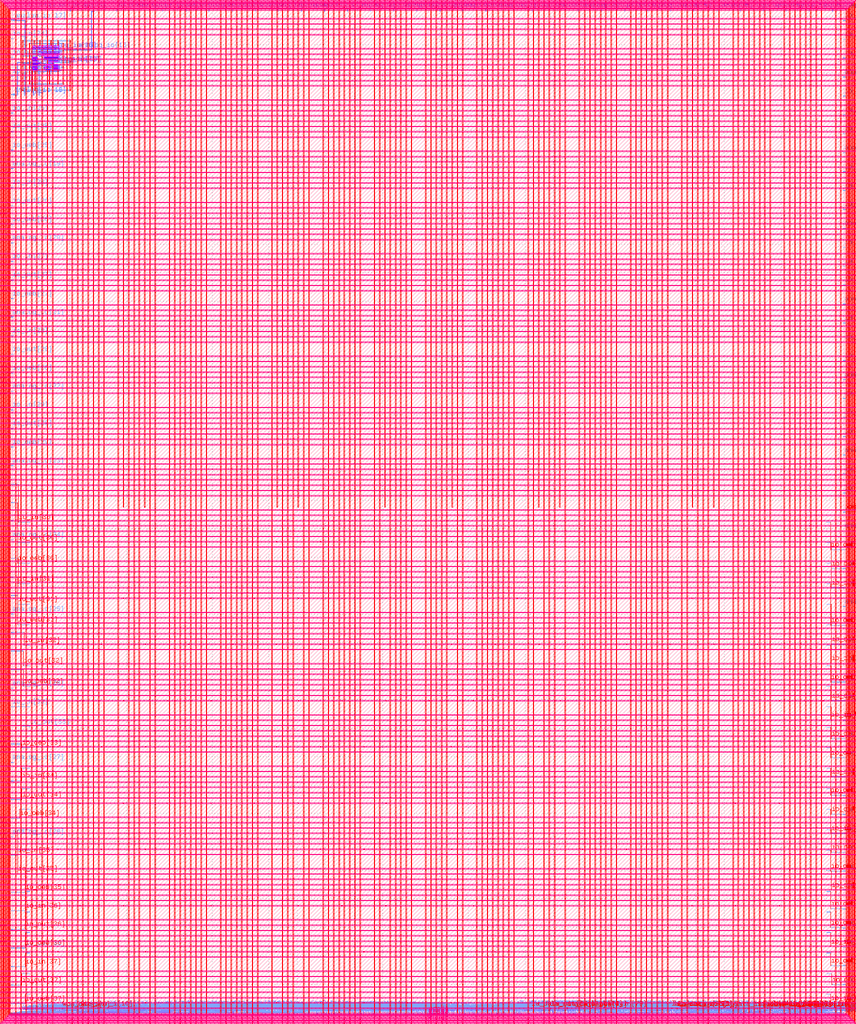
<source format=lef>
VERSION 5.7 ;
  NOWIREEXTENSIONATPIN ON ;
  DIVIDERCHAR "/" ;
  BUSBITCHARS "[]" ;
MACRO user_project_wrapper
  CLASS BLOCK ;
  FOREIGN user_project_wrapper ;
  ORIGIN 0.000 0.000 ;
  SIZE 2920.000 BY 3520.000 ;
  PIN analog_io[0]
    DIRECTION INOUT ;
    USE SIGNAL ;
    PORT
      LAYER met3 ;
        RECT 2917.600 1426.380 2924.800 1427.580 ;
    END
  END analog_io[0]
  PIN analog_io[10]
    DIRECTION INOUT ;
    USE SIGNAL ;
    PORT
      LAYER met2 ;
        RECT 2230.490 3517.600 2231.050 3524.800 ;
    END
  END analog_io[10]
  PIN analog_io[11]
    DIRECTION INOUT ;
    USE SIGNAL ;
    PORT
      LAYER met2 ;
        RECT 1905.730 3517.600 1906.290 3524.800 ;
    END
  END analog_io[11]
  PIN analog_io[12]
    DIRECTION INOUT ;
    USE SIGNAL ;
    PORT
      LAYER met2 ;
        RECT 1581.430 3517.600 1581.990 3524.800 ;
    END
  END analog_io[12]
  PIN analog_io[13]
    DIRECTION INOUT ;
    USE SIGNAL ;
    PORT
      LAYER met2 ;
        RECT 1257.130 3517.600 1257.690 3524.800 ;
    END
  END analog_io[13]
  PIN analog_io[14]
    DIRECTION INOUT ;
    USE SIGNAL ;
    PORT
      LAYER met2 ;
        RECT 932.370 3517.600 932.930 3524.800 ;
    END
  END analog_io[14]
  PIN analog_io[15]
    DIRECTION INOUT ;
    USE SIGNAL ;
    PORT
      LAYER met2 ;
        RECT 608.070 3517.600 608.630 3524.800 ;
    END
  END analog_io[15]
  PIN analog_io[16]
    DIRECTION INOUT ;
    USE SIGNAL ;
    PORT
      LAYER li1 ;
        RECT 109.180 3381.220 112.680 3381.320 ;
        RECT 107.365 3380.900 112.680 3381.220 ;
        RECT 109.180 3380.620 112.680 3380.900 ;
      LAYER met1 ;
        RECT 112.630 3381.320 113.880 3381.420 ;
        RECT 107.305 3380.870 109.410 3381.250 ;
        RECT 111.680 3380.620 113.880 3381.320 ;
      LAYER met2 ;
        RECT 283.770 3518.770 284.330 3524.800 ;
        RECT 275.750 3516.930 286.330 3518.770 ;
        RECT 275.630 3382.120 277.630 3516.930 ;
        RECT 181.180 3381.620 277.630 3382.120 ;
        RECT 113.880 3381.420 277.630 3381.620 ;
        RECT 112.630 3380.620 277.630 3381.420 ;
        RECT 181.180 3380.120 277.630 3380.620 ;
    END
  END analog_io[16]
  PIN analog_io[17]
    DIRECTION INOUT ;
    USE SIGNAL ;
    ANTENNAGATEAREA 1.800000 ;
    PORT
      LAYER li1 ;
        RECT 117.080 3330.970 117.380 3331.470 ;
        RECT 131.630 3330.920 132.130 3331.420 ;
      LAYER met1 ;
        RECT 113.180 3334.120 114.280 3334.620 ;
        RECT 113.180 3333.620 132.130 3334.120 ;
        RECT 113.180 3333.520 114.280 3333.620 ;
        RECT 118.430 3331.470 118.930 3333.620 ;
        RECT 116.880 3330.970 118.930 3331.470 ;
        RECT 131.630 3330.920 132.130 3333.620 ;
      LAYER met2 ;
        RECT 1.000 3486.970 9.160 3488.880 ;
        RECT 1.000 3484.970 44.030 3486.970 ;
        RECT 1.000 3484.120 9.160 3484.970 ;
        RECT 42.030 3369.570 44.030 3484.970 ;
        RECT 42.030 3368.470 93.680 3369.570 ;
        RECT 92.580 3358.420 93.680 3368.470 ;
        RECT 92.580 3357.320 103.280 3358.420 ;
        RECT 102.180 3334.620 103.280 3357.320 ;
        RECT 102.180 3333.520 114.280 3334.620 ;
      LAYER met3 ;
        RECT 1.000 3487.300 9.160 3488.880 ;
        RECT -4.800 3486.100 9.160 3487.300 ;
        RECT 1.000 3484.120 9.160 3486.100 ;
    END
  END analog_io[17]
  PIN analog_io[18]
    DIRECTION INOUT ;
    USE SIGNAL ;
    ANTENNAGATEAREA 5.400000 ;
    PORT
      LAYER li1 ;
        RECT 120.830 3330.970 121.830 3331.470 ;
        RECT 126.130 3330.970 128.430 3331.470 ;
      LAYER met1 ;
        RECT 123.730 3331.470 124.730 3331.970 ;
        RECT 120.630 3330.970 128.430 3331.470 ;
      LAYER met2 ;
        RECT 16.080 3337.620 100.880 3338.620 ;
        RECT 1.000 3225.770 9.160 3227.760 ;
        RECT 16.080 3225.770 18.080 3337.620 ;
        RECT 99.880 3326.370 100.880 3337.620 ;
        RECT 123.730 3328.020 124.730 3331.970 ;
        RECT 114.180 3327.020 124.730 3328.020 ;
        RECT 114.180 3326.370 115.180 3327.020 ;
        RECT 99.880 3325.370 115.180 3326.370 ;
        RECT 1.000 3223.770 18.080 3225.770 ;
        RECT 1.000 3223.000 9.160 3223.770 ;
      LAYER met3 ;
        RECT 1.000 3226.180 9.160 3227.760 ;
        RECT -4.800 3224.980 9.160 3226.180 ;
        RECT 1.000 3223.000 9.160 3224.980 ;
    END
  END analog_io[18]
  PIN analog_io[19]
    DIRECTION INOUT ;
    USE SIGNAL ;
    PORT
      LAYER met3 ;
        RECT -4.800 2964.540 2.400 2965.740 ;
    END
  END analog_io[19]
  PIN analog_io[1]
    DIRECTION INOUT ;
    USE SIGNAL ;
    PORT
      LAYER met3 ;
        RECT 2917.600 1692.260 2924.800 1693.460 ;
    END
  END analog_io[1]
  PIN analog_io[20]
    DIRECTION INOUT ;
    USE SIGNAL ;
    PORT
      LAYER met3 ;
        RECT -4.800 2703.420 2.400 2704.620 ;
    END
  END analog_io[20]
  PIN analog_io[21]
    DIRECTION INOUT ;
    USE SIGNAL ;
    PORT
      LAYER met3 ;
        RECT -4.800 2442.980 2.400 2444.180 ;
    END
  END analog_io[21]
  PIN analog_io[22]
    DIRECTION INOUT ;
    USE SIGNAL ;
    PORT
      LAYER met3 ;
        RECT -4.800 2182.540 2.400 2183.740 ;
    END
  END analog_io[22]
  PIN analog_io[23]
    DIRECTION INOUT ;
    USE SIGNAL ;
    PORT
      LAYER met3 ;
        RECT -4.800 1921.420 2.400 1922.620 ;
    END
  END analog_io[23]
  PIN analog_io[24]
    DIRECTION INOUT ;
    USE SIGNAL ;
    PORT
      LAYER met3 ;
        RECT -4.800 1660.980 2.400 1662.180 ;
    END
  END analog_io[24]
  PIN analog_io[25]
    DIRECTION INOUT ;
    USE SIGNAL ;
    PORT
      LAYER met3 ;
        RECT -4.800 1399.860 2.400 1401.060 ;
    END
  END analog_io[25]
  PIN analog_io[26]
    DIRECTION INOUT ;
    USE SIGNAL ;
    PORT
      LAYER met3 ;
        RECT -4.800 1139.420 2.400 1140.620 ;
    END
  END analog_io[26]
  PIN analog_io[27]
    DIRECTION INOUT ;
    USE SIGNAL ;
    PORT
      LAYER met3 ;
        RECT -4.800 878.980 2.400 880.180 ;
    END
  END analog_io[27]
  PIN analog_io[28]
    DIRECTION INOUT ;
    USE SIGNAL ;
    PORT
      LAYER met3 ;
        RECT -4.800 617.860 2.400 619.060 ;
    END
  END analog_io[28]
  PIN analog_io[2]
    DIRECTION INOUT ;
    USE SIGNAL ;
    PORT
      LAYER met3 ;
        RECT 2917.600 1958.140 2924.800 1959.340 ;
    END
  END analog_io[2]
  PIN analog_io[3]
    DIRECTION INOUT ;
    USE SIGNAL ;
    PORT
      LAYER met3 ;
        RECT 2917.600 2223.340 2924.800 2224.540 ;
    END
  END analog_io[3]
  PIN analog_io[4]
    DIRECTION INOUT ;
    USE SIGNAL ;
    PORT
      LAYER met3 ;
        RECT 2917.600 2489.220 2924.800 2490.420 ;
    END
  END analog_io[4]
  PIN analog_io[5]
    DIRECTION INOUT ;
    USE SIGNAL ;
    PORT
      LAYER met3 ;
        RECT 2917.600 2755.100 2924.800 2756.300 ;
    END
  END analog_io[5]
  PIN analog_io[6]
    DIRECTION INOUT ;
    USE SIGNAL ;
    PORT
      LAYER met3 ;
        RECT 2917.600 3020.300 2924.800 3021.500 ;
    END
  END analog_io[6]
  PIN analog_io[7]
    DIRECTION INOUT ;
    USE SIGNAL ;
    PORT
      LAYER met3 ;
        RECT 2917.600 3286.180 2924.800 3287.380 ;
    END
  END analog_io[7]
  PIN analog_io[8]
    DIRECTION INOUT ;
    USE SIGNAL ;
    PORT
      LAYER met2 ;
        RECT 2879.090 3517.600 2879.650 3524.800 ;
    END
  END analog_io[8]
  PIN analog_io[9]
    DIRECTION INOUT ;
    USE SIGNAL ;
    PORT
      LAYER met2 ;
        RECT 2554.790 3517.600 2555.350 3524.800 ;
    END
  END analog_io[9]
  PIN io_in[0]
    DIRECTION INPUT ;
    USE SIGNAL ;
    PORT
      LAYER met3 ;
        RECT 2873.430 65.770 2873.810 65.780 ;
        RECT 2859.820 65.470 2873.810 65.770 ;
        RECT 2873.430 65.460 2873.810 65.470 ;
        RECT 2873.430 33.130 2873.810 33.140 ;
        RECT 2917.600 33.130 2924.800 33.580 ;
        RECT 2873.430 32.830 2924.800 33.130 ;
        RECT 2873.430 32.820 2873.810 32.830 ;
        RECT 2917.600 32.380 2924.800 32.830 ;
      LAYER met4 ;
        RECT 2873.455 65.455 2873.785 65.785 ;
        RECT 2873.470 33.145 2873.770 65.455 ;
        RECT 2873.455 32.815 2873.785 33.145 ;
    END
  END io_in[0]
  PIN io_in[10]
    DIRECTION INPUT ;
    USE SIGNAL ;
    PORT
      LAYER met3 ;
        RECT 2917.600 2289.980 2924.800 2291.180 ;
    END
  END io_in[10]
  PIN io_in[11]
    DIRECTION INPUT ;
    USE SIGNAL ;
    PORT
      LAYER met3 ;
        RECT 2917.600 2555.860 2924.800 2557.060 ;
    END
  END io_in[11]
  PIN io_in[12]
    DIRECTION INPUT ;
    USE SIGNAL ;
    PORT
      LAYER met3 ;
        RECT 2917.600 2821.060 2924.800 2822.260 ;
    END
  END io_in[12]
  PIN io_in[13]
    DIRECTION INPUT ;
    USE SIGNAL ;
    PORT
      LAYER met3 ;
        RECT 2917.600 3086.940 2924.800 3088.140 ;
    END
  END io_in[13]
  PIN io_in[14]
    DIRECTION INPUT ;
    USE SIGNAL ;
    PORT
      LAYER met3 ;
        RECT 2917.600 3352.820 2924.800 3354.020 ;
    END
  END io_in[14]
  PIN io_in[15]
    DIRECTION INPUT ;
    USE SIGNAL ;
    PORT
      LAYER met2 ;
        RECT 2798.130 3517.600 2798.690 3524.800 ;
    END
  END io_in[15]
  PIN io_in[16]
    DIRECTION INPUT ;
    USE SIGNAL ;
    PORT
      LAYER met2 ;
        RECT 2473.830 3517.600 2474.390 3524.800 ;
    END
  END io_in[16]
  PIN io_in[17]
    DIRECTION INPUT ;
    USE SIGNAL ;
    PORT
      LAYER met2 ;
        RECT 2149.070 3517.600 2149.630 3524.800 ;
    END
  END io_in[17]
  PIN io_in[18]
    DIRECTION INPUT ;
    USE SIGNAL ;
    PORT
      LAYER met2 ;
        RECT 1824.770 3517.600 1825.330 3524.800 ;
    END
  END io_in[18]
  PIN io_in[19]
    DIRECTION INPUT ;
    USE SIGNAL ;
    PORT
      LAYER met2 ;
        RECT 1500.470 3517.600 1501.030 3524.800 ;
    END
  END io_in[19]
  PIN io_in[1]
    DIRECTION INPUT ;
    USE SIGNAL ;
    PORT
      LAYER met3 ;
        RECT 2873.430 282.010 2873.810 282.020 ;
        RECT 2859.820 281.710 2873.810 282.010 ;
        RECT 2873.430 281.700 2873.810 281.710 ;
        RECT 2873.430 231.690 2873.810 231.700 ;
        RECT 2917.600 231.690 2924.800 232.140 ;
        RECT 2873.430 231.390 2924.800 231.690 ;
        RECT 2873.430 231.380 2873.810 231.390 ;
        RECT 2917.600 230.940 2924.800 231.390 ;
      LAYER met4 ;
        RECT 2873.455 281.695 2873.785 282.025 ;
        RECT 2873.470 231.705 2873.770 281.695 ;
        RECT 2873.455 231.375 2873.785 231.705 ;
    END
  END io_in[1]
  PIN io_in[20]
    DIRECTION INPUT ;
    USE SIGNAL ;
    PORT
      LAYER met2 ;
        RECT 1175.710 3517.600 1176.270 3524.800 ;
    END
  END io_in[20]
  PIN io_in[21]
    DIRECTION INPUT ;
    USE SIGNAL ;
    PORT
      LAYER met2 ;
        RECT 851.410 3517.600 851.970 3524.800 ;
    END
  END io_in[21]
  PIN io_in[22]
    DIRECTION INPUT ;
    USE SIGNAL ;
    PORT
      LAYER met2 ;
        RECT 527.110 3517.600 527.670 3524.800 ;
    END
  END io_in[22]
  PIN io_in[23]
    DIRECTION INPUT ;
    USE SIGNAL ;
    PORT
      LAYER met2 ;
        RECT 202.350 3517.600 202.910 3524.800 ;
    END
  END io_in[23]
  PIN io_in[24]
    DIRECTION INPUT ;
    USE SIGNAL ;
    PORT
      LAYER met3 ;
        RECT -4.800 3420.820 2.400 3422.020 ;
    END
  END io_in[24]
  PIN io_in[25]
    DIRECTION INPUT ;
    USE SIGNAL ;
    PORT
      LAYER met3 ;
        RECT -4.800 3159.700 2.400 3160.900 ;
    END
  END io_in[25]
  PIN io_in[26]
    DIRECTION INPUT ;
    USE SIGNAL ;
    PORT
      LAYER met3 ;
        RECT -4.800 2899.260 2.400 2900.460 ;
    END
  END io_in[26]
  PIN io_in[27]
    DIRECTION INPUT ;
    USE SIGNAL ;
    PORT
      LAYER met3 ;
        RECT -4.800 2638.820 2.400 2640.020 ;
    END
  END io_in[27]
  PIN io_in[28]
    DIRECTION INPUT ;
    USE SIGNAL ;
    PORT
      LAYER met3 ;
        RECT -4.800 2377.700 2.400 2378.900 ;
    END
  END io_in[28]
  PIN io_in[29]
    DIRECTION INPUT ;
    USE SIGNAL ;
    PORT
      LAYER met3 ;
        RECT -4.800 2117.260 2.400 2118.460 ;
    END
  END io_in[29]
  PIN io_in[2]
    DIRECTION INPUT ;
    USE SIGNAL ;
    PORT
      LAYER met3 ;
        RECT 2874.350 498.250 2874.730 498.260 ;
        RECT 2859.820 497.950 2874.730 498.250 ;
        RECT 2874.350 497.940 2874.730 497.950 ;
        RECT 2874.350 430.930 2874.730 430.940 ;
        RECT 2917.600 430.930 2924.800 431.380 ;
        RECT 2874.350 430.630 2924.800 430.930 ;
        RECT 2874.350 430.620 2874.730 430.630 ;
        RECT 2917.600 430.180 2924.800 430.630 ;
      LAYER met4 ;
        RECT 2874.375 497.935 2874.705 498.265 ;
        RECT 2874.390 430.945 2874.690 497.935 ;
        RECT 2874.375 430.615 2874.705 430.945 ;
    END
  END io_in[2]
  PIN io_in[30]
    DIRECTION INPUT ;
    USE SIGNAL ;
    PORT
      LAYER met3 ;
        RECT -4.800 1856.890 2.400 1857.340 ;
        RECT 18.670 1856.890 19.050 1856.900 ;
        RECT -4.800 1856.590 19.050 1856.890 ;
        RECT -4.800 1856.140 2.400 1856.590 ;
        RECT 18.670 1856.580 19.050 1856.590 ;
        RECT 18.670 1723.610 19.050 1723.620 ;
        RECT 18.670 1723.310 60.260 1723.610 ;
        RECT 18.670 1723.300 19.050 1723.310 ;
      LAYER met4 ;
        RECT 18.695 1856.575 19.025 1856.905 ;
        RECT 18.710 1723.625 19.010 1856.575 ;
        RECT 18.695 1723.295 19.025 1723.625 ;
    END
  END io_in[30]
  PIN io_in[31]
    DIRECTION INPUT ;
    USE SIGNAL ;
    PORT
      LAYER met3 ;
        RECT -4.800 1596.450 2.400 1596.900 ;
        RECT 18.670 1596.450 19.050 1596.460 ;
        RECT -4.800 1596.150 19.050 1596.450 ;
        RECT -4.800 1595.700 2.400 1596.150 ;
        RECT 18.670 1596.140 19.050 1596.150 ;
        RECT 18.670 1507.370 19.050 1507.380 ;
        RECT 18.670 1507.070 60.260 1507.370 ;
        RECT 18.670 1507.060 19.050 1507.070 ;
      LAYER met4 ;
        RECT 18.695 1596.135 19.025 1596.465 ;
        RECT 18.710 1507.385 19.010 1596.135 ;
        RECT 18.695 1507.055 19.025 1507.385 ;
    END
  END io_in[31]
  PIN io_in[32]
    DIRECTION INPUT ;
    USE SIGNAL ;
    PORT
      LAYER met3 ;
        RECT -4.800 1336.010 2.400 1336.460 ;
        RECT 40.750 1336.010 41.130 1336.020 ;
        RECT -4.800 1335.710 41.130 1336.010 ;
        RECT -4.800 1335.260 2.400 1335.710 ;
        RECT 40.750 1335.700 41.130 1335.710 ;
        RECT 40.750 1291.130 41.130 1291.140 ;
        RECT 40.750 1290.830 60.260 1291.130 ;
        RECT 40.750 1290.820 41.130 1290.830 ;
      LAYER met4 ;
        RECT 40.775 1335.695 41.105 1336.025 ;
        RECT 40.790 1291.145 41.090 1335.695 ;
        RECT 40.775 1290.815 41.105 1291.145 ;
    END
  END io_in[32]
  PIN io_in[33]
    DIRECTION INPUT ;
    USE SIGNAL ;
    PORT
      LAYER met3 ;
        RECT -4.800 1074.890 2.400 1075.340 ;
        RECT -4.800 1074.590 60.260 1074.890 ;
        RECT -4.800 1074.140 2.400 1074.590 ;
    END
  END io_in[33]
  PIN io_in[34]
    DIRECTION INPUT ;
    USE SIGNAL ;
    PORT
      LAYER met3 ;
        RECT 31.550 858.650 31.930 858.660 ;
        RECT 31.550 858.350 60.260 858.650 ;
        RECT 31.550 858.340 31.930 858.350 ;
        RECT -4.800 814.450 2.400 814.900 ;
        RECT 31.550 814.450 31.930 814.460 ;
        RECT -4.800 814.150 31.930 814.450 ;
        RECT -4.800 813.700 2.400 814.150 ;
        RECT 31.550 814.140 31.930 814.150 ;
      LAYER met4 ;
        RECT 31.575 858.335 31.905 858.665 ;
        RECT 31.590 814.465 31.890 858.335 ;
        RECT 31.575 814.135 31.905 814.465 ;
    END
  END io_in[34]
  PIN io_in[35]
    DIRECTION INPUT ;
    USE SIGNAL ;
    PORT
      LAYER met3 ;
        RECT 16.830 642.410 17.210 642.420 ;
        RECT 16.830 642.110 60.260 642.410 ;
        RECT 16.830 642.100 17.210 642.110 ;
        RECT -4.800 553.330 2.400 553.780 ;
        RECT 16.830 553.330 17.210 553.340 ;
        RECT -4.800 553.030 17.210 553.330 ;
        RECT -4.800 552.580 2.400 553.030 ;
        RECT 16.830 553.020 17.210 553.030 ;
      LAYER met4 ;
        RECT 16.855 642.095 17.185 642.425 ;
        RECT 16.870 553.345 17.170 642.095 ;
        RECT 16.855 553.015 17.185 553.345 ;
    END
  END io_in[35]
  PIN io_in[36]
    DIRECTION INPUT ;
    USE SIGNAL ;
    PORT
      LAYER met3 ;
        RECT 43.510 426.170 43.890 426.180 ;
        RECT 43.510 425.870 60.260 426.170 ;
        RECT 43.510 425.860 43.890 425.870 ;
        RECT -4.800 358.170 2.400 358.620 ;
        RECT 43.510 358.170 43.890 358.180 ;
        RECT -4.800 357.870 43.890 358.170 ;
        RECT -4.800 357.420 2.400 357.870 ;
        RECT 43.510 357.860 43.890 357.870 ;
      LAYER met4 ;
        RECT 43.535 425.855 43.865 426.185 ;
        RECT 43.550 358.185 43.850 425.855 ;
        RECT 43.535 357.855 43.865 358.185 ;
    END
  END io_in[36]
  PIN io_in[37]
    DIRECTION INPUT ;
    USE SIGNAL ;
    PORT
      LAYER met3 ;
        RECT 44.430 209.930 44.810 209.940 ;
        RECT 44.430 209.630 60.260 209.930 ;
        RECT 44.430 209.620 44.810 209.630 ;
        RECT -4.800 162.330 2.400 162.780 ;
        RECT 44.430 162.330 44.810 162.340 ;
        RECT -4.800 162.030 44.810 162.330 ;
        RECT -4.800 161.580 2.400 162.030 ;
        RECT 44.430 162.020 44.810 162.030 ;
      LAYER met4 ;
        RECT 44.455 209.615 44.785 209.945 ;
        RECT 44.470 162.345 44.770 209.615 ;
        RECT 44.455 162.015 44.785 162.345 ;
    END
  END io_in[37]
  PIN io_in[3]
    DIRECTION INPUT ;
    USE SIGNAL ;
    PORT
      LAYER met3 ;
        RECT 2873.430 714.490 2873.810 714.500 ;
        RECT 2859.820 714.190 2873.810 714.490 ;
        RECT 2873.430 714.180 2873.810 714.190 ;
        RECT 2873.430 630.170 2873.810 630.180 ;
        RECT 2917.600 630.170 2924.800 630.620 ;
        RECT 2873.430 629.870 2924.800 630.170 ;
        RECT 2873.430 629.860 2873.810 629.870 ;
        RECT 2917.600 629.420 2924.800 629.870 ;
      LAYER met4 ;
        RECT 2873.455 714.175 2873.785 714.505 ;
        RECT 2873.470 630.185 2873.770 714.175 ;
        RECT 2873.455 629.855 2873.785 630.185 ;
    END
  END io_in[3]
  PIN io_in[4]
    DIRECTION INPUT ;
    USE SIGNAL ;
    PORT
      LAYER met3 ;
        RECT 2874.350 930.730 2874.730 930.740 ;
        RECT 2859.820 930.430 2874.730 930.730 ;
        RECT 2874.350 930.420 2874.730 930.430 ;
        RECT 2874.350 829.410 2874.730 829.420 ;
        RECT 2917.600 829.410 2924.800 829.860 ;
        RECT 2874.350 829.110 2924.800 829.410 ;
        RECT 2874.350 829.100 2874.730 829.110 ;
        RECT 2917.600 828.660 2924.800 829.110 ;
      LAYER met4 ;
        RECT 2874.375 930.415 2874.705 930.745 ;
        RECT 2874.390 829.425 2874.690 930.415 ;
        RECT 2874.375 829.095 2874.705 829.425 ;
    END
  END io_in[4]
  PIN io_in[5]
    DIRECTION INPUT ;
    USE SIGNAL ;
    PORT
      LAYER met3 ;
        RECT 2873.430 1146.970 2873.810 1146.980 ;
        RECT 2859.820 1146.670 2873.810 1146.970 ;
        RECT 2873.430 1146.660 2873.810 1146.670 ;
        RECT 2873.430 1028.650 2873.810 1028.660 ;
        RECT 2917.600 1028.650 2924.800 1029.100 ;
        RECT 2873.430 1028.350 2924.800 1028.650 ;
        RECT 2873.430 1028.340 2873.810 1028.350 ;
        RECT 2917.600 1027.900 2924.800 1028.350 ;
      LAYER met4 ;
        RECT 2873.455 1146.655 2873.785 1146.985 ;
        RECT 2873.470 1028.665 2873.770 1146.655 ;
        RECT 2873.455 1028.335 2873.785 1028.665 ;
    END
  END io_in[5]
  PIN io_in[6]
    DIRECTION INPUT ;
    USE SIGNAL ;
    PORT
      LAYER met3 ;
        RECT 2874.350 1363.210 2874.730 1363.220 ;
        RECT 2859.820 1362.910 2874.730 1363.210 ;
        RECT 2874.350 1362.900 2874.730 1362.910 ;
        RECT 2874.350 1227.890 2874.730 1227.900 ;
        RECT 2917.600 1227.890 2924.800 1228.340 ;
        RECT 2874.350 1227.590 2924.800 1227.890 ;
        RECT 2874.350 1227.580 2874.730 1227.590 ;
        RECT 2917.600 1227.140 2924.800 1227.590 ;
      LAYER met4 ;
        RECT 2874.375 1362.895 2874.705 1363.225 ;
        RECT 2874.390 1227.905 2874.690 1362.895 ;
        RECT 2874.375 1227.575 2874.705 1227.905 ;
    END
  END io_in[6]
  PIN io_in[7]
    DIRECTION INPUT ;
    USE SIGNAL ;
    PORT
      LAYER met3 ;
        RECT 2875.270 1579.450 2875.650 1579.460 ;
        RECT 2859.820 1579.150 2875.650 1579.450 ;
        RECT 2875.270 1579.140 2875.650 1579.150 ;
        RECT 2875.270 1493.770 2875.650 1493.780 ;
        RECT 2917.600 1493.770 2924.800 1494.220 ;
        RECT 2875.270 1493.470 2924.800 1493.770 ;
        RECT 2875.270 1493.460 2875.650 1493.470 ;
        RECT 2917.600 1493.020 2924.800 1493.470 ;
      LAYER met4 ;
        RECT 2875.295 1579.135 2875.625 1579.465 ;
        RECT 2875.310 1493.785 2875.610 1579.135 ;
        RECT 2875.295 1493.455 2875.625 1493.785 ;
    END
  END io_in[7]
  PIN io_in[8]
    DIRECTION INPUT ;
    USE SIGNAL ;
    PORT
      LAYER met3 ;
        RECT 2917.600 1758.900 2924.800 1760.100 ;
    END
  END io_in[8]
  PIN io_in[9]
    DIRECTION INPUT ;
    USE SIGNAL ;
    PORT
      LAYER met3 ;
        RECT 2917.600 2024.100 2924.800 2025.300 ;
    END
  END io_in[9]
  PIN io_oeb[0]
    DIRECTION OUTPUT TRISTATE ;
    USE SIGNAL ;
    PORT
      LAYER met3 ;
        RECT 2873.430 209.930 2873.810 209.940 ;
        RECT 2859.820 209.630 2873.810 209.930 ;
        RECT 2873.430 209.620 2873.810 209.630 ;
        RECT 2873.430 165.730 2873.810 165.740 ;
        RECT 2917.600 165.730 2924.800 166.180 ;
        RECT 2873.430 165.430 2924.800 165.730 ;
        RECT 2873.430 165.420 2873.810 165.430 ;
        RECT 2917.600 164.980 2924.800 165.430 ;
      LAYER met4 ;
        RECT 2873.455 209.615 2873.785 209.945 ;
        RECT 2873.470 165.745 2873.770 209.615 ;
        RECT 2873.455 165.415 2873.785 165.745 ;
    END
  END io_oeb[0]
  PIN io_oeb[10]
    DIRECTION OUTPUT TRISTATE ;
    USE SIGNAL ;
    PORT
      LAYER met3 ;
        RECT 2917.600 2422.580 2924.800 2423.780 ;
    END
  END io_oeb[10]
  PIN io_oeb[11]
    DIRECTION OUTPUT TRISTATE ;
    USE SIGNAL ;
    PORT
      LAYER met3 ;
        RECT 2917.600 2688.460 2924.800 2689.660 ;
    END
  END io_oeb[11]
  PIN io_oeb[12]
    DIRECTION OUTPUT TRISTATE ;
    USE SIGNAL ;
    PORT
      LAYER met3 ;
        RECT 2917.600 2954.340 2924.800 2955.540 ;
    END
  END io_oeb[12]
  PIN io_oeb[13]
    DIRECTION OUTPUT TRISTATE ;
    USE SIGNAL ;
    PORT
      LAYER met3 ;
        RECT 2917.600 3219.540 2924.800 3220.740 ;
    END
  END io_oeb[13]
  PIN io_oeb[14]
    DIRECTION OUTPUT TRISTATE ;
    USE SIGNAL ;
    PORT
      LAYER met3 ;
        RECT 2917.600 3485.420 2924.800 3486.620 ;
    END
  END io_oeb[14]
  PIN io_oeb[15]
    DIRECTION OUTPUT TRISTATE ;
    USE SIGNAL ;
    PORT
      LAYER met2 ;
        RECT 2635.750 3517.600 2636.310 3524.800 ;
    END
  END io_oeb[15]
  PIN io_oeb[16]
    DIRECTION OUTPUT TRISTATE ;
    USE SIGNAL ;
    PORT
      LAYER met2 ;
        RECT 2311.450 3517.600 2312.010 3524.800 ;
    END
  END io_oeb[16]
  PIN io_oeb[17]
    DIRECTION OUTPUT TRISTATE ;
    USE SIGNAL ;
    PORT
      LAYER met2 ;
        RECT 1987.150 3517.600 1987.710 3524.800 ;
    END
  END io_oeb[17]
  PIN io_oeb[18]
    DIRECTION OUTPUT TRISTATE ;
    USE SIGNAL ;
    PORT
      LAYER met2 ;
        RECT 1662.390 3517.600 1662.950 3524.800 ;
    END
  END io_oeb[18]
  PIN io_oeb[19]
    DIRECTION OUTPUT TRISTATE ;
    USE SIGNAL ;
    PORT
      LAYER met2 ;
        RECT 1338.090 3517.600 1338.650 3524.800 ;
    END
  END io_oeb[19]
  PIN io_oeb[1]
    DIRECTION OUTPUT TRISTATE ;
    USE SIGNAL ;
    PORT
      LAYER met3 ;
        RECT 2873.430 426.170 2873.810 426.180 ;
        RECT 2859.820 425.870 2873.810 426.170 ;
        RECT 2873.430 425.860 2873.810 425.870 ;
        RECT 2873.430 364.970 2873.810 364.980 ;
        RECT 2917.600 364.970 2924.800 365.420 ;
        RECT 2873.430 364.670 2924.800 364.970 ;
        RECT 2873.430 364.660 2873.810 364.670 ;
        RECT 2917.600 364.220 2924.800 364.670 ;
      LAYER met4 ;
        RECT 2873.455 425.855 2873.785 426.185 ;
        RECT 2873.470 364.985 2873.770 425.855 ;
        RECT 2873.455 364.655 2873.785 364.985 ;
    END
  END io_oeb[1]
  PIN io_oeb[20]
    DIRECTION OUTPUT TRISTATE ;
    USE SIGNAL ;
    PORT
      LAYER met2 ;
        RECT 1013.790 3517.600 1014.350 3524.800 ;
    END
  END io_oeb[20]
  PIN io_oeb[21]
    DIRECTION OUTPUT TRISTATE ;
    USE SIGNAL ;
    PORT
      LAYER met2 ;
        RECT 689.030 3517.600 689.590 3524.800 ;
    END
  END io_oeb[21]
  PIN io_oeb[22]
    DIRECTION OUTPUT TRISTATE ;
    USE SIGNAL ;
    PORT
      LAYER met2 ;
        RECT 364.730 3517.600 365.290 3524.800 ;
    END
  END io_oeb[22]
  PIN io_oeb[23]
    DIRECTION OUTPUT TRISTATE ;
    USE SIGNAL ;
    PORT
      LAYER met2 ;
        RECT 40.430 3517.600 40.990 3524.800 ;
    END
  END io_oeb[23]
  PIN io_oeb[24]
    DIRECTION OUTPUT TRISTATE ;
    USE SIGNAL ;
    PORT
      LAYER met3 ;
        RECT -4.800 3290.260 2.400 3291.460 ;
    END
  END io_oeb[24]
  PIN io_oeb[25]
    DIRECTION OUTPUT TRISTATE ;
    USE SIGNAL ;
    PORT
      LAYER met3 ;
        RECT -4.800 3029.820 2.400 3031.020 ;
    END
  END io_oeb[25]
  PIN io_oeb[26]
    DIRECTION OUTPUT TRISTATE ;
    USE SIGNAL ;
    PORT
      LAYER met3 ;
        RECT -4.800 2768.700 2.400 2769.900 ;
    END
  END io_oeb[26]
  PIN io_oeb[27]
    DIRECTION OUTPUT TRISTATE ;
    USE SIGNAL ;
    PORT
      LAYER met3 ;
        RECT -4.800 2508.260 2.400 2509.460 ;
    END
  END io_oeb[27]
  PIN io_oeb[28]
    DIRECTION OUTPUT TRISTATE ;
    USE SIGNAL ;
    PORT
      LAYER met3 ;
        RECT -4.800 2247.140 2.400 2248.340 ;
    END
  END io_oeb[28]
  PIN io_oeb[29]
    DIRECTION OUTPUT TRISTATE ;
    USE SIGNAL ;
    PORT
      LAYER met3 ;
        RECT -4.800 1986.700 2.400 1987.900 ;
    END
  END io_oeb[29]
  PIN io_oeb[2]
    DIRECTION OUTPUT TRISTATE ;
    USE SIGNAL ;
    PORT
      LAYER met3 ;
        RECT 2874.350 642.410 2874.730 642.420 ;
        RECT 2859.820 642.110 2874.730 642.410 ;
        RECT 2874.350 642.100 2874.730 642.110 ;
        RECT 2874.350 564.210 2874.730 564.220 ;
        RECT 2917.600 564.210 2924.800 564.660 ;
        RECT 2874.350 563.910 2924.800 564.210 ;
        RECT 2874.350 563.900 2874.730 563.910 ;
        RECT 2917.600 563.460 2924.800 563.910 ;
      LAYER met4 ;
        RECT 2874.375 642.095 2874.705 642.425 ;
        RECT 2874.390 564.225 2874.690 642.095 ;
        RECT 2874.375 563.895 2874.705 564.225 ;
    END
  END io_oeb[2]
  PIN io_oeb[30]
    DIRECTION OUTPUT TRISTATE ;
    USE SIGNAL ;
    PORT
      LAYER met3 ;
        RECT -4.800 1727.010 2.400 1727.460 ;
        RECT 16.830 1727.010 17.210 1727.020 ;
        RECT -4.800 1726.710 17.210 1727.010 ;
        RECT -4.800 1726.260 2.400 1726.710 ;
        RECT 16.830 1726.700 17.210 1726.710 ;
        RECT 16.830 1579.450 17.210 1579.460 ;
        RECT 16.830 1579.150 60.260 1579.450 ;
        RECT 16.830 1579.140 17.210 1579.150 ;
      LAYER met4 ;
        RECT 16.855 1726.695 17.185 1727.025 ;
        RECT 16.870 1579.465 17.170 1726.695 ;
        RECT 16.855 1579.135 17.185 1579.465 ;
    END
  END io_oeb[30]
  PIN io_oeb[31]
    DIRECTION OUTPUT TRISTATE ;
    USE SIGNAL ;
    PORT
      LAYER met3 ;
        RECT -4.800 1465.890 2.400 1466.340 ;
        RECT 16.830 1465.890 17.210 1465.900 ;
        RECT -4.800 1465.590 17.210 1465.890 ;
        RECT -4.800 1465.140 2.400 1465.590 ;
        RECT 16.830 1465.580 17.210 1465.590 ;
        RECT 16.830 1363.210 17.210 1363.220 ;
        RECT 16.830 1362.910 60.260 1363.210 ;
        RECT 16.830 1362.900 17.210 1362.910 ;
      LAYER met4 ;
        RECT 16.855 1465.575 17.185 1465.905 ;
        RECT 16.870 1363.225 17.170 1465.575 ;
        RECT 16.855 1362.895 17.185 1363.225 ;
    END
  END io_oeb[31]
  PIN io_oeb[32]
    DIRECTION OUTPUT TRISTATE ;
    USE SIGNAL ;
    PORT
      LAYER met3 ;
        RECT -4.800 1205.450 2.400 1205.900 ;
        RECT 37.070 1205.450 37.450 1205.460 ;
        RECT -4.800 1205.150 37.450 1205.450 ;
        RECT -4.800 1204.700 2.400 1205.150 ;
        RECT 37.070 1205.140 37.450 1205.150 ;
        RECT 37.070 1146.970 37.450 1146.980 ;
        RECT 37.070 1146.670 60.260 1146.970 ;
        RECT 37.070 1146.660 37.450 1146.670 ;
      LAYER met4 ;
        RECT 37.095 1205.135 37.425 1205.465 ;
        RECT 37.110 1146.985 37.410 1205.135 ;
        RECT 37.095 1146.655 37.425 1146.985 ;
    END
  END io_oeb[32]
  PIN io_oeb[33]
    DIRECTION OUTPUT TRISTATE ;
    USE SIGNAL ;
    PORT
      LAYER met3 ;
        RECT -4.800 944.330 2.400 944.780 ;
        RECT 31.550 944.330 31.930 944.340 ;
        RECT -4.800 944.030 31.930 944.330 ;
        RECT -4.800 943.580 2.400 944.030 ;
        RECT 31.550 944.020 31.930 944.030 ;
        RECT 31.550 930.730 31.930 930.740 ;
        RECT 31.550 930.430 60.260 930.730 ;
        RECT 31.550 930.420 31.930 930.430 ;
      LAYER met4 ;
        RECT 31.575 944.015 31.905 944.345 ;
        RECT 31.590 930.745 31.890 944.015 ;
        RECT 31.575 930.415 31.905 930.745 ;
    END
  END io_oeb[33]
  PIN io_oeb[34]
    DIRECTION OUTPUT TRISTATE ;
    USE SIGNAL ;
    PORT
      LAYER met3 ;
        RECT 24.190 714.490 24.570 714.500 ;
        RECT 24.190 714.190 60.260 714.490 ;
        RECT 24.190 714.180 24.570 714.190 ;
        RECT -4.800 683.890 2.400 684.340 ;
        RECT 24.190 683.890 24.570 683.900 ;
        RECT -4.800 683.590 24.570 683.890 ;
        RECT -4.800 683.140 2.400 683.590 ;
        RECT 24.190 683.580 24.570 683.590 ;
      LAYER met4 ;
        RECT 24.215 714.175 24.545 714.505 ;
        RECT 24.230 683.905 24.530 714.175 ;
        RECT 24.215 683.575 24.545 683.905 ;
    END
  END io_oeb[34]
  PIN io_oeb[35]
    DIRECTION OUTPUT TRISTATE ;
    USE SIGNAL ;
    PORT
      LAYER met3 ;
        RECT 44.430 498.250 44.810 498.260 ;
        RECT 44.430 497.950 60.260 498.250 ;
        RECT 44.430 497.940 44.810 497.950 ;
        RECT -4.800 423.450 2.400 423.900 ;
        RECT 44.430 423.450 44.810 423.460 ;
        RECT -4.800 423.150 44.810 423.450 ;
        RECT -4.800 422.700 2.400 423.150 ;
        RECT 44.430 423.140 44.810 423.150 ;
      LAYER met4 ;
        RECT 44.455 497.935 44.785 498.265 ;
        RECT 44.470 423.465 44.770 497.935 ;
        RECT 44.455 423.135 44.785 423.465 ;
    END
  END io_oeb[35]
  PIN io_oeb[36]
    DIRECTION OUTPUT TRISTATE ;
    USE SIGNAL ;
    PORT
      LAYER met3 ;
        RECT 44.430 282.010 44.810 282.020 ;
        RECT 44.430 281.710 60.260 282.010 ;
        RECT 44.430 281.700 44.810 281.710 ;
        RECT -4.800 227.610 2.400 228.060 ;
        RECT 44.430 227.610 44.810 227.620 ;
        RECT -4.800 227.310 44.810 227.610 ;
        RECT -4.800 226.860 2.400 227.310 ;
        RECT 44.430 227.300 44.810 227.310 ;
      LAYER met4 ;
        RECT 44.455 281.695 44.785 282.025 ;
        RECT 44.470 227.625 44.770 281.695 ;
        RECT 44.455 227.295 44.785 227.625 ;
    END
  END io_oeb[36]
  PIN io_oeb[37]
    DIRECTION OUTPUT TRISTATE ;
    USE SIGNAL ;
    PORT
      LAYER met3 ;
        RECT 44.430 65.770 44.810 65.780 ;
        RECT 44.430 65.470 60.260 65.770 ;
        RECT 44.430 65.460 44.810 65.470 ;
        RECT -4.800 32.450 2.400 32.900 ;
        RECT 44.430 32.450 44.810 32.460 ;
        RECT -4.800 32.150 44.810 32.450 ;
        RECT -4.800 31.700 2.400 32.150 ;
        RECT 44.430 32.140 44.810 32.150 ;
      LAYER met4 ;
        RECT 44.455 65.455 44.785 65.785 ;
        RECT 44.470 32.465 44.770 65.455 ;
        RECT 44.455 32.135 44.785 32.465 ;
    END
  END io_oeb[37]
  PIN io_oeb[3]
    DIRECTION OUTPUT TRISTATE ;
    USE SIGNAL ;
    PORT
      LAYER met3 ;
        RECT 2873.430 858.650 2873.810 858.660 ;
        RECT 2859.820 858.350 2873.810 858.650 ;
        RECT 2873.430 858.340 2873.810 858.350 ;
        RECT 2873.430 763.450 2873.810 763.460 ;
        RECT 2917.600 763.450 2924.800 763.900 ;
        RECT 2873.430 763.150 2924.800 763.450 ;
        RECT 2873.430 763.140 2873.810 763.150 ;
        RECT 2917.600 762.700 2924.800 763.150 ;
      LAYER met4 ;
        RECT 2873.455 858.335 2873.785 858.665 ;
        RECT 2873.470 763.465 2873.770 858.335 ;
        RECT 2873.455 763.135 2873.785 763.465 ;
    END
  END io_oeb[3]
  PIN io_oeb[4]
    DIRECTION OUTPUT TRISTATE ;
    USE SIGNAL ;
    PORT
      LAYER met3 ;
        RECT 2874.350 1074.890 2874.730 1074.900 ;
        RECT 2859.820 1074.590 2874.730 1074.890 ;
        RECT 2874.350 1074.580 2874.730 1074.590 ;
        RECT 2874.350 962.690 2874.730 962.700 ;
        RECT 2917.600 962.690 2924.800 963.140 ;
        RECT 2874.350 962.390 2924.800 962.690 ;
        RECT 2874.350 962.380 2874.730 962.390 ;
        RECT 2917.600 961.940 2924.800 962.390 ;
      LAYER met4 ;
        RECT 2874.375 1074.575 2874.705 1074.905 ;
        RECT 2874.390 962.705 2874.690 1074.575 ;
        RECT 2874.375 962.375 2874.705 962.705 ;
    END
  END io_oeb[4]
  PIN io_oeb[5]
    DIRECTION OUTPUT TRISTATE ;
    USE SIGNAL ;
    PORT
      LAYER met3 ;
        RECT 2873.430 1291.130 2873.810 1291.140 ;
        RECT 2859.820 1290.830 2873.810 1291.130 ;
        RECT 2873.430 1290.820 2873.810 1290.830 ;
        RECT 2873.430 1161.930 2873.810 1161.940 ;
        RECT 2917.600 1161.930 2924.800 1162.380 ;
        RECT 2873.430 1161.630 2924.800 1161.930 ;
        RECT 2873.430 1161.620 2873.810 1161.630 ;
        RECT 2917.600 1161.180 2924.800 1161.630 ;
      LAYER met4 ;
        RECT 2873.455 1290.815 2873.785 1291.145 ;
        RECT 2873.470 1161.945 2873.770 1290.815 ;
        RECT 2873.455 1161.615 2873.785 1161.945 ;
    END
  END io_oeb[5]
  PIN io_oeb[6]
    DIRECTION OUTPUT TRISTATE ;
    USE SIGNAL ;
    PORT
      LAYER met3 ;
        RECT 2873.430 1507.370 2873.810 1507.380 ;
        RECT 2859.820 1507.070 2873.810 1507.370 ;
        RECT 2873.430 1507.060 2873.810 1507.070 ;
        RECT 2873.430 1361.170 2873.810 1361.180 ;
        RECT 2917.600 1361.170 2924.800 1361.620 ;
        RECT 2873.430 1360.870 2924.800 1361.170 ;
        RECT 2873.430 1360.860 2873.810 1360.870 ;
        RECT 2917.600 1360.420 2924.800 1360.870 ;
      LAYER met4 ;
        RECT 2873.455 1507.055 2873.785 1507.385 ;
        RECT 2873.470 1361.185 2873.770 1507.055 ;
        RECT 2873.455 1360.855 2873.785 1361.185 ;
    END
  END io_oeb[6]
  PIN io_oeb[7]
    DIRECTION OUTPUT TRISTATE ;
    USE SIGNAL ;
    PORT
      LAYER met3 ;
        RECT 2873.430 1723.610 2873.810 1723.620 ;
        RECT 2859.820 1723.310 2873.810 1723.610 ;
        RECT 2873.430 1723.300 2873.810 1723.310 ;
        RECT 2873.430 1626.370 2873.810 1626.380 ;
        RECT 2917.600 1626.370 2924.800 1626.820 ;
        RECT 2873.430 1626.070 2924.800 1626.370 ;
        RECT 2873.430 1626.060 2873.810 1626.070 ;
        RECT 2917.600 1625.620 2924.800 1626.070 ;
      LAYER met4 ;
        RECT 2873.455 1723.295 2873.785 1723.625 ;
        RECT 2873.470 1626.385 2873.770 1723.295 ;
        RECT 2873.455 1626.055 2873.785 1626.385 ;
    END
  END io_oeb[7]
  PIN io_oeb[8]
    DIRECTION OUTPUT TRISTATE ;
    USE SIGNAL ;
    PORT
      LAYER met3 ;
        RECT 2917.600 1891.500 2924.800 1892.700 ;
    END
  END io_oeb[8]
  PIN io_oeb[9]
    DIRECTION OUTPUT TRISTATE ;
    USE SIGNAL ;
    PORT
      LAYER met3 ;
        RECT 2917.600 2157.380 2924.800 2158.580 ;
    END
  END io_oeb[9]
  PIN io_out[0]
    DIRECTION OUTPUT TRISTATE ;
    USE SIGNAL ;
    PORT
      LAYER met3 ;
        RECT 2877.110 137.850 2877.490 137.860 ;
        RECT 2859.820 137.550 2877.490 137.850 ;
        RECT 2877.110 137.540 2877.490 137.550 ;
        RECT 2877.110 99.090 2877.490 99.100 ;
        RECT 2917.600 99.090 2924.800 99.540 ;
        RECT 2877.110 98.790 2924.800 99.090 ;
        RECT 2877.110 98.780 2877.490 98.790 ;
        RECT 2917.600 98.340 2924.800 98.790 ;
      LAYER met4 ;
        RECT 2877.135 137.535 2877.465 137.865 ;
        RECT 2877.150 99.105 2877.450 137.535 ;
        RECT 2877.135 98.775 2877.465 99.105 ;
    END
  END io_out[0]
  PIN io_out[10]
    DIRECTION OUTPUT TRISTATE ;
    USE SIGNAL ;
    PORT
      LAYER met3 ;
        RECT 2917.600 2356.620 2924.800 2357.820 ;
    END
  END io_out[10]
  PIN io_out[11]
    DIRECTION OUTPUT TRISTATE ;
    USE SIGNAL ;
    PORT
      LAYER met3 ;
        RECT 2917.600 2621.820 2924.800 2623.020 ;
    END
  END io_out[11]
  PIN io_out[12]
    DIRECTION OUTPUT TRISTATE ;
    USE SIGNAL ;
    PORT
      LAYER met3 ;
        RECT 2917.600 2887.700 2924.800 2888.900 ;
    END
  END io_out[12]
  PIN io_out[13]
    DIRECTION OUTPUT TRISTATE ;
    USE SIGNAL ;
    PORT
      LAYER met3 ;
        RECT 2917.600 3153.580 2924.800 3154.780 ;
    END
  END io_out[13]
  PIN io_out[14]
    DIRECTION OUTPUT TRISTATE ;
    USE SIGNAL ;
    PORT
      LAYER met3 ;
        RECT 2917.600 3418.780 2924.800 3419.980 ;
    END
  END io_out[14]
  PIN io_out[15]
    DIRECTION OUTPUT TRISTATE ;
    USE SIGNAL ;
    PORT
      LAYER met2 ;
        RECT 2717.170 3517.600 2717.730 3524.800 ;
    END
  END io_out[15]
  PIN io_out[16]
    DIRECTION OUTPUT TRISTATE ;
    USE SIGNAL ;
    PORT
      LAYER met2 ;
        RECT 2392.410 3517.600 2392.970 3524.800 ;
    END
  END io_out[16]
  PIN io_out[17]
    DIRECTION OUTPUT TRISTATE ;
    USE SIGNAL ;
    PORT
      LAYER met2 ;
        RECT 2068.110 3517.600 2068.670 3524.800 ;
    END
  END io_out[17]
  PIN io_out[18]
    DIRECTION OUTPUT TRISTATE ;
    USE SIGNAL ;
    PORT
      LAYER met2 ;
        RECT 1743.810 3517.600 1744.370 3524.800 ;
    END
  END io_out[18]
  PIN io_out[19]
    DIRECTION OUTPUT TRISTATE ;
    USE SIGNAL ;
    PORT
      LAYER met2 ;
        RECT 1419.050 3517.600 1419.610 3524.800 ;
    END
  END io_out[19]
  PIN io_out[1]
    DIRECTION OUTPUT TRISTATE ;
    USE SIGNAL ;
    PORT
      LAYER met3 ;
        RECT 2873.430 354.090 2873.810 354.100 ;
        RECT 2859.820 353.790 2873.810 354.090 ;
        RECT 2873.430 353.780 2873.810 353.790 ;
        RECT 2873.430 298.330 2873.810 298.340 ;
        RECT 2917.600 298.330 2924.800 298.780 ;
        RECT 2873.430 298.030 2924.800 298.330 ;
        RECT 2873.430 298.020 2873.810 298.030 ;
        RECT 2917.600 297.580 2924.800 298.030 ;
      LAYER met4 ;
        RECT 2873.455 353.775 2873.785 354.105 ;
        RECT 2873.470 298.345 2873.770 353.775 ;
        RECT 2873.455 298.015 2873.785 298.345 ;
    END
  END io_out[1]
  PIN io_out[20]
    DIRECTION OUTPUT TRISTATE ;
    USE SIGNAL ;
    PORT
      LAYER met2 ;
        RECT 1094.750 3517.600 1095.310 3524.800 ;
    END
  END io_out[20]
  PIN io_out[21]
    DIRECTION OUTPUT TRISTATE ;
    USE SIGNAL ;
    PORT
      LAYER met2 ;
        RECT 770.450 3517.600 771.010 3524.800 ;
    END
  END io_out[21]
  PIN io_out[22]
    DIRECTION OUTPUT TRISTATE ;
    USE SIGNAL ;
    PORT
      LAYER met2 ;
        RECT 445.690 3517.600 446.250 3524.800 ;
    END
  END io_out[22]
  PIN io_out[23]
    DIRECTION OUTPUT TRISTATE ;
    USE SIGNAL ;
    PORT
      LAYER met2 ;
        RECT 121.390 3517.600 121.950 3524.800 ;
    END
  END io_out[23]
  PIN io_out[24]
    DIRECTION OUTPUT TRISTATE ;
    USE SIGNAL ;
    PORT
      LAYER met3 ;
        RECT -4.800 3355.540 2.400 3356.740 ;
    END
  END io_out[24]
  PIN io_out[25]
    DIRECTION OUTPUT TRISTATE ;
    USE SIGNAL ;
    PORT
      LAYER met3 ;
        RECT -4.800 3095.100 2.400 3096.300 ;
    END
  END io_out[25]
  PIN io_out[26]
    DIRECTION OUTPUT TRISTATE ;
    USE SIGNAL ;
    PORT
      LAYER met3 ;
        RECT -4.800 2833.980 2.400 2835.180 ;
    END
  END io_out[26]
  PIN io_out[27]
    DIRECTION OUTPUT TRISTATE ;
    USE SIGNAL ;
    PORT
      LAYER met3 ;
        RECT -4.800 2573.540 2.400 2574.740 ;
    END
  END io_out[27]
  PIN io_out[28]
    DIRECTION OUTPUT TRISTATE ;
    USE SIGNAL ;
    PORT
      LAYER met3 ;
        RECT -4.800 2312.420 2.400 2313.620 ;
    END
  END io_out[28]
  PIN io_out[29]
    DIRECTION OUTPUT TRISTATE ;
    USE SIGNAL ;
    PORT
      LAYER met3 ;
        RECT -4.800 2051.980 2.400 2053.180 ;
    END
  END io_out[29]
  PIN io_out[2]
    DIRECTION OUTPUT TRISTATE ;
    USE SIGNAL ;
    PORT
      LAYER met3 ;
        RECT 2873.430 570.330 2873.810 570.340 ;
        RECT 2859.820 570.030 2873.810 570.330 ;
        RECT 2873.430 570.020 2873.810 570.030 ;
        RECT 2873.430 497.570 2873.810 497.580 ;
        RECT 2917.600 497.570 2924.800 498.020 ;
        RECT 2873.430 497.270 2924.800 497.570 ;
        RECT 2873.430 497.260 2873.810 497.270 ;
        RECT 2917.600 496.820 2924.800 497.270 ;
      LAYER met4 ;
        RECT 2873.455 570.015 2873.785 570.345 ;
        RECT 2873.470 497.585 2873.770 570.015 ;
        RECT 2873.455 497.255 2873.785 497.585 ;
    END
  END io_out[2]
  PIN io_out[30]
    DIRECTION OUTPUT TRISTATE ;
    USE SIGNAL ;
    PORT
      LAYER met3 ;
        RECT -4.800 1792.290 2.400 1792.740 ;
        RECT 17.750 1792.290 18.130 1792.300 ;
        RECT -4.800 1791.990 18.130 1792.290 ;
        RECT -4.800 1791.540 2.400 1791.990 ;
        RECT 17.750 1791.980 18.130 1791.990 ;
        RECT 17.750 1651.530 18.130 1651.540 ;
        RECT 17.750 1651.230 60.260 1651.530 ;
        RECT 17.750 1651.220 18.130 1651.230 ;
      LAYER met4 ;
        RECT 17.775 1791.975 18.105 1792.305 ;
        RECT 17.790 1651.545 18.090 1791.975 ;
        RECT 17.775 1651.215 18.105 1651.545 ;
    END
  END io_out[30]
  PIN io_out[31]
    DIRECTION OUTPUT TRISTATE ;
    USE SIGNAL ;
    PORT
      LAYER met3 ;
        RECT -4.800 1531.170 2.400 1531.620 ;
        RECT 17.750 1531.170 18.130 1531.180 ;
        RECT -4.800 1530.870 18.130 1531.170 ;
        RECT -4.800 1530.420 2.400 1530.870 ;
        RECT 17.750 1530.860 18.130 1530.870 ;
        RECT 17.750 1435.290 18.130 1435.300 ;
        RECT 17.750 1434.990 60.260 1435.290 ;
        RECT 17.750 1434.980 18.130 1434.990 ;
      LAYER met4 ;
        RECT 17.775 1530.855 18.105 1531.185 ;
        RECT 17.790 1435.305 18.090 1530.855 ;
        RECT 17.775 1434.975 18.105 1435.305 ;
    END
  END io_out[31]
  PIN io_out[32]
    DIRECTION OUTPUT TRISTATE ;
    USE SIGNAL ;
    PORT
      LAYER met3 ;
        RECT -4.800 1270.730 2.400 1271.180 ;
        RECT 37.070 1270.730 37.450 1270.740 ;
        RECT -4.800 1270.430 37.450 1270.730 ;
        RECT -4.800 1269.980 2.400 1270.430 ;
        RECT 37.070 1270.420 37.450 1270.430 ;
        RECT 37.070 1219.050 37.450 1219.060 ;
        RECT 37.070 1218.750 60.260 1219.050 ;
        RECT 37.070 1218.740 37.450 1218.750 ;
      LAYER met4 ;
        RECT 37.095 1270.415 37.425 1270.745 ;
        RECT 37.110 1219.065 37.410 1270.415 ;
        RECT 37.095 1218.735 37.425 1219.065 ;
    END
  END io_out[32]
  PIN io_out[33]
    DIRECTION OUTPUT TRISTATE ;
    USE SIGNAL ;
    PORT
      LAYER met3 ;
        RECT -4.800 1009.610 2.400 1010.060 ;
        RECT -4.800 1009.310 34.650 1009.610 ;
        RECT -4.800 1008.860 2.400 1009.310 ;
        RECT 34.350 1006.210 34.650 1009.310 ;
        RECT 34.350 1005.910 60.410 1006.210 ;
        RECT 60.110 1002.660 60.410 1005.910 ;
    END
  END io_out[33]
  PIN io_out[34]
    DIRECTION OUTPUT TRISTATE ;
    USE SIGNAL ;
    PORT
      LAYER met3 ;
        RECT 31.550 786.570 31.930 786.580 ;
        RECT 31.550 786.270 60.260 786.570 ;
        RECT 31.550 786.260 31.930 786.270 ;
        RECT -4.800 749.170 2.400 749.620 ;
        RECT 31.550 749.170 31.930 749.180 ;
        RECT -4.800 748.870 31.930 749.170 ;
        RECT -4.800 748.420 2.400 748.870 ;
        RECT 31.550 748.860 31.930 748.870 ;
      LAYER met4 ;
        RECT 31.575 786.255 31.905 786.585 ;
        RECT 31.590 749.185 31.890 786.255 ;
        RECT 31.575 748.855 31.905 749.185 ;
    END
  END io_out[34]
  PIN io_out[35]
    DIRECTION OUTPUT TRISTATE ;
    USE SIGNAL ;
    PORT
      LAYER met3 ;
        RECT 17.750 570.330 18.130 570.340 ;
        RECT 17.750 570.030 60.260 570.330 ;
        RECT 17.750 570.020 18.130 570.030 ;
        RECT -4.800 488.050 2.400 488.500 ;
        RECT 17.750 488.050 18.130 488.060 ;
        RECT -4.800 487.750 18.130 488.050 ;
        RECT -4.800 487.300 2.400 487.750 ;
        RECT 17.750 487.740 18.130 487.750 ;
      LAYER met4 ;
        RECT 17.775 570.015 18.105 570.345 ;
        RECT 17.790 488.065 18.090 570.015 ;
        RECT 17.775 487.735 18.105 488.065 ;
    END
  END io_out[35]
  PIN io_out[36]
    DIRECTION OUTPUT TRISTATE ;
    USE SIGNAL ;
    PORT
      LAYER met3 ;
        RECT 44.430 354.090 44.810 354.100 ;
        RECT 44.430 353.790 60.260 354.090 ;
        RECT 44.430 353.780 44.810 353.790 ;
        RECT -4.800 292.890 2.400 293.340 ;
        RECT 44.430 292.890 44.810 292.900 ;
        RECT -4.800 292.590 44.810 292.890 ;
        RECT -4.800 292.140 2.400 292.590 ;
        RECT 44.430 292.580 44.810 292.590 ;
      LAYER met4 ;
        RECT 44.455 353.775 44.785 354.105 ;
        RECT 44.470 292.905 44.770 353.775 ;
        RECT 44.455 292.575 44.785 292.905 ;
    END
  END io_out[36]
  PIN io_out[37]
    DIRECTION OUTPUT TRISTATE ;
    USE SIGNAL ;
    PORT
      LAYER met3 ;
        RECT 31.550 137.850 31.930 137.860 ;
        RECT 31.550 137.550 60.260 137.850 ;
        RECT 31.550 137.540 31.930 137.550 ;
        RECT -4.800 97.050 2.400 97.500 ;
        RECT 31.550 97.050 31.930 97.060 ;
        RECT -4.800 96.750 31.930 97.050 ;
        RECT -4.800 96.300 2.400 96.750 ;
        RECT 31.550 96.740 31.930 96.750 ;
      LAYER met4 ;
        RECT 31.575 137.535 31.905 137.865 ;
        RECT 31.590 97.065 31.890 137.535 ;
        RECT 31.575 96.735 31.905 97.065 ;
    END
  END io_out[37]
  PIN io_out[3]
    DIRECTION OUTPUT TRISTATE ;
    USE SIGNAL ;
    PORT
      LAYER met3 ;
        RECT 2874.350 786.570 2874.730 786.580 ;
        RECT 2859.820 786.270 2874.730 786.570 ;
        RECT 2874.350 786.260 2874.730 786.270 ;
        RECT 2874.350 696.810 2874.730 696.820 ;
        RECT 2917.600 696.810 2924.800 697.260 ;
        RECT 2874.350 696.510 2924.800 696.810 ;
        RECT 2874.350 696.500 2874.730 696.510 ;
        RECT 2917.600 696.060 2924.800 696.510 ;
      LAYER met4 ;
        RECT 2874.375 786.255 2874.705 786.585 ;
        RECT 2874.390 696.825 2874.690 786.255 ;
        RECT 2874.375 696.495 2874.705 696.825 ;
    END
  END io_out[3]
  PIN io_out[4]
    DIRECTION OUTPUT TRISTATE ;
    USE SIGNAL ;
    PORT
      LAYER met3 ;
        RECT 2873.430 1002.810 2873.810 1002.820 ;
        RECT 2859.820 1002.510 2873.810 1002.810 ;
        RECT 2873.430 1002.500 2873.810 1002.510 ;
        RECT 2873.430 896.050 2873.810 896.060 ;
        RECT 2917.600 896.050 2924.800 896.500 ;
        RECT 2873.430 895.750 2924.800 896.050 ;
        RECT 2873.430 895.740 2873.810 895.750 ;
        RECT 2917.600 895.300 2924.800 895.750 ;
      LAYER met4 ;
        RECT 2873.455 1002.495 2873.785 1002.825 ;
        RECT 2873.470 896.065 2873.770 1002.495 ;
        RECT 2873.455 895.735 2873.785 896.065 ;
    END
  END io_out[4]
  PIN io_out[5]
    DIRECTION OUTPUT TRISTATE ;
    USE SIGNAL ;
    PORT
      LAYER met3 ;
        RECT 2874.350 1219.050 2874.730 1219.060 ;
        RECT 2859.820 1218.750 2874.730 1219.050 ;
        RECT 2874.350 1218.740 2874.730 1218.750 ;
        RECT 2874.350 1095.290 2874.730 1095.300 ;
        RECT 2917.600 1095.290 2924.800 1095.740 ;
        RECT 2874.350 1094.990 2924.800 1095.290 ;
        RECT 2874.350 1094.980 2874.730 1094.990 ;
        RECT 2917.600 1094.540 2924.800 1094.990 ;
      LAYER met4 ;
        RECT 2874.375 1218.735 2874.705 1219.065 ;
        RECT 2874.390 1095.305 2874.690 1218.735 ;
        RECT 2874.375 1094.975 2874.705 1095.305 ;
    END
  END io_out[5]
  PIN io_out[6]
    DIRECTION OUTPUT TRISTATE ;
    USE SIGNAL ;
    PORT
      LAYER met3 ;
        RECT 2875.270 1435.290 2875.650 1435.300 ;
        RECT 2859.820 1434.990 2875.650 1435.290 ;
        RECT 2875.270 1434.980 2875.650 1434.990 ;
        RECT 2875.270 1294.530 2875.650 1294.540 ;
        RECT 2917.600 1294.530 2924.800 1294.980 ;
        RECT 2875.270 1294.230 2924.800 1294.530 ;
        RECT 2875.270 1294.220 2875.650 1294.230 ;
        RECT 2917.600 1293.780 2924.800 1294.230 ;
      LAYER met4 ;
        RECT 2875.295 1434.975 2875.625 1435.305 ;
        RECT 2875.310 1294.545 2875.610 1434.975 ;
        RECT 2875.295 1294.215 2875.625 1294.545 ;
    END
  END io_out[6]
  PIN io_out[7]
    DIRECTION OUTPUT TRISTATE ;
    USE SIGNAL ;
    PORT
      LAYER met3 ;
        RECT 2874.350 1651.530 2874.730 1651.540 ;
        RECT 2859.820 1651.230 2874.730 1651.530 ;
        RECT 2874.350 1651.220 2874.730 1651.230 ;
        RECT 2874.350 1560.410 2874.730 1560.420 ;
        RECT 2917.600 1560.410 2924.800 1560.860 ;
        RECT 2874.350 1560.110 2924.800 1560.410 ;
        RECT 2874.350 1560.100 2874.730 1560.110 ;
        RECT 2917.600 1559.660 2924.800 1560.110 ;
      LAYER met4 ;
        RECT 2874.375 1651.215 2874.705 1651.545 ;
        RECT 2874.390 1560.425 2874.690 1651.215 ;
        RECT 2874.375 1560.095 2874.705 1560.425 ;
    END
  END io_out[7]
  PIN io_out[8]
    DIRECTION OUTPUT TRISTATE ;
    USE SIGNAL ;
    PORT
      LAYER met3 ;
        RECT 2917.600 1824.860 2924.800 1826.060 ;
    END
  END io_out[8]
  PIN io_out[9]
    DIRECTION OUTPUT TRISTATE ;
    USE SIGNAL ;
    PORT
      LAYER met3 ;
        RECT 2917.600 2090.740 2924.800 2091.940 ;
    END
  END io_out[9]
  PIN la_data_in[0]
    DIRECTION INPUT ;
    USE SIGNAL ;
    PORT
      LAYER met2 ;
        RECT 687.170 14.010 687.310 15.300 ;
        RECT 686.480 13.870 687.310 14.010 ;
        RECT 628.450 1.090 628.730 1.205 ;
        RECT 629.230 1.090 629.790 2.400 ;
        RECT 686.480 1.205 686.620 13.870 ;
        RECT 628.450 0.950 629.790 1.090 ;
        RECT 628.450 0.835 628.730 0.950 ;
        RECT 629.230 -4.800 629.790 0.950 ;
        RECT 686.410 0.835 686.690 1.205 ;
      LAYER met3 ;
        RECT 628.425 1.170 628.755 1.185 ;
        RECT 686.385 1.170 686.715 1.185 ;
        RECT 628.425 0.870 686.715 1.170 ;
        RECT 628.425 0.855 628.755 0.870 ;
        RECT 686.385 0.855 686.715 0.870 ;
    END
  END la_data_in[0]
  PIN la_data_in[100]
    DIRECTION INPUT ;
    USE SIGNAL ;
    PORT
      LAYER met2 ;
        RECT 2343.170 14.010 2343.310 15.300 ;
        RECT 2343.170 13.870 2343.540 14.010 ;
        RECT 2343.400 10.725 2343.540 13.870 ;
        RECT 2343.330 10.355 2343.610 10.725 ;
        RECT 2402.670 10.355 2402.950 10.725 ;
        RECT 2402.740 2.400 2402.880 10.355 ;
        RECT 2402.530 -4.800 2403.090 2.400 ;
      LAYER met3 ;
        RECT 2343.305 10.690 2343.635 10.705 ;
        RECT 2402.645 10.690 2402.975 10.705 ;
        RECT 2343.305 10.390 2402.975 10.690 ;
        RECT 2343.305 10.375 2343.635 10.390 ;
        RECT 2402.645 10.375 2402.975 10.390 ;
    END
  END la_data_in[100]
  PIN la_data_in[101]
    DIRECTION INPUT ;
    USE SIGNAL ;
    PORT
      LAYER met2 ;
        RECT 2359.730 14.805 2359.870 15.300 ;
        RECT 2359.660 14.435 2359.940 14.805 ;
        RECT 2419.690 13.755 2419.970 14.125 ;
        RECT 2419.760 9.930 2419.900 13.755 ;
        RECT 2419.760 9.790 2420.360 9.930 ;
        RECT 2420.220 2.400 2420.360 9.790 ;
        RECT 2420.010 -4.800 2420.570 2.400 ;
      LAYER met3 ;
        RECT 2359.635 14.770 2359.965 14.785 ;
        RECT 2359.635 14.470 2419.290 14.770 ;
        RECT 2359.635 14.455 2359.965 14.470 ;
        RECT 2418.990 14.090 2419.290 14.470 ;
        RECT 2419.665 14.090 2419.995 14.105 ;
        RECT 2418.990 13.790 2419.995 14.090 ;
        RECT 2419.665 13.775 2419.995 13.790 ;
    END
  END la_data_in[101]
  PIN la_data_in[102]
    DIRECTION INPUT ;
    USE SIGNAL ;
    PORT
      LAYER met2 ;
        RECT 2376.290 14.010 2376.430 15.300 ;
        RECT 2376.290 13.870 2376.660 14.010 ;
        RECT 2376.520 3.925 2376.660 13.870 ;
        RECT 2376.450 3.555 2376.730 3.925 ;
        RECT 2438.090 3.555 2438.370 3.925 ;
        RECT 2438.160 2.400 2438.300 3.555 ;
        RECT 2437.950 -4.800 2438.510 2.400 ;
      LAYER met3 ;
        RECT 2376.425 3.890 2376.755 3.905 ;
        RECT 2438.065 3.890 2438.395 3.905 ;
        RECT 2376.425 3.590 2438.395 3.890 ;
        RECT 2376.425 3.575 2376.755 3.590 ;
        RECT 2438.065 3.575 2438.395 3.590 ;
    END
  END la_data_in[102]
  PIN la_data_in[103]
    DIRECTION INPUT ;
    USE SIGNAL ;
    PORT
      LAYER met2 ;
        RECT 2392.850 14.010 2392.990 15.300 ;
        RECT 2392.850 13.870 2393.220 14.010 ;
        RECT 2393.080 2.565 2393.220 13.870 ;
        RECT 2393.010 2.195 2393.290 2.565 ;
        RECT 2453.730 2.195 2454.010 2.565 ;
        RECT 2453.800 1.770 2453.940 2.195 ;
        RECT 2455.430 1.770 2455.990 2.400 ;
        RECT 2453.800 1.630 2455.990 1.770 ;
        RECT 2455.430 -4.800 2455.990 1.630 ;
      LAYER met3 ;
        RECT 2392.985 2.530 2393.315 2.545 ;
        RECT 2453.705 2.530 2454.035 2.545 ;
        RECT 2392.985 2.230 2454.035 2.530 ;
        RECT 2392.985 2.215 2393.315 2.230 ;
        RECT 2453.705 2.215 2454.035 2.230 ;
    END
  END la_data_in[103]
  PIN la_data_in[104]
    DIRECTION INPUT ;
    USE SIGNAL ;
    PORT
      LAYER met2 ;
        RECT 2409.410 14.010 2409.550 15.300 ;
        RECT 2409.410 13.870 2409.780 14.010 ;
        RECT 2409.640 4.605 2409.780 13.870 ;
        RECT 2409.570 4.235 2409.850 4.605 ;
        RECT 2473.510 4.235 2473.790 4.605 ;
        RECT 2473.580 2.400 2473.720 4.235 ;
        RECT 2473.370 -4.800 2473.930 2.400 ;
      LAYER met3 ;
        RECT 2409.545 4.570 2409.875 4.585 ;
        RECT 2473.485 4.570 2473.815 4.585 ;
        RECT 2409.545 4.270 2473.815 4.570 ;
        RECT 2409.545 4.255 2409.875 4.270 ;
        RECT 2473.485 4.255 2473.815 4.270 ;
    END
  END la_data_in[104]
  PIN la_data_in[105]
    DIRECTION INPUT ;
    USE SIGNAL ;
    PORT
      LAYER met2 ;
        RECT 2425.970 14.805 2426.110 15.300 ;
        RECT 2425.900 14.435 2426.180 14.805 ;
        RECT 2490.990 12.395 2491.270 12.765 ;
        RECT 2491.060 2.400 2491.200 12.395 ;
        RECT 2490.850 -4.800 2491.410 2.400 ;
      LAYER met3 ;
        RECT 2490.710 15.450 2491.090 15.460 ;
        RECT 2449.350 15.150 2491.090 15.450 ;
        RECT 2425.875 14.770 2426.205 14.785 ;
        RECT 2449.350 14.770 2449.650 15.150 ;
        RECT 2490.710 15.140 2491.090 15.150 ;
        RECT 2425.875 14.470 2449.650 14.770 ;
        RECT 2425.875 14.455 2426.205 14.470 ;
        RECT 2490.965 12.740 2491.295 12.745 ;
        RECT 2490.710 12.730 2491.295 12.740 ;
        RECT 2490.710 12.430 2491.520 12.730 ;
        RECT 2490.710 12.420 2491.295 12.430 ;
        RECT 2490.965 12.415 2491.295 12.420 ;
      LAYER met4 ;
        RECT 2490.735 15.135 2491.065 15.465 ;
        RECT 2490.750 12.745 2491.050 15.135 ;
        RECT 2490.735 12.415 2491.065 12.745 ;
    END
  END la_data_in[105]
  PIN la_data_in[106]
    DIRECTION INPUT ;
    USE SIGNAL ;
    PORT
      LAYER met1 ;
        RECT 2442.210 6.360 2442.530 6.420 ;
        RECT 2508.450 6.360 2508.770 6.420 ;
        RECT 2442.210 6.220 2508.770 6.360 ;
        RECT 2442.210 6.160 2442.530 6.220 ;
        RECT 2508.450 6.160 2508.770 6.220 ;
      LAYER met2 ;
        RECT 2442.530 14.010 2442.670 15.300 ;
        RECT 2442.300 13.870 2442.670 14.010 ;
        RECT 2442.300 6.450 2442.440 13.870 ;
        RECT 2442.240 6.130 2442.500 6.450 ;
        RECT 2508.480 6.130 2508.740 6.450 ;
        RECT 2508.540 3.300 2508.680 6.130 ;
        RECT 2508.540 3.160 2509.140 3.300 ;
        RECT 2509.000 2.400 2509.140 3.160 ;
        RECT 2508.790 -4.800 2509.350 2.400 ;
    END
  END la_data_in[106]
  PIN la_data_in[107]
    DIRECTION INPUT ;
    USE SIGNAL ;
    PORT
      LAYER met2 ;
        RECT 2459.090 14.125 2459.230 15.300 ;
        RECT 2459.020 13.755 2459.300 14.125 ;
        RECT 2526.870 13.755 2527.150 14.125 ;
        RECT 2526.940 2.400 2527.080 13.755 ;
        RECT 2526.730 -4.800 2527.290 2.400 ;
      LAYER met3 ;
        RECT 2458.995 14.090 2459.325 14.105 ;
        RECT 2526.845 14.090 2527.175 14.105 ;
        RECT 2458.995 13.790 2527.175 14.090 ;
        RECT 2458.995 13.775 2459.325 13.790 ;
        RECT 2526.845 13.775 2527.175 13.790 ;
    END
  END la_data_in[107]
  PIN la_data_in[108]
    DIRECTION INPUT ;
    USE SIGNAL ;
    PORT
      LAYER met2 ;
        RECT 2475.650 14.805 2475.790 15.300 ;
        RECT 2475.580 14.435 2475.860 14.805 ;
        RECT 2544.350 13.755 2544.630 14.125 ;
        RECT 2544.420 2.400 2544.560 13.755 ;
        RECT 2544.210 -4.800 2544.770 2.400 ;
      LAYER met3 ;
        RECT 2475.555 14.770 2475.885 14.785 ;
        RECT 2475.555 14.470 2540.730 14.770 ;
        RECT 2475.555 14.455 2475.885 14.470 ;
        RECT 2540.430 14.090 2540.730 14.470 ;
        RECT 2544.325 14.090 2544.655 14.105 ;
        RECT 2540.430 13.790 2544.655 14.090 ;
        RECT 2544.325 13.775 2544.655 13.790 ;
    END
  END la_data_in[108]
  PIN la_data_in[109]
    DIRECTION INPUT ;
    USE SIGNAL ;
    PORT
      LAYER met2 ;
        RECT 2492.210 14.010 2492.350 15.300 ;
        RECT 2492.210 13.870 2492.580 14.010 ;
        RECT 2492.440 3.245 2492.580 13.870 ;
        RECT 2492.370 2.875 2492.650 3.245 ;
        RECT 2562.290 2.875 2562.570 3.245 ;
        RECT 2562.360 2.400 2562.500 2.875 ;
        RECT 2562.150 -4.800 2562.710 2.400 ;
      LAYER met3 ;
        RECT 2492.345 3.210 2492.675 3.225 ;
        RECT 2562.265 3.210 2562.595 3.225 ;
        RECT 2492.345 2.910 2562.595 3.210 ;
        RECT 2492.345 2.895 2492.675 2.910 ;
        RECT 2562.265 2.895 2562.595 2.910 ;
    END
  END la_data_in[109]
  PIN la_data_in[10]
    DIRECTION INPUT ;
    USE SIGNAL ;
    PORT
      LAYER met2 ;
        RECT 852.770 14.010 852.910 15.300 ;
        RECT 852.540 13.870 852.910 14.010 ;
        RECT 852.540 10.045 852.680 13.870 ;
        RECT 806.470 9.675 806.750 10.045 ;
        RECT 852.470 9.675 852.750 10.045 ;
        RECT 806.540 2.400 806.680 9.675 ;
        RECT 806.330 -4.800 806.890 2.400 ;
      LAYER met3 ;
        RECT 806.445 10.010 806.775 10.025 ;
        RECT 852.445 10.010 852.775 10.025 ;
        RECT 806.445 9.710 852.775 10.010 ;
        RECT 806.445 9.695 806.775 9.710 ;
        RECT 852.445 9.695 852.775 9.710 ;
    END
  END la_data_in[10]
  PIN la_data_in[110]
    DIRECTION INPUT ;
    USE SIGNAL ;
    PORT
      LAYER met2 ;
        RECT 2508.770 14.010 2508.910 15.300 ;
        RECT 2508.770 13.870 2510.520 14.010 ;
        RECT 2510.380 1.885 2510.520 13.870 ;
        RECT 2510.310 1.515 2510.590 1.885 ;
        RECT 2577.470 1.770 2577.750 1.885 ;
        RECT 2579.630 1.770 2580.190 2.400 ;
        RECT 2577.470 1.630 2580.190 1.770 ;
        RECT 2577.470 1.515 2577.750 1.630 ;
        RECT 2579.630 -4.800 2580.190 1.630 ;
      LAYER met3 ;
        RECT 2510.285 1.850 2510.615 1.865 ;
        RECT 2577.445 1.850 2577.775 1.865 ;
        RECT 2510.285 1.550 2577.775 1.850 ;
        RECT 2510.285 1.535 2510.615 1.550 ;
        RECT 2577.445 1.535 2577.775 1.550 ;
    END
  END la_data_in[110]
  PIN la_data_in[111]
    DIRECTION INPUT ;
    USE SIGNAL ;
    PORT
      LAYER met1 ;
        RECT 2525.010 1.260 2525.330 1.320 ;
        RECT 2598.610 1.260 2598.930 1.320 ;
        RECT 2525.010 1.120 2598.930 1.260 ;
        RECT 2525.010 1.060 2525.330 1.120 ;
        RECT 2598.610 1.060 2598.930 1.120 ;
      LAYER met2 ;
        RECT 2525.330 14.010 2525.470 15.300 ;
        RECT 2525.100 13.870 2525.470 14.010 ;
        RECT 2525.100 1.350 2525.240 13.870 ;
        RECT 2525.040 1.030 2525.300 1.350 ;
        RECT 2597.570 1.090 2598.130 2.400 ;
        RECT 2598.640 1.090 2598.900 1.350 ;
        RECT 2597.570 1.030 2598.900 1.090 ;
        RECT 2597.570 0.950 2598.840 1.030 ;
        RECT 2597.570 -4.800 2598.130 0.950 ;
    END
  END la_data_in[111]
  PIN la_data_in[112]
    DIRECTION INPUT ;
    USE SIGNAL ;
    PORT
      LAYER met2 ;
        RECT 2541.890 14.805 2542.030 15.300 ;
        RECT 2541.820 14.435 2542.100 14.805 ;
        RECT 2615.190 12.395 2615.470 12.765 ;
        RECT 2615.260 2.400 2615.400 12.395 ;
        RECT 2615.050 -4.800 2615.610 2.400 ;
      LAYER met3 ;
        RECT 2589.150 18.170 2589.530 18.180 ;
        RECT 2545.950 17.870 2589.530 18.170 ;
        RECT 2541.795 14.770 2542.125 14.785 ;
        RECT 2545.950 14.770 2546.250 17.870 ;
        RECT 2589.150 17.860 2589.530 17.870 ;
        RECT 2589.150 15.450 2589.530 15.460 ;
        RECT 2614.910 15.450 2615.290 15.460 ;
        RECT 2589.150 15.150 2615.290 15.450 ;
        RECT 2589.150 15.140 2589.530 15.150 ;
        RECT 2614.910 15.140 2615.290 15.150 ;
        RECT 2541.795 14.470 2546.250 14.770 ;
        RECT 2541.795 14.455 2542.125 14.470 ;
        RECT 2615.165 12.740 2615.495 12.745 ;
        RECT 2614.910 12.730 2615.495 12.740 ;
        RECT 2614.910 12.430 2615.720 12.730 ;
        RECT 2614.910 12.420 2615.495 12.430 ;
        RECT 2615.165 12.415 2615.495 12.420 ;
      LAYER met4 ;
        RECT 2589.175 17.855 2589.505 18.185 ;
        RECT 2589.190 15.465 2589.490 17.855 ;
        RECT 2589.175 15.135 2589.505 15.465 ;
        RECT 2614.935 15.135 2615.265 15.465 ;
        RECT 2614.950 12.745 2615.250 15.135 ;
        RECT 2614.935 12.415 2615.265 12.745 ;
    END
  END la_data_in[112]
  PIN la_data_in[113]
    DIRECTION INPUT ;
    USE SIGNAL ;
    PORT
      LAYER met2 ;
        RECT 2558.450 14.805 2558.590 15.300 ;
        RECT 2558.380 14.435 2558.660 14.805 ;
        RECT 2632.670 13.330 2632.950 13.445 ;
        RECT 2632.670 13.190 2633.340 13.330 ;
        RECT 2632.670 13.075 2632.950 13.190 ;
        RECT 2633.200 2.400 2633.340 13.190 ;
        RECT 2632.990 -4.800 2633.550 2.400 ;
      LAYER met3 ;
        RECT 2587.350 15.830 2622.150 16.130 ;
        RECT 2558.355 14.770 2558.685 14.785 ;
        RECT 2587.350 14.770 2587.650 15.830 ;
        RECT 2621.850 15.450 2622.150 15.830 ;
        RECT 2632.390 15.450 2632.770 15.460 ;
        RECT 2621.850 15.150 2632.770 15.450 ;
        RECT 2632.390 15.140 2632.770 15.150 ;
        RECT 2558.355 14.470 2573.850 14.770 ;
        RECT 2558.355 14.455 2558.685 14.470 ;
        RECT 2573.550 14.090 2573.850 14.470 ;
        RECT 2585.510 14.470 2587.650 14.770 ;
        RECT 2585.510 14.090 2585.810 14.470 ;
        RECT 2573.550 13.790 2585.810 14.090 ;
        RECT 2632.645 13.420 2632.975 13.425 ;
        RECT 2632.390 13.410 2632.975 13.420 ;
        RECT 2632.390 13.110 2633.200 13.410 ;
        RECT 2632.390 13.100 2632.975 13.110 ;
        RECT 2632.645 13.095 2632.975 13.100 ;
      LAYER met4 ;
        RECT 2632.415 15.135 2632.745 15.465 ;
        RECT 2632.430 13.425 2632.730 15.135 ;
        RECT 2632.415 13.095 2632.745 13.425 ;
    END
  END la_data_in[113]
  PIN la_data_in[114]
    DIRECTION INPUT ;
    USE SIGNAL ;
    PORT
      LAYER met2 ;
        RECT 2575.010 14.805 2575.150 15.300 ;
        RECT 2574.940 14.435 2575.220 14.805 ;
        RECT 2650.150 13.330 2650.430 13.445 ;
        RECT 2650.150 13.190 2650.820 13.330 ;
        RECT 2650.150 13.075 2650.430 13.190 ;
        RECT 2650.680 2.400 2650.820 13.190 ;
        RECT 2650.470 -4.800 2651.030 2.400 ;
      LAYER met3 ;
        RECT 2583.630 17.490 2584.010 17.500 ;
        RECT 2583.630 17.190 2650.210 17.490 ;
        RECT 2583.630 17.180 2584.010 17.190 ;
        RECT 2649.910 16.140 2650.210 17.190 ;
        RECT 2649.870 15.820 2650.250 16.140 ;
        RECT 2574.915 14.770 2575.245 14.785 ;
        RECT 2583.630 14.770 2584.010 14.780 ;
        RECT 2574.915 14.470 2584.010 14.770 ;
        RECT 2574.915 14.455 2575.245 14.470 ;
        RECT 2583.630 14.460 2584.010 14.470 ;
        RECT 2650.125 13.420 2650.455 13.425 ;
        RECT 2649.870 13.410 2650.455 13.420 ;
        RECT 2649.870 13.110 2650.680 13.410 ;
        RECT 2649.870 13.100 2650.455 13.110 ;
        RECT 2650.125 13.095 2650.455 13.100 ;
      LAYER met4 ;
        RECT 2583.655 17.175 2583.985 17.505 ;
        RECT 2583.670 14.785 2583.970 17.175 ;
        RECT 2649.895 15.815 2650.225 16.145 ;
        RECT 2583.655 14.455 2583.985 14.785 ;
        RECT 2649.910 13.425 2650.210 15.815 ;
        RECT 2649.895 13.095 2650.225 13.425 ;
    END
  END la_data_in[114]
  PIN la_data_in[115]
    DIRECTION INPUT ;
    USE SIGNAL ;
    PORT
      LAYER met2 ;
        RECT 2591.570 14.805 2591.710 15.300 ;
        RECT 2591.500 14.435 2591.780 14.805 ;
        RECT 2666.710 13.330 2666.990 13.445 ;
        RECT 2666.710 13.190 2668.760 13.330 ;
        RECT 2666.710 13.075 2666.990 13.190 ;
        RECT 2668.620 2.400 2668.760 13.190 ;
        RECT 2668.410 -4.800 2668.970 2.400 ;
      LAYER met3 ;
        RECT 2591.475 14.770 2591.805 14.785 ;
        RECT 2591.475 14.470 2622.150 14.770 ;
        RECT 2591.475 14.455 2591.805 14.470 ;
        RECT 2621.850 14.090 2622.150 14.470 ;
        RECT 2666.430 14.090 2666.810 14.100 ;
        RECT 2621.850 13.790 2666.810 14.090 ;
        RECT 2666.430 13.780 2666.810 13.790 ;
        RECT 2666.685 13.420 2667.015 13.425 ;
        RECT 2666.430 13.410 2667.015 13.420 ;
        RECT 2666.430 13.110 2667.240 13.410 ;
        RECT 2666.430 13.100 2667.015 13.110 ;
        RECT 2666.685 13.095 2667.015 13.100 ;
      LAYER met4 ;
        RECT 2666.455 13.775 2666.785 14.105 ;
        RECT 2666.470 13.425 2666.770 13.775 ;
        RECT 2666.455 13.095 2666.785 13.425 ;
    END
  END la_data_in[115]
  PIN la_data_in[116]
    DIRECTION INPUT ;
    USE SIGNAL ;
    PORT
      LAYER met1 ;
        RECT 2607.810 5.680 2608.130 5.740 ;
        RECT 2685.090 5.680 2685.410 5.740 ;
        RECT 2607.810 5.540 2685.410 5.680 ;
        RECT 2607.810 5.480 2608.130 5.540 ;
        RECT 2685.090 5.480 2685.410 5.540 ;
      LAYER met2 ;
        RECT 2608.130 14.010 2608.270 15.300 ;
        RECT 2607.900 13.870 2608.270 14.010 ;
        RECT 2607.900 5.770 2608.040 13.870 ;
        RECT 2685.180 5.770 2686.240 5.850 ;
        RECT 2607.840 5.450 2608.100 5.770 ;
        RECT 2685.120 5.710 2686.240 5.770 ;
        RECT 2685.120 5.450 2685.380 5.710 ;
        RECT 2686.100 2.400 2686.240 5.710 ;
        RECT 2685.890 -4.800 2686.450 2.400 ;
    END
  END la_data_in[116]
  PIN la_data_in[117]
    DIRECTION INPUT ;
    USE SIGNAL ;
    PORT
      LAYER met2 ;
        RECT 2624.690 14.805 2624.830 15.300 ;
        RECT 2624.620 14.435 2624.900 14.805 ;
        RECT 2703.970 13.755 2704.250 14.125 ;
        RECT 2704.040 2.400 2704.180 13.755 ;
        RECT 2703.830 -4.800 2704.390 2.400 ;
      LAYER met3 ;
        RECT 2667.350 18.850 2667.730 18.860 ;
        RECT 2631.510 18.550 2667.730 18.850 ;
        RECT 2631.510 18.180 2631.810 18.550 ;
        RECT 2667.350 18.540 2667.730 18.550 ;
        RECT 2631.470 17.860 2631.850 18.180 ;
        RECT 2624.595 14.770 2624.925 14.785 ;
        RECT 2631.470 14.770 2631.850 14.780 ;
        RECT 2624.595 14.470 2631.850 14.770 ;
        RECT 2624.595 14.455 2624.925 14.470 ;
        RECT 2631.470 14.460 2631.850 14.470 ;
        RECT 2667.350 14.460 2667.730 14.780 ;
        RECT 2667.390 14.090 2667.690 14.460 ;
        RECT 2703.945 14.090 2704.275 14.105 ;
        RECT 2667.390 13.790 2704.275 14.090 ;
        RECT 2703.945 13.775 2704.275 13.790 ;
      LAYER met4 ;
        RECT 2667.375 18.535 2667.705 18.865 ;
        RECT 2631.495 17.855 2631.825 18.185 ;
        RECT 2631.510 14.785 2631.810 17.855 ;
        RECT 2667.390 14.785 2667.690 18.535 ;
        RECT 2631.495 14.455 2631.825 14.785 ;
        RECT 2667.375 14.455 2667.705 14.785 ;
    END
  END la_data_in[117]
  PIN la_data_in[118]
    DIRECTION INPUT ;
    USE SIGNAL ;
    PORT
      LAYER met2 ;
        RECT 2641.250 13.870 2641.390 15.300 ;
        RECT 2641.250 13.730 2641.620 13.870 ;
        RECT 2641.480 10.045 2641.620 13.730 ;
        RECT 2641.410 9.675 2641.690 10.045 ;
        RECT 2721.910 9.675 2722.190 10.045 ;
        RECT 2721.980 2.400 2722.120 9.675 ;
        RECT 2721.770 -4.800 2722.330 2.400 ;
      LAYER met3 ;
        RECT 2641.385 10.010 2641.715 10.025 ;
        RECT 2721.885 10.010 2722.215 10.025 ;
        RECT 2641.385 9.710 2722.215 10.010 ;
        RECT 2641.385 9.695 2641.715 9.710 ;
        RECT 2721.885 9.695 2722.215 9.710 ;
    END
  END la_data_in[118]
  PIN la_data_in[119]
    DIRECTION INPUT ;
    USE SIGNAL ;
    PORT
      LAYER met2 ;
        RECT 2657.810 14.805 2657.950 15.300 ;
        RECT 2657.740 14.435 2658.020 14.805 ;
        RECT 2739.390 12.395 2739.670 12.765 ;
        RECT 2739.460 2.400 2739.600 12.395 ;
        RECT 2739.250 -4.800 2739.810 2.400 ;
      LAYER met3 ;
        RECT 2738.190 17.490 2738.570 17.500 ;
        RECT 2674.750 17.190 2718.750 17.490 ;
        RECT 2666.700 15.150 2670.450 15.450 ;
        RECT 2657.715 14.770 2658.045 14.785 ;
        RECT 2666.700 14.770 2667.000 15.150 ;
        RECT 2657.715 14.470 2667.000 14.770 ;
        RECT 2670.150 14.770 2670.450 15.150 ;
        RECT 2674.750 14.770 2675.050 17.190 ;
        RECT 2718.450 16.810 2718.750 17.190 ;
        RECT 2727.190 17.190 2738.570 17.490 ;
        RECT 2727.190 16.810 2727.490 17.190 ;
        RECT 2738.190 17.180 2738.570 17.190 ;
        RECT 2718.450 16.510 2727.490 16.810 ;
        RECT 2670.150 14.470 2675.050 14.770 ;
        RECT 2657.715 14.455 2658.045 14.470 ;
        RECT 2738.190 12.730 2738.570 12.740 ;
        RECT 2739.365 12.730 2739.695 12.745 ;
        RECT 2738.190 12.430 2739.695 12.730 ;
        RECT 2738.190 12.420 2738.570 12.430 ;
        RECT 2739.365 12.415 2739.695 12.430 ;
      LAYER met4 ;
        RECT 2738.215 17.175 2738.545 17.505 ;
        RECT 2738.230 12.745 2738.530 17.175 ;
        RECT 2738.215 12.415 2738.545 12.745 ;
    END
  END la_data_in[119]
  PIN la_data_in[11]
    DIRECTION INPUT ;
    USE SIGNAL ;
    PORT
      LAYER met2 ;
        RECT 869.330 14.010 869.470 15.300 ;
        RECT 869.100 13.870 869.470 14.010 ;
        RECT 869.100 6.645 869.240 13.870 ;
        RECT 824.410 6.275 824.690 6.645 ;
        RECT 869.030 6.275 869.310 6.645 ;
        RECT 824.480 2.400 824.620 6.275 ;
        RECT 824.270 -4.800 824.830 2.400 ;
      LAYER met3 ;
        RECT 824.385 6.610 824.715 6.625 ;
        RECT 869.005 6.610 869.335 6.625 ;
        RECT 824.385 6.310 869.335 6.610 ;
        RECT 824.385 6.295 824.715 6.310 ;
        RECT 869.005 6.295 869.335 6.310 ;
    END
  END la_data_in[11]
  PIN la_data_in[120]
    DIRECTION INPUT ;
    USE SIGNAL ;
    PORT
      LAYER met2 ;
        RECT 2674.370 14.010 2674.510 15.300 ;
        RECT 2674.370 13.870 2674.740 14.010 ;
        RECT 2674.600 3.925 2674.740 13.870 ;
        RECT 2674.530 3.555 2674.810 3.925 ;
        RECT 2757.400 2.990 2758.460 3.130 ;
        RECT 2757.400 2.400 2757.540 2.990 ;
        RECT 2757.190 -4.800 2757.750 2.400 ;
        RECT 2758.320 1.885 2758.460 2.990 ;
        RECT 2758.250 1.515 2758.530 1.885 ;
      LAYER met3 ;
        RECT 2674.505 3.890 2674.835 3.905 ;
        RECT 2674.505 3.590 2691.150 3.890 ;
        RECT 2674.505 3.575 2674.835 3.590 ;
        RECT 2690.850 1.850 2691.150 3.590 ;
        RECT 2758.225 1.850 2758.555 1.865 ;
        RECT 2690.850 1.550 2758.555 1.850 ;
        RECT 2758.225 1.535 2758.555 1.550 ;
    END
  END la_data_in[120]
  PIN la_data_in[121]
    DIRECTION INPUT ;
    USE SIGNAL ;
    PORT
      LAYER met1 ;
        RECT 2690.610 1.260 2690.930 1.320 ;
        RECT 2773.870 1.260 2774.190 1.320 ;
        RECT 2690.610 1.120 2774.190 1.260 ;
        RECT 2690.610 1.060 2690.930 1.120 ;
        RECT 2773.870 1.060 2774.190 1.120 ;
      LAYER met2 ;
        RECT 2690.930 14.010 2691.070 15.300 ;
        RECT 2690.700 13.870 2691.070 14.010 ;
        RECT 2690.700 1.350 2690.840 13.870 ;
        RECT 2690.640 1.030 2690.900 1.350 ;
        RECT 2773.900 1.090 2774.160 1.350 ;
        RECT 2774.670 1.090 2775.230 2.400 ;
        RECT 2773.900 1.030 2775.230 1.090 ;
        RECT 2773.960 0.950 2775.230 1.030 ;
        RECT 2774.670 -4.800 2775.230 0.950 ;
    END
  END la_data_in[121]
  PIN la_data_in[122]
    DIRECTION INPUT ;
    USE SIGNAL ;
    PORT
      LAYER met2 ;
        RECT 2707.490 14.805 2707.630 15.300 ;
        RECT 2707.420 14.435 2707.700 14.805 ;
        RECT 2792.750 13.755 2793.030 14.125 ;
        RECT 2792.820 2.400 2792.960 13.755 ;
        RECT 2792.610 -4.800 2793.170 2.400 ;
      LAYER met3 ;
        RECT 2792.470 19.530 2792.850 19.540 ;
        RECT 2766.750 19.230 2792.850 19.530 ;
        RECT 2766.750 16.130 2767.050 19.230 ;
        RECT 2792.470 19.220 2792.850 19.230 ;
        RECT 2739.150 15.830 2767.050 16.130 ;
        RECT 2707.395 14.770 2707.725 14.785 ;
        RECT 2739.150 14.770 2739.450 15.830 ;
        RECT 2707.395 14.470 2739.450 14.770 ;
        RECT 2707.395 14.455 2707.725 14.470 ;
        RECT 2792.725 14.100 2793.055 14.105 ;
        RECT 2792.470 14.090 2793.055 14.100 ;
        RECT 2792.470 13.790 2793.280 14.090 ;
        RECT 2792.470 13.780 2793.055 13.790 ;
        RECT 2792.725 13.775 2793.055 13.780 ;
      LAYER met4 ;
        RECT 2792.495 19.215 2792.825 19.545 ;
        RECT 2792.510 14.105 2792.810 19.215 ;
        RECT 2792.495 13.775 2792.825 14.105 ;
    END
  END la_data_in[122]
  PIN la_data_in[123]
    DIRECTION INPUT ;
    USE SIGNAL ;
    PORT
      LAYER met2 ;
        RECT 2724.050 13.870 2724.190 15.300 ;
        RECT 2724.050 13.730 2724.420 13.870 ;
        RECT 2724.280 0.525 2724.420 13.730 ;
        RECT 2724.210 0.155 2724.490 0.525 ;
        RECT 2810.090 0.410 2810.650 2.400 ;
        RECT 2811.150 0.410 2811.430 0.525 ;
        RECT 2810.090 0.270 2811.430 0.410 ;
        RECT 2810.090 -4.800 2810.650 0.270 ;
        RECT 2811.150 0.155 2811.430 0.270 ;
      LAYER met3 ;
        RECT 2724.185 0.490 2724.515 0.505 ;
        RECT 2811.125 0.490 2811.455 0.505 ;
        RECT 2724.185 0.190 2811.455 0.490 ;
        RECT 2724.185 0.175 2724.515 0.190 ;
        RECT 2811.125 0.175 2811.455 0.190 ;
    END
  END la_data_in[123]
  PIN la_data_in[124]
    DIRECTION INPUT ;
    USE SIGNAL ;
    PORT
      LAYER met2 ;
        RECT 2740.610 14.805 2740.750 15.300 ;
        RECT 2740.540 14.435 2740.820 14.805 ;
        RECT 2828.170 13.755 2828.450 14.125 ;
        RECT 2828.240 2.400 2828.380 13.755 ;
        RECT 2828.030 -4.800 2828.590 2.400 ;
      LAYER met3 ;
        RECT 2787.450 15.150 2810.290 15.450 ;
        RECT 2740.515 14.770 2740.845 14.785 ;
        RECT 2787.450 14.770 2787.750 15.150 ;
        RECT 2740.515 14.470 2787.750 14.770 ;
        RECT 2740.515 14.455 2740.845 14.470 ;
        RECT 2809.990 14.090 2810.290 15.150 ;
        RECT 2828.145 14.090 2828.475 14.105 ;
        RECT 2809.990 13.790 2828.475 14.090 ;
        RECT 2828.145 13.775 2828.475 13.790 ;
    END
  END la_data_in[124]
  PIN la_data_in[125]
    DIRECTION INPUT ;
    USE SIGNAL ;
    PORT
      LAYER met2 ;
        RECT 2757.170 13.870 2757.310 15.300 ;
        RECT 2756.940 13.730 2757.310 13.870 ;
        RECT 2756.940 3.245 2757.080 13.730 ;
        RECT 2756.870 2.875 2757.150 3.245 ;
        RECT 2845.650 2.875 2845.930 3.245 ;
        RECT 2845.720 2.400 2845.860 2.875 ;
        RECT 2845.510 -4.800 2846.070 2.400 ;
      LAYER met3 ;
        RECT 2756.845 3.210 2757.175 3.225 ;
        RECT 2845.625 3.210 2845.955 3.225 ;
        RECT 2756.845 2.910 2845.955 3.210 ;
        RECT 2756.845 2.895 2757.175 2.910 ;
        RECT 2845.625 2.895 2845.955 2.910 ;
    END
  END la_data_in[125]
  PIN la_data_in[126]
    DIRECTION INPUT ;
    USE SIGNAL ;
    PORT
      LAYER met1 ;
        RECT 2773.410 1.600 2773.730 1.660 ;
        RECT 2864.490 1.600 2864.810 1.660 ;
        RECT 2773.410 1.460 2864.810 1.600 ;
        RECT 2773.410 1.400 2773.730 1.460 ;
        RECT 2864.490 1.400 2864.810 1.460 ;
      LAYER met2 ;
        RECT 2773.730 14.010 2773.870 15.300 ;
        RECT 2773.500 13.870 2773.870 14.010 ;
        RECT 2773.500 1.690 2773.640 13.870 ;
        RECT 2863.450 1.770 2864.010 2.400 ;
        RECT 2863.450 1.690 2864.720 1.770 ;
        RECT 2773.440 1.370 2773.700 1.690 ;
        RECT 2863.450 1.630 2864.780 1.690 ;
        RECT 2863.450 -4.800 2864.010 1.630 ;
        RECT 2864.520 1.370 2864.780 1.630 ;
    END
  END la_data_in[126]
  PIN la_data_in[127]
    DIRECTION INPUT ;
    USE SIGNAL ;
    PORT
      LAYER met2 ;
        RECT 2790.290 14.010 2790.430 15.300 ;
        RECT 2790.290 13.870 2790.660 14.010 ;
        RECT 2790.520 1.885 2790.660 13.870 ;
        RECT 2790.450 1.515 2790.730 1.885 ;
        RECT 2878.770 1.770 2879.050 1.885 ;
        RECT 2881.390 1.770 2881.950 2.400 ;
        RECT 2878.770 1.630 2881.950 1.770 ;
        RECT 2878.770 1.515 2879.050 1.630 ;
        RECT 2881.390 -4.800 2881.950 1.630 ;
      LAYER met3 ;
        RECT 2790.425 1.850 2790.755 1.865 ;
        RECT 2878.745 1.850 2879.075 1.865 ;
        RECT 2790.425 1.550 2879.075 1.850 ;
        RECT 2790.425 1.535 2790.755 1.550 ;
        RECT 2878.745 1.535 2879.075 1.550 ;
    END
  END la_data_in[127]
  PIN la_data_in[12]
    DIRECTION INPUT ;
    USE SIGNAL ;
    PORT
      LAYER met2 ;
        RECT 885.890 14.010 886.030 15.300 ;
        RECT 885.660 13.870 886.030 14.010 ;
        RECT 885.660 5.285 885.800 13.870 ;
        RECT 841.890 4.915 842.170 5.285 ;
        RECT 885.590 4.915 885.870 5.285 ;
        RECT 841.960 2.400 842.100 4.915 ;
        RECT 841.750 -4.800 842.310 2.400 ;
      LAYER met3 ;
        RECT 841.865 5.250 842.195 5.265 ;
        RECT 885.565 5.250 885.895 5.265 ;
        RECT 841.865 4.950 885.895 5.250 ;
        RECT 841.865 4.935 842.195 4.950 ;
        RECT 885.565 4.935 885.895 4.950 ;
    END
  END la_data_in[12]
  PIN la_data_in[13]
    DIRECTION INPUT ;
    USE SIGNAL ;
    PORT
      LAYER met2 ;
        RECT 902.450 14.010 902.590 15.300 ;
        RECT 902.220 13.870 902.590 14.010 ;
        RECT 902.220 5.965 902.360 13.870 ;
        RECT 859.830 5.595 860.110 5.965 ;
        RECT 902.150 5.595 902.430 5.965 ;
        RECT 859.900 2.400 860.040 5.595 ;
        RECT 859.690 -4.800 860.250 2.400 ;
      LAYER met3 ;
        RECT 859.805 5.930 860.135 5.945 ;
        RECT 902.125 5.930 902.455 5.945 ;
        RECT 859.805 5.630 902.455 5.930 ;
        RECT 859.805 5.615 860.135 5.630 ;
        RECT 902.125 5.615 902.455 5.630 ;
    END
  END la_data_in[13]
  PIN la_data_in[14]
    DIRECTION INPUT ;
    USE SIGNAL ;
    PORT
      LAYER met2 ;
        RECT 919.010 14.010 919.150 15.300 ;
        RECT 917.860 13.870 919.150 14.010 ;
        RECT 877.170 0.410 877.730 2.400 ;
        RECT 879.150 0.410 879.430 0.525 ;
        RECT 877.170 0.270 879.430 0.410 ;
        RECT 877.170 -4.800 877.730 0.270 ;
        RECT 879.150 0.155 879.430 0.270 ;
        RECT 917.330 0.410 917.610 0.525 ;
        RECT 917.860 0.410 918.000 13.870 ;
        RECT 917.330 0.270 918.000 0.410 ;
        RECT 917.330 0.155 917.610 0.270 ;
      LAYER met3 ;
        RECT 879.125 0.490 879.455 0.505 ;
        RECT 917.305 0.490 917.635 0.505 ;
        RECT 879.125 0.190 917.635 0.490 ;
        RECT 879.125 0.175 879.455 0.190 ;
        RECT 917.305 0.175 917.635 0.190 ;
    END
  END la_data_in[14]
  PIN la_data_in[15]
    DIRECTION INPUT ;
    USE SIGNAL ;
    PORT
      LAYER met2 ;
        RECT 935.570 14.010 935.710 15.300 ;
        RECT 935.340 13.870 935.710 14.010 ;
        RECT 935.340 3.925 935.480 13.870 ;
        RECT 895.250 3.555 895.530 3.925 ;
        RECT 935.270 3.555 935.550 3.925 ;
        RECT 895.320 2.400 895.460 3.555 ;
        RECT 895.110 -4.800 895.670 2.400 ;
      LAYER met3 ;
        RECT 895.225 3.890 895.555 3.905 ;
        RECT 935.245 3.890 935.575 3.905 ;
        RECT 895.225 3.590 935.575 3.890 ;
        RECT 895.225 3.575 895.555 3.590 ;
        RECT 935.245 3.575 935.575 3.590 ;
    END
  END la_data_in[15]
  PIN la_data_in[16]
    DIRECTION INPUT ;
    USE SIGNAL ;
    PORT
      LAYER met2 ;
        RECT 952.130 14.010 952.270 15.300 ;
        RECT 951.900 13.870 952.270 14.010 ;
        RECT 911.810 1.090 912.090 1.205 ;
        RECT 912.590 1.090 913.150 2.400 ;
        RECT 951.900 1.205 952.040 13.870 ;
        RECT 911.810 0.950 913.150 1.090 ;
        RECT 911.810 0.835 912.090 0.950 ;
        RECT 912.590 -4.800 913.150 0.950 ;
        RECT 951.830 0.835 952.110 1.205 ;
      LAYER met3 ;
        RECT 911.785 1.170 912.115 1.185 ;
        RECT 951.805 1.170 952.135 1.185 ;
        RECT 911.785 0.870 952.135 1.170 ;
        RECT 911.785 0.855 912.115 0.870 ;
        RECT 951.805 0.855 952.135 0.870 ;
    END
  END la_data_in[16]
  PIN la_data_in[17]
    DIRECTION INPUT ;
    USE SIGNAL ;
    PORT
      LAYER met2 ;
        RECT 968.690 14.125 968.830 15.300 ;
        RECT 930.670 13.755 930.950 14.125 ;
        RECT 968.620 13.755 968.900 14.125 ;
        RECT 930.740 2.400 930.880 13.755 ;
        RECT 930.530 -4.800 931.090 2.400 ;
      LAYER met3 ;
        RECT 930.645 14.090 930.975 14.105 ;
        RECT 968.595 14.090 968.925 14.105 ;
        RECT 930.645 13.790 968.925 14.090 ;
        RECT 930.645 13.775 930.975 13.790 ;
        RECT 968.595 13.775 968.925 13.790 ;
    END
  END la_data_in[17]
  PIN la_data_in[18]
    DIRECTION INPUT ;
    USE SIGNAL ;
    PORT
      LAYER met2 ;
        RECT 985.250 14.010 985.390 15.300 ;
        RECT 985.020 13.870 985.390 14.010 ;
        RECT 985.020 10.045 985.160 13.870 ;
        RECT 948.610 9.675 948.890 10.045 ;
        RECT 984.950 9.675 985.230 10.045 ;
        RECT 948.680 2.400 948.820 9.675 ;
        RECT 948.470 -4.800 949.030 2.400 ;
      LAYER met3 ;
        RECT 948.585 10.010 948.915 10.025 ;
        RECT 984.925 10.010 985.255 10.025 ;
        RECT 948.585 9.710 985.255 10.010 ;
        RECT 948.585 9.695 948.915 9.710 ;
        RECT 984.925 9.695 985.255 9.710 ;
    END
  END la_data_in[18]
  PIN la_data_in[19]
    DIRECTION INPUT ;
    USE SIGNAL ;
    PORT
      LAYER met2 ;
        RECT 1001.810 14.010 1001.950 15.300 ;
        RECT 1001.580 13.870 1001.950 14.010 ;
        RECT 1001.580 5.285 1001.720 13.870 ;
        RECT 966.090 4.915 966.370 5.285 ;
        RECT 1001.510 4.915 1001.790 5.285 ;
        RECT 966.160 2.400 966.300 4.915 ;
        RECT 965.950 -4.800 966.510 2.400 ;
      LAYER met3 ;
        RECT 966.065 5.250 966.395 5.265 ;
        RECT 1001.485 5.250 1001.815 5.265 ;
        RECT 966.065 4.950 1001.815 5.250 ;
        RECT 966.065 4.935 966.395 4.950 ;
        RECT 1001.485 4.935 1001.815 4.950 ;
    END
  END la_data_in[19]
  PIN la_data_in[1]
    DIRECTION INPUT ;
    USE SIGNAL ;
    PORT
      LAYER met2 ;
        RECT 703.730 14.010 703.870 15.300 ;
        RECT 703.500 13.870 703.870 14.010 ;
        RECT 703.500 4.605 703.640 13.870 ;
        RECT 646.850 4.235 647.130 4.605 ;
        RECT 703.430 4.235 703.710 4.605 ;
        RECT 646.920 2.400 647.060 4.235 ;
        RECT 646.710 -4.800 647.270 2.400 ;
      LAYER met3 ;
        RECT 646.825 4.570 647.155 4.585 ;
        RECT 703.405 4.570 703.735 4.585 ;
        RECT 646.825 4.270 703.735 4.570 ;
        RECT 646.825 4.255 647.155 4.270 ;
        RECT 703.405 4.255 703.735 4.270 ;
    END
  END la_data_in[1]
  PIN la_data_in[20]
    DIRECTION INPUT ;
    USE SIGNAL ;
    PORT
      LAYER met2 ;
        RECT 1018.370 14.010 1018.510 15.300 ;
        RECT 1017.680 13.870 1018.510 14.010 ;
        RECT 983.890 0.410 984.450 2.400 ;
        RECT 1017.680 0.525 1017.820 13.870 ;
        RECT 985.870 0.410 986.150 0.525 ;
        RECT 983.890 0.270 986.150 0.410 ;
        RECT 983.890 -4.800 984.450 0.270 ;
        RECT 985.870 0.155 986.150 0.270 ;
        RECT 1017.610 0.155 1017.890 0.525 ;
      LAYER met3 ;
        RECT 985.845 0.490 986.175 0.505 ;
        RECT 1017.585 0.490 1017.915 0.505 ;
        RECT 985.845 0.190 1017.915 0.490 ;
        RECT 985.845 0.175 986.175 0.190 ;
        RECT 1017.585 0.175 1017.915 0.190 ;
    END
  END la_data_in[20]
  PIN la_data_in[21]
    DIRECTION INPUT ;
    USE SIGNAL ;
    PORT
      LAYER met2 ;
        RECT 1034.930 14.010 1035.070 15.300 ;
        RECT 1034.700 13.870 1035.070 14.010 ;
        RECT 1034.700 8.685 1034.840 13.870 ;
        RECT 1002.430 8.570 1002.710 8.685 ;
        RECT 1002.040 8.430 1002.710 8.570 ;
        RECT 1002.040 4.490 1002.180 8.430 ;
        RECT 1002.430 8.315 1002.710 8.430 ;
        RECT 1034.630 8.315 1034.910 8.685 ;
        RECT 1001.580 4.350 1002.180 4.490 ;
        RECT 1001.580 2.400 1001.720 4.350 ;
        RECT 1001.370 -4.800 1001.930 2.400 ;
      LAYER met3 ;
        RECT 1002.405 8.650 1002.735 8.665 ;
        RECT 1034.605 8.650 1034.935 8.665 ;
        RECT 1002.405 8.350 1034.935 8.650 ;
        RECT 1002.405 8.335 1002.735 8.350 ;
        RECT 1034.605 8.335 1034.935 8.350 ;
    END
  END la_data_in[21]
  PIN la_data_in[22]
    DIRECTION INPUT ;
    USE SIGNAL ;
    PORT
      LAYER met2 ;
        RECT 1051.490 14.010 1051.630 15.300 ;
        RECT 1051.260 13.870 1051.630 14.010 ;
        RECT 1051.260 5.965 1051.400 13.870 ;
        RECT 1019.450 5.595 1019.730 5.965 ;
        RECT 1051.190 5.595 1051.470 5.965 ;
        RECT 1019.520 2.400 1019.660 5.595 ;
        RECT 1019.310 -4.800 1019.870 2.400 ;
      LAYER met3 ;
        RECT 1019.425 5.930 1019.755 5.945 ;
        RECT 1051.165 5.930 1051.495 5.945 ;
        RECT 1019.425 5.630 1051.495 5.930 ;
        RECT 1019.425 5.615 1019.755 5.630 ;
        RECT 1051.165 5.615 1051.495 5.630 ;
    END
  END la_data_in[22]
  PIN la_data_in[23]
    DIRECTION INPUT ;
    USE SIGNAL ;
    PORT
      LAYER met2 ;
        RECT 1068.050 14.010 1068.190 15.300 ;
        RECT 1067.820 13.870 1068.190 14.010 ;
        RECT 1067.820 10.725 1067.960 13.870 ;
        RECT 1036.930 10.355 1037.210 10.725 ;
        RECT 1067.750 10.355 1068.030 10.725 ;
        RECT 1037.000 2.400 1037.140 10.355 ;
        RECT 1036.790 -4.800 1037.350 2.400 ;
      LAYER met3 ;
        RECT 1036.905 10.690 1037.235 10.705 ;
        RECT 1067.725 10.690 1068.055 10.705 ;
        RECT 1036.905 10.390 1068.055 10.690 ;
        RECT 1036.905 10.375 1037.235 10.390 ;
        RECT 1067.725 10.375 1068.055 10.390 ;
    END
  END la_data_in[23]
  PIN la_data_in[24]
    DIRECTION INPUT ;
    USE SIGNAL ;
    PORT
      LAYER met2 ;
        RECT 1084.610 14.010 1084.750 15.300 ;
        RECT 1084.610 13.870 1084.980 14.010 ;
        RECT 1084.840 5.965 1084.980 13.870 ;
        RECT 1054.870 5.595 1055.150 5.965 ;
        RECT 1084.770 5.595 1085.050 5.965 ;
        RECT 1054.940 2.400 1055.080 5.595 ;
        RECT 1054.730 -4.800 1055.290 2.400 ;
      LAYER met3 ;
        RECT 1054.845 5.930 1055.175 5.945 ;
        RECT 1084.745 5.930 1085.075 5.945 ;
        RECT 1054.845 5.630 1085.075 5.930 ;
        RECT 1054.845 5.615 1055.175 5.630 ;
        RECT 1084.745 5.615 1085.075 5.630 ;
    END
  END la_data_in[24]
  PIN la_data_in[25]
    DIRECTION INPUT ;
    USE SIGNAL ;
    PORT
      LAYER met2 ;
        RECT 1101.170 14.010 1101.310 15.300 ;
        RECT 1100.940 13.870 1101.310 14.010 ;
        RECT 1100.940 7.325 1101.080 13.870 ;
        RECT 1072.350 6.955 1072.630 7.325 ;
        RECT 1100.870 6.955 1101.150 7.325 ;
        RECT 1072.420 2.400 1072.560 6.955 ;
        RECT 1072.210 -4.800 1072.770 2.400 ;
      LAYER met3 ;
        RECT 1072.325 7.290 1072.655 7.305 ;
        RECT 1100.845 7.290 1101.175 7.305 ;
        RECT 1072.325 6.990 1101.175 7.290 ;
        RECT 1072.325 6.975 1072.655 6.990 ;
        RECT 1100.845 6.975 1101.175 6.990 ;
    END
  END la_data_in[25]
  PIN la_data_in[26]
    DIRECTION INPUT ;
    USE SIGNAL ;
    PORT
      LAYER met2 ;
        RECT 1117.730 14.010 1117.870 15.300 ;
        RECT 1117.500 13.870 1117.870 14.010 ;
        RECT 1117.500 13.445 1117.640 13.870 ;
        RECT 1090.290 13.075 1090.570 13.445 ;
        RECT 1117.430 13.075 1117.710 13.445 ;
        RECT 1090.360 2.400 1090.500 13.075 ;
        RECT 1090.150 -4.800 1090.710 2.400 ;
      LAYER met3 ;
        RECT 1090.265 13.410 1090.595 13.425 ;
        RECT 1117.405 13.410 1117.735 13.425 ;
        RECT 1090.265 13.110 1117.735 13.410 ;
        RECT 1090.265 13.095 1090.595 13.110 ;
        RECT 1117.405 13.095 1117.735 13.110 ;
    END
  END la_data_in[26]
  PIN la_data_in[27]
    DIRECTION INPUT ;
    USE SIGNAL ;
    PORT
      LAYER met2 ;
        RECT 1134.290 14.010 1134.430 15.300 ;
        RECT 1134.060 13.870 1134.430 14.010 ;
        RECT 1134.060 9.365 1134.200 13.870 ;
        RECT 1107.770 8.995 1108.050 9.365 ;
        RECT 1133.990 8.995 1134.270 9.365 ;
        RECT 1107.840 2.400 1107.980 8.995 ;
        RECT 1107.630 -4.800 1108.190 2.400 ;
      LAYER met3 ;
        RECT 1107.745 9.330 1108.075 9.345 ;
        RECT 1133.965 9.330 1134.295 9.345 ;
        RECT 1107.745 9.030 1134.295 9.330 ;
        RECT 1107.745 9.015 1108.075 9.030 ;
        RECT 1133.965 9.015 1134.295 9.030 ;
    END
  END la_data_in[27]
  PIN la_data_in[28]
    DIRECTION INPUT ;
    USE SIGNAL ;
    PORT
      LAYER met2 ;
        RECT 1150.850 14.010 1150.990 15.300 ;
        RECT 1150.620 13.870 1150.990 14.010 ;
        RECT 1150.620 7.325 1150.760 13.870 ;
        RECT 1125.710 6.955 1125.990 7.325 ;
        RECT 1150.550 6.955 1150.830 7.325 ;
        RECT 1125.780 2.400 1125.920 6.955 ;
        RECT 1125.570 -4.800 1126.130 2.400 ;
      LAYER met3 ;
        RECT 1125.685 7.290 1126.015 7.305 ;
        RECT 1150.525 7.290 1150.855 7.305 ;
        RECT 1125.685 6.990 1150.855 7.290 ;
        RECT 1125.685 6.975 1126.015 6.990 ;
        RECT 1150.525 6.975 1150.855 6.990 ;
    END
  END la_data_in[28]
  PIN la_data_in[29]
    DIRECTION INPUT ;
    USE SIGNAL ;
    PORT
      LAYER met2 ;
        RECT 1167.410 14.010 1167.550 15.300 ;
        RECT 1167.180 13.870 1167.550 14.010 ;
        RECT 1167.180 12.085 1167.320 13.870 ;
        RECT 1143.650 11.715 1143.930 12.085 ;
        RECT 1167.110 11.715 1167.390 12.085 ;
        RECT 1143.720 2.400 1143.860 11.715 ;
        RECT 1143.510 -4.800 1144.070 2.400 ;
      LAYER met3 ;
        RECT 1143.625 12.050 1143.955 12.065 ;
        RECT 1167.085 12.050 1167.415 12.065 ;
        RECT 1143.625 11.750 1167.415 12.050 ;
        RECT 1143.625 11.735 1143.955 11.750 ;
        RECT 1167.085 11.735 1167.415 11.750 ;
    END
  END la_data_in[29]
  PIN la_data_in[2]
    DIRECTION INPUT ;
    USE SIGNAL ;
    PORT
      LAYER met2 ;
        RECT 720.290 14.010 720.430 15.300 ;
        RECT 720.060 13.870 720.430 14.010 ;
        RECT 720.060 3.245 720.200 13.870 ;
        RECT 664.790 2.875 665.070 3.245 ;
        RECT 719.990 2.875 720.270 3.245 ;
        RECT 664.860 2.400 665.000 2.875 ;
        RECT 664.650 -4.800 665.210 2.400 ;
      LAYER met3 ;
        RECT 664.765 3.210 665.095 3.225 ;
        RECT 719.965 3.210 720.295 3.225 ;
        RECT 664.765 2.910 720.295 3.210 ;
        RECT 664.765 2.895 665.095 2.910 ;
        RECT 719.965 2.895 720.295 2.910 ;
    END
  END la_data_in[2]
  PIN la_data_in[30]
    DIRECTION INPUT ;
    USE SIGNAL ;
    PORT
      LAYER met2 ;
        RECT 1183.970 14.010 1184.110 15.300 ;
        RECT 1183.740 13.870 1184.110 14.010 ;
        RECT 1183.740 8.005 1183.880 13.870 ;
        RECT 1161.130 7.635 1161.410 8.005 ;
        RECT 1183.670 7.635 1183.950 8.005 ;
        RECT 1161.200 2.400 1161.340 7.635 ;
        RECT 1160.990 -4.800 1161.550 2.400 ;
      LAYER met3 ;
        RECT 1161.105 7.970 1161.435 7.985 ;
        RECT 1183.645 7.970 1183.975 7.985 ;
        RECT 1161.105 7.670 1183.975 7.970 ;
        RECT 1161.105 7.655 1161.435 7.670 ;
        RECT 1183.645 7.655 1183.975 7.670 ;
    END
  END la_data_in[30]
  PIN la_data_in[31]
    DIRECTION INPUT ;
    USE SIGNAL ;
    PORT
      LAYER met2 ;
        RECT 1200.530 14.010 1200.670 15.300 ;
        RECT 1200.300 13.870 1200.670 14.010 ;
        RECT 1200.300 7.325 1200.440 13.870 ;
        RECT 1179.070 6.955 1179.350 7.325 ;
        RECT 1200.230 6.955 1200.510 7.325 ;
        RECT 1179.140 2.400 1179.280 6.955 ;
        RECT 1178.930 -4.800 1179.490 2.400 ;
      LAYER met3 ;
        RECT 1179.045 7.290 1179.375 7.305 ;
        RECT 1200.205 7.290 1200.535 7.305 ;
        RECT 1179.045 6.990 1200.535 7.290 ;
        RECT 1179.045 6.975 1179.375 6.990 ;
        RECT 1200.205 6.975 1200.535 6.990 ;
    END
  END la_data_in[31]
  PIN la_data_in[32]
    DIRECTION INPUT ;
    USE SIGNAL ;
    PORT
      LAYER met2 ;
        RECT 1217.090 14.010 1217.230 15.300 ;
        RECT 1216.860 13.870 1217.230 14.010 ;
        RECT 1216.860 10.725 1217.000 13.870 ;
        RECT 1196.550 10.355 1196.830 10.725 ;
        RECT 1216.790 10.355 1217.070 10.725 ;
        RECT 1196.620 2.400 1196.760 10.355 ;
        RECT 1196.410 -4.800 1196.970 2.400 ;
      LAYER met3 ;
        RECT 1196.525 10.690 1196.855 10.705 ;
        RECT 1216.765 10.690 1217.095 10.705 ;
        RECT 1196.525 10.390 1217.095 10.690 ;
        RECT 1196.525 10.375 1196.855 10.390 ;
        RECT 1216.765 10.375 1217.095 10.390 ;
    END
  END la_data_in[32]
  PIN la_data_in[33]
    DIRECTION INPUT ;
    USE SIGNAL ;
    PORT
      LAYER met2 ;
        RECT 1233.650 14.010 1233.790 15.300 ;
        RECT 1233.420 13.870 1233.790 14.010 ;
        RECT 1233.420 8.685 1233.560 13.870 ;
        RECT 1214.490 8.315 1214.770 8.685 ;
        RECT 1233.350 8.315 1233.630 8.685 ;
        RECT 1214.560 2.400 1214.700 8.315 ;
        RECT 1214.350 -4.800 1214.910 2.400 ;
      LAYER met3 ;
        RECT 1214.465 8.650 1214.795 8.665 ;
        RECT 1233.325 8.650 1233.655 8.665 ;
        RECT 1214.465 8.350 1233.655 8.650 ;
        RECT 1214.465 8.335 1214.795 8.350 ;
        RECT 1233.325 8.335 1233.655 8.350 ;
    END
  END la_data_in[33]
  PIN la_data_in[34]
    DIRECTION INPUT ;
    USE SIGNAL ;
    PORT
      LAYER met2 ;
        RECT 1250.210 14.010 1250.350 15.300 ;
        RECT 1249.980 13.870 1250.350 14.010 ;
        RECT 1249.980 12.085 1250.120 13.870 ;
        RECT 1231.970 11.715 1232.250 12.085 ;
        RECT 1249.910 11.715 1250.190 12.085 ;
        RECT 1232.040 2.400 1232.180 11.715 ;
        RECT 1231.830 -4.800 1232.390 2.400 ;
      LAYER met3 ;
        RECT 1231.945 12.050 1232.275 12.065 ;
        RECT 1249.885 12.050 1250.215 12.065 ;
        RECT 1231.945 11.750 1250.215 12.050 ;
        RECT 1231.945 11.735 1232.275 11.750 ;
        RECT 1249.885 11.735 1250.215 11.750 ;
    END
  END la_data_in[34]
  PIN la_data_in[35]
    DIRECTION INPUT ;
    USE SIGNAL ;
    PORT
      LAYER met2 ;
        RECT 1266.770 14.010 1266.910 15.300 ;
        RECT 1266.540 13.870 1266.910 14.010 ;
        RECT 1266.540 8.005 1266.680 13.870 ;
        RECT 1249.910 7.635 1250.190 8.005 ;
        RECT 1266.470 7.635 1266.750 8.005 ;
        RECT 1249.980 2.400 1250.120 7.635 ;
        RECT 1249.770 -4.800 1250.330 2.400 ;
      LAYER met3 ;
        RECT 1249.885 7.970 1250.215 7.985 ;
        RECT 1266.445 7.970 1266.775 7.985 ;
        RECT 1249.885 7.670 1266.775 7.970 ;
        RECT 1249.885 7.655 1250.215 7.670 ;
        RECT 1266.445 7.655 1266.775 7.670 ;
    END
  END la_data_in[35]
  PIN la_data_in[36]
    DIRECTION INPUT ;
    USE SIGNAL ;
    PORT
      LAYER met2 ;
        RECT 1283.330 14.010 1283.470 15.300 ;
        RECT 1283.100 13.870 1283.470 14.010 ;
        RECT 1283.100 8.005 1283.240 13.870 ;
        RECT 1267.390 7.635 1267.670 8.005 ;
        RECT 1283.030 7.635 1283.310 8.005 ;
        RECT 1267.460 2.400 1267.600 7.635 ;
        RECT 1267.250 -4.800 1267.810 2.400 ;
      LAYER met3 ;
        RECT 1267.365 7.970 1267.695 7.985 ;
        RECT 1283.005 7.970 1283.335 7.985 ;
        RECT 1267.365 7.670 1283.335 7.970 ;
        RECT 1267.365 7.655 1267.695 7.670 ;
        RECT 1283.005 7.655 1283.335 7.670 ;
    END
  END la_data_in[36]
  PIN la_data_in[37]
    DIRECTION INPUT ;
    USE SIGNAL ;
    PORT
      LAYER met2 ;
        RECT 1299.890 14.010 1300.030 15.300 ;
        RECT 1299.660 13.870 1300.030 14.010 ;
        RECT 1299.660 8.005 1299.800 13.870 ;
        RECT 1285.330 7.635 1285.610 8.005 ;
        RECT 1299.590 7.635 1299.870 8.005 ;
        RECT 1285.400 2.400 1285.540 7.635 ;
        RECT 1285.190 -4.800 1285.750 2.400 ;
      LAYER met3 ;
        RECT 1285.305 7.970 1285.635 7.985 ;
        RECT 1299.565 7.970 1299.895 7.985 ;
        RECT 1285.305 7.670 1299.895 7.970 ;
        RECT 1285.305 7.655 1285.635 7.670 ;
        RECT 1299.565 7.655 1299.895 7.670 ;
    END
  END la_data_in[37]
  PIN la_data_in[38]
    DIRECTION INPUT ;
    USE SIGNAL ;
    PORT
      LAYER met2 ;
        RECT 1316.450 14.010 1316.590 15.300 ;
        RECT 1316.220 13.870 1316.590 14.010 ;
        RECT 1316.220 8.005 1316.360 13.870 ;
        RECT 1303.270 7.635 1303.550 8.005 ;
        RECT 1316.150 7.635 1316.430 8.005 ;
        RECT 1303.340 2.400 1303.480 7.635 ;
        RECT 1303.130 -4.800 1303.690 2.400 ;
      LAYER met3 ;
        RECT 1303.245 7.970 1303.575 7.985 ;
        RECT 1316.125 7.970 1316.455 7.985 ;
        RECT 1303.245 7.670 1316.455 7.970 ;
        RECT 1303.245 7.655 1303.575 7.670 ;
        RECT 1316.125 7.655 1316.455 7.670 ;
    END
  END la_data_in[38]
  PIN la_data_in[39]
    DIRECTION INPUT ;
    USE SIGNAL ;
    PORT
      LAYER met2 ;
        RECT 1333.010 14.010 1333.150 15.300 ;
        RECT 1332.780 13.870 1333.150 14.010 ;
        RECT 1332.780 8.005 1332.920 13.870 ;
        RECT 1320.750 7.635 1321.030 8.005 ;
        RECT 1332.710 7.635 1332.990 8.005 ;
        RECT 1320.820 2.400 1320.960 7.635 ;
        RECT 1320.610 -4.800 1321.170 2.400 ;
      LAYER met3 ;
        RECT 1320.725 7.970 1321.055 7.985 ;
        RECT 1332.685 7.970 1333.015 7.985 ;
        RECT 1320.725 7.670 1333.015 7.970 ;
        RECT 1320.725 7.655 1321.055 7.670 ;
        RECT 1332.685 7.655 1333.015 7.670 ;
    END
  END la_data_in[39]
  PIN la_data_in[3]
    DIRECTION INPUT ;
    USE SIGNAL ;
    PORT
      LAYER met2 ;
        RECT 736.850 14.010 736.990 15.300 ;
        RECT 736.620 13.870 736.990 14.010 ;
        RECT 736.620 3.925 736.760 13.870 ;
        RECT 682.270 3.555 682.550 3.925 ;
        RECT 736.550 3.555 736.830 3.925 ;
        RECT 682.340 2.400 682.480 3.555 ;
        RECT 682.130 -4.800 682.690 2.400 ;
      LAYER met3 ;
        RECT 682.245 3.890 682.575 3.905 ;
        RECT 736.525 3.890 736.855 3.905 ;
        RECT 682.245 3.590 736.855 3.890 ;
        RECT 682.245 3.575 682.575 3.590 ;
        RECT 736.525 3.575 736.855 3.590 ;
    END
  END la_data_in[3]
  PIN la_data_in[40]
    DIRECTION INPUT ;
    USE SIGNAL ;
    PORT
      LAYER met2 ;
        RECT 1349.570 14.010 1349.710 15.300 ;
        RECT 1349.340 13.870 1349.710 14.010 ;
        RECT 1349.340 6.645 1349.480 13.870 ;
        RECT 1338.690 6.275 1338.970 6.645 ;
        RECT 1349.270 6.275 1349.550 6.645 ;
        RECT 1338.760 2.400 1338.900 6.275 ;
        RECT 1338.550 -4.800 1339.110 2.400 ;
      LAYER met3 ;
        RECT 1338.665 6.610 1338.995 6.625 ;
        RECT 1349.245 6.610 1349.575 6.625 ;
        RECT 1338.665 6.310 1349.575 6.610 ;
        RECT 1338.665 6.295 1338.995 6.310 ;
        RECT 1349.245 6.295 1349.575 6.310 ;
    END
  END la_data_in[40]
  PIN la_data_in[41]
    DIRECTION INPUT ;
    USE SIGNAL ;
    PORT
      LAYER met2 ;
        RECT 1366.130 14.010 1366.270 15.300 ;
        RECT 1365.900 13.870 1366.270 14.010 ;
        RECT 1365.900 6.645 1366.040 13.870 ;
        RECT 1356.170 6.275 1356.450 6.645 ;
        RECT 1365.830 6.275 1366.110 6.645 ;
        RECT 1356.240 2.400 1356.380 6.275 ;
        RECT 1356.030 -4.800 1356.590 2.400 ;
      LAYER met3 ;
        RECT 1356.145 6.610 1356.475 6.625 ;
        RECT 1365.805 6.610 1366.135 6.625 ;
        RECT 1356.145 6.310 1366.135 6.610 ;
        RECT 1356.145 6.295 1356.475 6.310 ;
        RECT 1365.805 6.295 1366.135 6.310 ;
    END
  END la_data_in[41]
  PIN la_data_in[42]
    DIRECTION INPUT ;
    USE SIGNAL ;
    PORT
      LAYER met2 ;
        RECT 1382.690 14.010 1382.830 15.300 ;
        RECT 1382.460 13.870 1382.830 14.010 ;
        RECT 1382.460 5.965 1382.600 13.870 ;
        RECT 1374.110 5.595 1374.390 5.965 ;
        RECT 1382.390 5.595 1382.670 5.965 ;
        RECT 1374.180 2.400 1374.320 5.595 ;
        RECT 1373.970 -4.800 1374.530 2.400 ;
      LAYER met3 ;
        RECT 1374.085 5.930 1374.415 5.945 ;
        RECT 1382.365 5.930 1382.695 5.945 ;
        RECT 1374.085 5.630 1382.695 5.930 ;
        RECT 1374.085 5.615 1374.415 5.630 ;
        RECT 1382.365 5.615 1382.695 5.630 ;
    END
  END la_data_in[42]
  PIN la_data_in[43]
    DIRECTION INPUT ;
    USE SIGNAL ;
    PORT
      LAYER met2 ;
        RECT 1399.250 14.010 1399.390 15.300 ;
        RECT 1399.020 13.870 1399.390 14.010 ;
        RECT 1399.020 5.285 1399.160 13.870 ;
        RECT 1391.590 4.915 1391.870 5.285 ;
        RECT 1398.950 4.915 1399.230 5.285 ;
        RECT 1391.660 2.400 1391.800 4.915 ;
        RECT 1391.450 -4.800 1392.010 2.400 ;
      LAYER met3 ;
        RECT 1391.565 5.250 1391.895 5.265 ;
        RECT 1398.925 5.250 1399.255 5.265 ;
        RECT 1391.565 4.950 1399.255 5.250 ;
        RECT 1391.565 4.935 1391.895 4.950 ;
        RECT 1398.925 4.935 1399.255 4.950 ;
    END
  END la_data_in[43]
  PIN la_data_in[44]
    DIRECTION INPUT ;
    USE SIGNAL ;
    PORT
      LAYER met2 ;
        RECT 1415.810 14.690 1415.950 15.300 ;
        RECT 1415.810 14.550 1416.180 14.690 ;
        RECT 1416.040 6.645 1416.180 14.550 ;
        RECT 1409.530 6.275 1409.810 6.645 ;
        RECT 1415.970 6.275 1416.250 6.645 ;
        RECT 1409.600 2.400 1409.740 6.275 ;
        RECT 1409.390 -4.800 1409.950 2.400 ;
      LAYER met3 ;
        RECT 1409.505 6.610 1409.835 6.625 ;
        RECT 1415.945 6.610 1416.275 6.625 ;
        RECT 1409.505 6.310 1416.275 6.610 ;
        RECT 1409.505 6.295 1409.835 6.310 ;
        RECT 1415.945 6.295 1416.275 6.310 ;
    END
  END la_data_in[44]
  PIN la_data_in[45]
    DIRECTION INPUT ;
    USE SIGNAL ;
    PORT
      LAYER met2 ;
        RECT 1432.370 14.010 1432.510 15.300 ;
        RECT 1432.140 13.870 1432.510 14.010 ;
        RECT 1432.140 6.645 1432.280 13.870 ;
        RECT 1427.010 6.275 1427.290 6.645 ;
        RECT 1432.070 6.275 1432.350 6.645 ;
        RECT 1427.080 2.400 1427.220 6.275 ;
        RECT 1426.870 -4.800 1427.430 2.400 ;
      LAYER met3 ;
        RECT 1426.985 6.610 1427.315 6.625 ;
        RECT 1432.045 6.610 1432.375 6.625 ;
        RECT 1426.985 6.310 1432.375 6.610 ;
        RECT 1426.985 6.295 1427.315 6.310 ;
        RECT 1432.045 6.295 1432.375 6.310 ;
    END
  END la_data_in[45]
  PIN la_data_in[46]
    DIRECTION INPUT ;
    USE SIGNAL ;
    PORT
      LAYER met2 ;
        RECT 1448.930 14.010 1449.070 15.300 ;
        RECT 1447.320 13.870 1449.070 14.010 ;
        RECT 1444.810 1.770 1445.370 2.400 ;
        RECT 1447.320 1.770 1447.460 13.870 ;
        RECT 1444.810 1.630 1447.460 1.770 ;
        RECT 1444.810 -4.800 1445.370 1.630 ;
    END
  END la_data_in[46]
  PIN la_data_in[47]
    DIRECTION INPUT ;
    USE SIGNAL ;
    PORT
      LAYER met2 ;
        RECT 1465.490 14.010 1465.630 15.300 ;
        RECT 1462.960 13.870 1465.630 14.010 ;
        RECT 1462.960 2.400 1463.100 13.870 ;
        RECT 1462.750 -4.800 1463.310 2.400 ;
    END
  END la_data_in[47]
  PIN la_data_in[48]
    DIRECTION INPUT ;
    USE SIGNAL ;
    PORT
      LAYER met2 ;
        RECT 1482.050 14.010 1482.190 15.300 ;
        RECT 1480.440 13.870 1482.190 14.010 ;
        RECT 1480.440 2.400 1480.580 13.870 ;
        RECT 1480.230 -4.800 1480.790 2.400 ;
    END
  END la_data_in[48]
  PIN la_data_in[49]
    DIRECTION INPUT ;
    USE SIGNAL ;
    PORT
      LAYER met2 ;
        RECT 1498.610 14.010 1498.750 15.300 ;
        RECT 1498.380 13.870 1498.750 14.010 ;
        RECT 1498.380 2.400 1498.520 13.870 ;
        RECT 1498.170 -4.800 1498.730 2.400 ;
    END
  END la_data_in[49]
  PIN la_data_in[4]
    DIRECTION INPUT ;
    USE SIGNAL ;
    PORT
      LAYER met2 ;
        RECT 753.410 14.010 753.550 15.300 ;
        RECT 752.260 13.870 753.550 14.010 ;
        RECT 699.290 0.410 699.570 0.525 ;
        RECT 700.070 0.410 700.630 2.400 ;
        RECT 699.290 0.270 700.630 0.410 ;
        RECT 699.290 0.155 699.570 0.270 ;
        RECT 700.070 -4.800 700.630 0.270 ;
        RECT 751.730 0.410 752.010 0.525 ;
        RECT 752.260 0.410 752.400 13.870 ;
        RECT 751.730 0.270 752.400 0.410 ;
        RECT 751.730 0.155 752.010 0.270 ;
      LAYER met3 ;
        RECT 699.265 0.490 699.595 0.505 ;
        RECT 751.705 0.490 752.035 0.505 ;
        RECT 699.265 0.190 752.035 0.490 ;
        RECT 699.265 0.175 699.595 0.190 ;
        RECT 751.705 0.175 752.035 0.190 ;
    END
  END la_data_in[4]
  PIN la_data_in[50]
    DIRECTION INPUT ;
    USE SIGNAL ;
    PORT
      LAYER met2 ;
        RECT 1515.170 14.010 1515.310 15.300 ;
        RECT 1515.170 13.870 1516.000 14.010 ;
        RECT 1515.860 2.400 1516.000 13.870 ;
        RECT 1515.650 -4.800 1516.210 2.400 ;
    END
  END la_data_in[50]
  PIN la_data_in[51]
    DIRECTION INPUT ;
    USE SIGNAL ;
    PORT
      LAYER met2 ;
        RECT 1531.730 14.010 1531.870 15.300 ;
        RECT 1531.730 13.870 1532.100 14.010 ;
        RECT 1531.960 1.770 1532.100 13.870 ;
        RECT 1533.590 1.770 1534.150 2.400 ;
        RECT 1531.960 1.630 1534.150 1.770 ;
        RECT 1533.590 -4.800 1534.150 1.630 ;
    END
  END la_data_in[51]
  PIN la_data_in[52]
    DIRECTION INPUT ;
    USE SIGNAL ;
    PORT
      LAYER met2 ;
        RECT 1548.290 14.010 1548.430 15.300 ;
        RECT 1548.290 13.870 1549.120 14.010 ;
        RECT 1548.980 1.770 1549.120 13.870 ;
        RECT 1551.070 1.770 1551.630 2.400 ;
        RECT 1548.980 1.630 1551.630 1.770 ;
        RECT 1551.070 -4.800 1551.630 1.630 ;
    END
  END la_data_in[52]
  PIN la_data_in[53]
    DIRECTION INPUT ;
    USE SIGNAL ;
    PORT
      LAYER met2 ;
        RECT 1564.850 14.010 1564.990 15.300 ;
        RECT 1564.850 13.870 1565.220 14.010 ;
        RECT 1565.080 6.645 1565.220 13.870 ;
        RECT 1565.010 6.275 1565.290 6.645 ;
        RECT 1569.150 6.275 1569.430 6.645 ;
        RECT 1569.220 2.400 1569.360 6.275 ;
        RECT 1569.010 -4.800 1569.570 2.400 ;
      LAYER met3 ;
        RECT 1564.985 6.610 1565.315 6.625 ;
        RECT 1569.125 6.610 1569.455 6.625 ;
        RECT 1564.985 6.310 1569.455 6.610 ;
        RECT 1564.985 6.295 1565.315 6.310 ;
        RECT 1569.125 6.295 1569.455 6.310 ;
    END
  END la_data_in[53]
  PIN la_data_in[54]
    DIRECTION INPUT ;
    USE SIGNAL ;
    PORT
      LAYER met2 ;
        RECT 1581.410 14.010 1581.550 15.300 ;
        RECT 1581.410 13.870 1586.840 14.010 ;
        RECT 1586.700 2.400 1586.840 13.870 ;
        RECT 1586.490 -4.800 1587.050 2.400 ;
    END
  END la_data_in[54]
  PIN la_data_in[55]
    DIRECTION INPUT ;
    USE SIGNAL ;
    PORT
      LAYER met2 ;
        RECT 1597.970 14.010 1598.110 15.300 ;
        RECT 1597.970 13.870 1598.340 14.010 ;
        RECT 1598.200 6.645 1598.340 13.870 ;
        RECT 1598.130 6.275 1598.410 6.645 ;
        RECT 1604.570 6.275 1604.850 6.645 ;
        RECT 1604.640 2.400 1604.780 6.275 ;
        RECT 1604.430 -4.800 1604.990 2.400 ;
      LAYER met3 ;
        RECT 1598.105 6.610 1598.435 6.625 ;
        RECT 1604.545 6.610 1604.875 6.625 ;
        RECT 1598.105 6.310 1604.875 6.610 ;
        RECT 1598.105 6.295 1598.435 6.310 ;
        RECT 1604.545 6.295 1604.875 6.310 ;
    END
  END la_data_in[55]
  PIN la_data_in[56]
    DIRECTION INPUT ;
    USE SIGNAL ;
    PORT
      LAYER met2 ;
        RECT 1614.530 14.010 1614.670 15.300 ;
        RECT 1614.300 13.870 1614.670 14.010 ;
        RECT 1614.300 6.645 1614.440 13.870 ;
        RECT 1614.230 6.275 1614.510 6.645 ;
        RECT 1622.050 6.275 1622.330 6.645 ;
        RECT 1622.120 2.400 1622.260 6.275 ;
        RECT 1621.910 -4.800 1622.470 2.400 ;
      LAYER met3 ;
        RECT 1614.205 6.610 1614.535 6.625 ;
        RECT 1622.025 6.610 1622.355 6.625 ;
        RECT 1614.205 6.310 1622.355 6.610 ;
        RECT 1614.205 6.295 1614.535 6.310 ;
        RECT 1622.025 6.295 1622.355 6.310 ;
    END
  END la_data_in[56]
  PIN la_data_in[57]
    DIRECTION INPUT ;
    USE SIGNAL ;
    PORT
      LAYER met2 ;
        RECT 1631.090 14.010 1631.230 15.300 ;
        RECT 1631.090 13.870 1631.460 14.010 ;
        RECT 1631.320 5.965 1631.460 13.870 ;
        RECT 1631.250 5.595 1631.530 5.965 ;
        RECT 1639.990 5.595 1640.270 5.965 ;
        RECT 1640.060 2.400 1640.200 5.595 ;
        RECT 1639.850 -4.800 1640.410 2.400 ;
      LAYER met3 ;
        RECT 1631.225 5.930 1631.555 5.945 ;
        RECT 1639.965 5.930 1640.295 5.945 ;
        RECT 1631.225 5.630 1640.295 5.930 ;
        RECT 1631.225 5.615 1631.555 5.630 ;
        RECT 1639.965 5.615 1640.295 5.630 ;
    END
  END la_data_in[57]
  PIN la_data_in[58]
    DIRECTION INPUT ;
    USE SIGNAL ;
    PORT
      LAYER met2 ;
        RECT 1647.650 14.010 1647.790 15.300 ;
        RECT 1647.650 13.870 1648.020 14.010 ;
        RECT 1647.880 6.645 1648.020 13.870 ;
        RECT 1647.810 6.275 1648.090 6.645 ;
        RECT 1657.930 6.275 1658.210 6.645 ;
        RECT 1658.000 2.400 1658.140 6.275 ;
        RECT 1657.790 -4.800 1658.350 2.400 ;
      LAYER met3 ;
        RECT 1647.785 6.610 1648.115 6.625 ;
        RECT 1657.905 6.610 1658.235 6.625 ;
        RECT 1647.785 6.310 1658.235 6.610 ;
        RECT 1647.785 6.295 1648.115 6.310 ;
        RECT 1657.905 6.295 1658.235 6.310 ;
    END
  END la_data_in[58]
  PIN la_data_in[59]
    DIRECTION INPUT ;
    USE SIGNAL ;
    PORT
      LAYER met2 ;
        RECT 1664.210 14.010 1664.350 15.300 ;
        RECT 1664.210 13.870 1664.580 14.010 ;
        RECT 1664.440 5.965 1664.580 13.870 ;
        RECT 1664.370 5.595 1664.650 5.965 ;
        RECT 1675.410 5.595 1675.690 5.965 ;
        RECT 1675.480 2.400 1675.620 5.595 ;
        RECT 1675.270 -4.800 1675.830 2.400 ;
      LAYER met3 ;
        RECT 1664.345 5.930 1664.675 5.945 ;
        RECT 1675.385 5.930 1675.715 5.945 ;
        RECT 1664.345 5.630 1675.715 5.930 ;
        RECT 1664.345 5.615 1664.675 5.630 ;
        RECT 1675.385 5.615 1675.715 5.630 ;
    END
  END la_data_in[59]
  PIN la_data_in[5]
    DIRECTION INPUT ;
    USE SIGNAL ;
    PORT
      LAYER met2 ;
        RECT 769.970 14.010 770.110 15.300 ;
        RECT 769.740 13.870 770.110 14.010 ;
        RECT 769.740 12.085 769.880 13.870 ;
        RECT 717.690 11.715 717.970 12.085 ;
        RECT 769.670 11.715 769.950 12.085 ;
        RECT 717.760 2.400 717.900 11.715 ;
        RECT 717.550 -4.800 718.110 2.400 ;
      LAYER met3 ;
        RECT 717.665 12.050 717.995 12.065 ;
        RECT 769.645 12.050 769.975 12.065 ;
        RECT 717.665 11.750 769.975 12.050 ;
        RECT 717.665 11.735 717.995 11.750 ;
        RECT 769.645 11.735 769.975 11.750 ;
    END
  END la_data_in[5]
  PIN la_data_in[60]
    DIRECTION INPUT ;
    USE SIGNAL ;
    PORT
      LAYER met2 ;
        RECT 1680.770 14.010 1680.910 15.300 ;
        RECT 1680.770 13.870 1681.140 14.010 ;
        RECT 1681.000 5.965 1681.140 13.870 ;
        RECT 1680.930 5.595 1681.210 5.965 ;
        RECT 1693.350 5.595 1693.630 5.965 ;
        RECT 1693.420 2.400 1693.560 5.595 ;
        RECT 1693.210 -4.800 1693.770 2.400 ;
      LAYER met3 ;
        RECT 1680.905 5.930 1681.235 5.945 ;
        RECT 1693.325 5.930 1693.655 5.945 ;
        RECT 1680.905 5.630 1693.655 5.930 ;
        RECT 1680.905 5.615 1681.235 5.630 ;
        RECT 1693.325 5.615 1693.655 5.630 ;
    END
  END la_data_in[60]
  PIN la_data_in[61]
    DIRECTION INPUT ;
    USE SIGNAL ;
    PORT
      LAYER met2 ;
        RECT 1697.330 14.010 1697.470 15.300 ;
        RECT 1697.100 13.870 1697.470 14.010 ;
        RECT 1697.100 5.965 1697.240 13.870 ;
        RECT 1697.030 5.595 1697.310 5.965 ;
        RECT 1710.830 5.595 1711.110 5.965 ;
        RECT 1710.900 2.400 1711.040 5.595 ;
        RECT 1710.690 -4.800 1711.250 2.400 ;
      LAYER met3 ;
        RECT 1697.005 5.930 1697.335 5.945 ;
        RECT 1710.805 5.930 1711.135 5.945 ;
        RECT 1697.005 5.630 1711.135 5.930 ;
        RECT 1697.005 5.615 1697.335 5.630 ;
        RECT 1710.805 5.615 1711.135 5.630 ;
    END
  END la_data_in[61]
  PIN la_data_in[62]
    DIRECTION INPUT ;
    USE SIGNAL ;
    PORT
      LAYER met2 ;
        RECT 1713.890 14.010 1714.030 15.300 ;
        RECT 1713.890 13.870 1714.260 14.010 ;
        RECT 1714.120 5.965 1714.260 13.870 ;
        RECT 1714.050 5.595 1714.330 5.965 ;
        RECT 1728.770 5.595 1729.050 5.965 ;
        RECT 1728.840 2.400 1728.980 5.595 ;
        RECT 1728.630 -4.800 1729.190 2.400 ;
      LAYER met3 ;
        RECT 1714.025 5.930 1714.355 5.945 ;
        RECT 1728.745 5.930 1729.075 5.945 ;
        RECT 1714.025 5.630 1729.075 5.930 ;
        RECT 1714.025 5.615 1714.355 5.630 ;
        RECT 1728.745 5.615 1729.075 5.630 ;
    END
  END la_data_in[62]
  PIN la_data_in[63]
    DIRECTION INPUT ;
    USE SIGNAL ;
    PORT
      LAYER met2 ;
        RECT 1730.450 14.125 1730.590 15.300 ;
        RECT 1730.380 13.755 1730.660 14.125 ;
        RECT 1746.250 13.755 1746.530 14.125 ;
        RECT 1746.320 2.400 1746.460 13.755 ;
        RECT 1746.110 -4.800 1746.670 2.400 ;
      LAYER met3 ;
        RECT 1730.355 14.090 1730.685 14.105 ;
        RECT 1746.225 14.090 1746.555 14.105 ;
        RECT 1730.355 13.790 1746.555 14.090 ;
        RECT 1730.355 13.775 1730.685 13.790 ;
        RECT 1746.225 13.775 1746.555 13.790 ;
    END
  END la_data_in[63]
  PIN la_data_in[64]
    DIRECTION INPUT ;
    USE SIGNAL ;
    PORT
      LAYER met2 ;
        RECT 1747.010 14.010 1747.150 15.300 ;
        RECT 1747.010 13.870 1747.380 14.010 ;
        RECT 1747.240 5.285 1747.380 13.870 ;
        RECT 1747.170 4.915 1747.450 5.285 ;
        RECT 1764.190 4.915 1764.470 5.285 ;
        RECT 1764.260 2.400 1764.400 4.915 ;
        RECT 1764.050 -4.800 1764.610 2.400 ;
      LAYER met3 ;
        RECT 1747.145 5.250 1747.475 5.265 ;
        RECT 1764.165 5.250 1764.495 5.265 ;
        RECT 1747.145 4.950 1764.495 5.250 ;
        RECT 1747.145 4.935 1747.475 4.950 ;
        RECT 1764.165 4.935 1764.495 4.950 ;
    END
  END la_data_in[64]
  PIN la_data_in[65]
    DIRECTION INPUT ;
    USE SIGNAL ;
    PORT
      LAYER met2 ;
        RECT 1763.570 14.125 1763.710 15.300 ;
        RECT 1763.500 13.755 1763.780 14.125 ;
        RECT 1781.670 13.755 1781.950 14.125 ;
        RECT 1781.740 2.400 1781.880 13.755 ;
        RECT 1781.530 -4.800 1782.090 2.400 ;
      LAYER met3 ;
        RECT 1763.475 14.090 1763.805 14.105 ;
        RECT 1781.645 14.090 1781.975 14.105 ;
        RECT 1763.475 13.790 1781.975 14.090 ;
        RECT 1763.475 13.775 1763.805 13.790 ;
        RECT 1781.645 13.775 1781.975 13.790 ;
    END
  END la_data_in[65]
  PIN la_data_in[66]
    DIRECTION INPUT ;
    USE SIGNAL ;
    PORT
      LAYER met2 ;
        RECT 1780.130 14.010 1780.270 15.300 ;
        RECT 1780.130 13.870 1780.500 14.010 ;
        RECT 1780.360 13.445 1780.500 13.870 ;
        RECT 1799.610 13.755 1799.890 14.125 ;
        RECT 1780.290 13.075 1780.570 13.445 ;
        RECT 1799.680 2.400 1799.820 13.755 ;
        RECT 1799.470 -4.800 1800.030 2.400 ;
      LAYER met3 ;
        RECT 1799.585 14.090 1799.915 14.105 ;
        RECT 1788.790 13.790 1799.915 14.090 ;
        RECT 1780.265 13.410 1780.595 13.425 ;
        RECT 1788.790 13.410 1789.090 13.790 ;
        RECT 1799.585 13.775 1799.915 13.790 ;
        RECT 1780.265 13.110 1789.090 13.410 ;
        RECT 1780.265 13.095 1780.595 13.110 ;
    END
  END la_data_in[66]
  PIN la_data_in[67]
    DIRECTION INPUT ;
    USE SIGNAL ;
    PORT
      LAYER met1 ;
        RECT 1796.600 14.520 1796.920 14.580 ;
        RECT 1816.610 14.520 1816.930 14.580 ;
        RECT 1796.600 14.380 1816.930 14.520 ;
        RECT 1796.600 14.320 1796.920 14.380 ;
        RECT 1816.610 14.320 1816.930 14.380 ;
      LAYER met2 ;
        RECT 1796.690 14.610 1796.830 15.300 ;
        RECT 1796.630 14.290 1796.890 14.610 ;
        RECT 1816.640 14.290 1816.900 14.610 ;
        RECT 1816.700 7.890 1816.840 14.290 ;
        RECT 1816.700 7.750 1817.760 7.890 ;
        RECT 1817.620 2.400 1817.760 7.750 ;
        RECT 1817.410 -4.800 1817.970 2.400 ;
    END
  END la_data_in[67]
  PIN la_data_in[68]
    DIRECTION INPUT ;
    USE SIGNAL ;
    PORT
      LAYER met1 ;
        RECT 1813.390 7.720 1813.710 7.780 ;
        RECT 1834.090 7.720 1834.410 7.780 ;
        RECT 1813.390 7.580 1834.410 7.720 ;
        RECT 1813.390 7.520 1813.710 7.580 ;
        RECT 1834.090 7.520 1834.410 7.580 ;
      LAYER met2 ;
        RECT 1813.250 14.010 1813.390 15.300 ;
        RECT 1813.250 13.870 1813.620 14.010 ;
        RECT 1813.480 7.810 1813.620 13.870 ;
        RECT 1813.420 7.490 1813.680 7.810 ;
        RECT 1834.120 7.490 1834.380 7.810 ;
        RECT 1834.180 3.810 1834.320 7.490 ;
        RECT 1834.180 3.670 1835.240 3.810 ;
        RECT 1835.100 2.400 1835.240 3.670 ;
        RECT 1834.890 -4.800 1835.450 2.400 ;
    END
  END la_data_in[68]
  PIN la_data_in[69]
    DIRECTION INPUT ;
    USE SIGNAL ;
    PORT
      LAYER met1 ;
        RECT 1829.720 14.520 1830.040 14.580 ;
        RECT 1850.190 14.520 1850.510 14.580 ;
        RECT 1829.720 14.380 1850.510 14.520 ;
        RECT 1829.720 14.320 1830.040 14.380 ;
        RECT 1850.190 14.320 1850.510 14.380 ;
      LAYER met2 ;
        RECT 1829.810 14.610 1829.950 15.300 ;
        RECT 1850.280 14.610 1850.880 14.690 ;
        RECT 1829.750 14.290 1830.010 14.610 ;
        RECT 1850.220 14.550 1850.880 14.610 ;
        RECT 1850.220 14.290 1850.480 14.550 ;
        RECT 1850.740 1.770 1850.880 14.550 ;
        RECT 1852.830 1.770 1853.390 2.400 ;
        RECT 1850.740 1.630 1853.390 1.770 ;
        RECT 1852.830 -4.800 1853.390 1.630 ;
    END
  END la_data_in[69]
  PIN la_data_in[6]
    DIRECTION INPUT ;
    USE SIGNAL ;
    PORT
      LAYER met2 ;
        RECT 786.530 14.125 786.670 15.300 ;
        RECT 735.630 13.755 735.910 14.125 ;
        RECT 786.460 13.755 786.740 14.125 ;
        RECT 735.700 2.400 735.840 13.755 ;
        RECT 735.490 -4.800 736.050 2.400 ;
      LAYER met3 ;
        RECT 735.605 14.090 735.935 14.105 ;
        RECT 786.435 14.090 786.765 14.105 ;
        RECT 735.605 13.790 786.765 14.090 ;
        RECT 735.605 13.775 735.935 13.790 ;
        RECT 786.435 13.775 786.765 13.790 ;
    END
  END la_data_in[6]
  PIN la_data_in[70]
    DIRECTION INPUT ;
    USE SIGNAL ;
    PORT
      LAYER met1 ;
        RECT 1856.630 14.180 1856.950 14.240 ;
        RECT 1869.970 14.180 1870.290 14.240 ;
        RECT 1856.630 14.040 1870.290 14.180 ;
        RECT 1856.630 13.980 1856.950 14.040 ;
        RECT 1869.970 13.980 1870.290 14.040 ;
      LAYER met2 ;
        RECT 1846.370 14.125 1846.510 15.300 ;
        RECT 1856.660 14.125 1856.920 14.270 ;
        RECT 1846.300 13.755 1846.580 14.125 ;
        RECT 1856.650 13.755 1856.930 14.125 ;
        RECT 1870.000 13.950 1870.260 14.270 ;
        RECT 1870.060 7.210 1870.200 13.950 ;
        RECT 1870.060 7.070 1870.660 7.210 ;
        RECT 1870.520 2.400 1870.660 7.070 ;
        RECT 1870.310 -4.800 1870.870 2.400 ;
      LAYER met3 ;
        RECT 1846.275 14.090 1846.605 14.105 ;
        RECT 1856.625 14.090 1856.955 14.105 ;
        RECT 1846.275 13.790 1856.955 14.090 ;
        RECT 1846.275 13.775 1846.605 13.790 ;
        RECT 1856.625 13.775 1856.955 13.790 ;
    END
  END la_data_in[70]
  PIN la_data_in[71]
    DIRECTION INPUT ;
    USE SIGNAL ;
    PORT
      LAYER met2 ;
        RECT 1862.930 14.690 1863.070 15.300 ;
        RECT 1862.700 14.550 1863.070 14.690 ;
        RECT 1862.700 14.125 1862.840 14.550 ;
        RECT 1862.630 13.755 1862.910 14.125 ;
        RECT 1887.470 12.650 1887.750 12.765 ;
        RECT 1887.470 12.510 1888.600 12.650 ;
        RECT 1887.470 12.395 1887.750 12.510 ;
        RECT 1888.460 2.400 1888.600 12.510 ;
        RECT 1888.250 -4.800 1888.810 2.400 ;
      LAYER met3 ;
        RECT 1887.190 15.450 1887.570 15.460 ;
        RECT 1863.310 15.150 1887.570 15.450 ;
        RECT 1862.605 14.090 1862.935 14.105 ;
        RECT 1863.310 14.090 1863.610 15.150 ;
        RECT 1887.190 15.140 1887.570 15.150 ;
        RECT 1862.605 13.790 1863.610 14.090 ;
        RECT 1862.605 13.775 1862.935 13.790 ;
        RECT 1887.445 12.740 1887.775 12.745 ;
        RECT 1887.190 12.730 1887.775 12.740 ;
        RECT 1887.190 12.430 1888.000 12.730 ;
        RECT 1887.190 12.420 1887.775 12.430 ;
        RECT 1887.445 12.415 1887.775 12.420 ;
      LAYER met4 ;
        RECT 1887.215 15.135 1887.545 15.465 ;
        RECT 1887.230 12.745 1887.530 15.135 ;
        RECT 1887.215 12.415 1887.545 12.745 ;
    END
  END la_data_in[71]
  PIN la_data_in[72]
    DIRECTION INPUT ;
    USE SIGNAL ;
    PORT
      LAYER met1 ;
        RECT 1879.400 14.180 1879.720 14.240 ;
        RECT 1904.470 14.180 1904.790 14.240 ;
        RECT 1879.400 14.040 1904.790 14.180 ;
        RECT 1879.400 13.980 1879.720 14.040 ;
        RECT 1904.470 13.980 1904.790 14.040 ;
      LAYER met2 ;
        RECT 1879.490 14.270 1879.630 15.300 ;
        RECT 1879.430 13.950 1879.690 14.270 ;
        RECT 1904.500 13.950 1904.760 14.270 ;
        RECT 1904.560 7.890 1904.700 13.950 ;
        RECT 1904.560 7.750 1906.080 7.890 ;
        RECT 1905.940 2.400 1906.080 7.750 ;
        RECT 1905.730 -4.800 1906.290 2.400 ;
    END
  END la_data_in[72]
  PIN la_data_in[73]
    DIRECTION INPUT ;
    USE SIGNAL ;
    PORT
      LAYER met2 ;
        RECT 1896.050 14.125 1896.190 15.300 ;
        RECT 1895.980 13.755 1896.260 14.125 ;
        RECT 1923.810 13.755 1924.090 14.125 ;
        RECT 1923.880 2.400 1924.020 13.755 ;
        RECT 1923.670 -4.800 1924.230 2.400 ;
      LAYER met3 ;
        RECT 1895.955 14.090 1896.285 14.105 ;
        RECT 1923.785 14.090 1924.115 14.105 ;
        RECT 1895.955 13.790 1905.930 14.090 ;
        RECT 1895.955 13.775 1896.285 13.790 ;
        RECT 1905.630 13.410 1905.930 13.790 ;
        RECT 1920.350 13.790 1924.115 14.090 ;
        RECT 1920.350 13.410 1920.650 13.790 ;
        RECT 1923.785 13.775 1924.115 13.790 ;
        RECT 1905.630 13.110 1920.650 13.410 ;
    END
  END la_data_in[73]
  PIN la_data_in[74]
    DIRECTION INPUT ;
    USE SIGNAL ;
    PORT
      LAYER met2 ;
        RECT 1912.610 14.805 1912.750 15.300 ;
        RECT 1912.540 14.435 1912.820 14.805 ;
        RECT 1938.990 13.755 1939.270 14.125 ;
        RECT 1939.060 1.770 1939.200 13.755 ;
        RECT 1941.150 1.770 1941.710 2.400 ;
        RECT 1939.060 1.630 1941.710 1.770 ;
        RECT 1941.150 -4.800 1941.710 1.630 ;
      LAYER met3 ;
        RECT 1918.050 15.150 1939.050 15.450 ;
        RECT 1912.515 14.770 1912.845 14.785 ;
        RECT 1918.050 14.770 1918.350 15.150 ;
        RECT 1912.515 14.470 1918.350 14.770 ;
        RECT 1912.515 14.455 1912.845 14.470 ;
        RECT 1938.750 14.105 1939.050 15.150 ;
        RECT 1938.750 13.790 1939.295 14.105 ;
        RECT 1938.965 13.775 1939.295 13.790 ;
    END
  END la_data_in[74]
  PIN la_data_in[75]
    DIRECTION INPUT ;
    USE SIGNAL ;
    PORT
      LAYER met1 ;
        RECT 1929.080 14.520 1929.400 14.580 ;
        RECT 1959.210 14.520 1959.530 14.580 ;
        RECT 1929.080 14.380 1959.530 14.520 ;
        RECT 1929.080 14.320 1929.400 14.380 ;
        RECT 1959.210 14.320 1959.530 14.380 ;
      LAYER met2 ;
        RECT 1929.170 14.610 1929.310 15.300 ;
        RECT 1929.110 14.290 1929.370 14.610 ;
        RECT 1959.240 14.290 1959.500 14.610 ;
        RECT 1959.300 2.400 1959.440 14.290 ;
        RECT 1959.090 -4.800 1959.650 2.400 ;
    END
  END la_data_in[75]
  PIN la_data_in[76]
    DIRECTION INPUT ;
    USE SIGNAL ;
    PORT
      LAYER met1 ;
        RECT 1945.640 14.180 1945.960 14.240 ;
        RECT 1967.490 14.180 1967.810 14.240 ;
        RECT 1945.640 14.040 1967.810 14.180 ;
        RECT 1945.640 13.980 1945.960 14.040 ;
        RECT 1967.490 13.980 1967.810 14.040 ;
      LAYER met2 ;
        RECT 1945.730 14.270 1945.870 15.300 ;
        RECT 1945.670 13.950 1945.930 14.270 ;
        RECT 1967.520 14.125 1967.780 14.270 ;
        RECT 1967.510 13.755 1967.790 14.125 ;
        RECT 1976.710 13.755 1976.990 14.125 ;
        RECT 1976.780 2.400 1976.920 13.755 ;
        RECT 1976.570 -4.800 1977.130 2.400 ;
      LAYER met3 ;
        RECT 1967.485 14.090 1967.815 14.105 ;
        RECT 1976.685 14.090 1977.015 14.105 ;
        RECT 1967.485 13.790 1977.015 14.090 ;
        RECT 1967.485 13.775 1967.815 13.790 ;
        RECT 1976.685 13.775 1977.015 13.790 ;
    END
  END la_data_in[76]
  PIN la_data_in[77]
    DIRECTION INPUT ;
    USE SIGNAL ;
    PORT
      LAYER met2 ;
        RECT 1962.290 14.805 1962.430 15.300 ;
        RECT 1962.220 14.435 1962.500 14.805 ;
        RECT 1994.190 13.330 1994.470 13.445 ;
        RECT 1994.190 13.190 1994.860 13.330 ;
        RECT 1994.190 13.075 1994.470 13.190 ;
        RECT 1994.720 2.400 1994.860 13.190 ;
        RECT 1994.510 -4.800 1995.070 2.400 ;
      LAYER met3 ;
        RECT 1962.195 14.770 1962.525 14.785 ;
        RECT 1962.195 14.470 1993.330 14.770 ;
        RECT 1962.195 14.455 1962.525 14.470 ;
        RECT 1993.030 13.410 1993.330 14.470 ;
        RECT 1994.165 13.410 1994.495 13.425 ;
        RECT 1993.030 13.110 1994.495 13.410 ;
        RECT 1994.165 13.095 1994.495 13.110 ;
    END
  END la_data_in[77]
  PIN la_data_in[78]
    DIRECTION INPUT ;
    USE SIGNAL ;
    PORT
      LAYER met1 ;
        RECT 1978.760 14.180 1979.080 14.240 ;
        RECT 2011.650 14.180 2011.970 14.240 ;
        RECT 1978.760 14.040 2011.970 14.180 ;
        RECT 1978.760 13.980 1979.080 14.040 ;
        RECT 2011.650 13.980 2011.970 14.040 ;
      LAYER met2 ;
        RECT 1978.850 14.270 1978.990 15.300 ;
        RECT 1978.790 13.950 1979.050 14.270 ;
        RECT 2011.680 13.950 2011.940 14.270 ;
        RECT 2011.740 7.890 2011.880 13.950 ;
        RECT 2011.740 7.750 2012.800 7.890 ;
        RECT 2012.660 2.400 2012.800 7.750 ;
        RECT 2012.450 -4.800 2013.010 2.400 ;
    END
  END la_data_in[78]
  PIN la_data_in[79]
    DIRECTION INPUT ;
    USE SIGNAL ;
    PORT
      LAYER met2 ;
        RECT 1995.410 14.805 1995.550 15.300 ;
        RECT 1995.340 14.435 1995.620 14.805 ;
        RECT 2030.070 13.755 2030.350 14.125 ;
        RECT 2030.140 2.400 2030.280 13.755 ;
        RECT 2029.930 -4.800 2030.490 2.400 ;
      LAYER met3 ;
        RECT 2029.790 16.130 2030.170 16.140 ;
        RECT 2006.830 15.830 2030.170 16.130 ;
        RECT 1995.315 14.770 1995.645 14.785 ;
        RECT 2006.830 14.770 2007.130 15.830 ;
        RECT 2029.790 15.820 2030.170 15.830 ;
        RECT 1995.315 14.470 2007.130 14.770 ;
        RECT 1995.315 14.455 1995.645 14.470 ;
        RECT 2030.045 14.100 2030.375 14.105 ;
        RECT 2029.790 14.090 2030.375 14.100 ;
        RECT 2029.790 13.790 2030.600 14.090 ;
        RECT 2029.790 13.780 2030.375 13.790 ;
        RECT 2030.045 13.775 2030.375 13.780 ;
      LAYER met4 ;
        RECT 2029.815 15.815 2030.145 16.145 ;
        RECT 2029.830 14.105 2030.130 15.815 ;
        RECT 2029.815 13.775 2030.145 14.105 ;
    END
  END la_data_in[79]
  PIN la_data_in[7]
    DIRECTION INPUT ;
    USE SIGNAL ;
    PORT
      LAYER met2 ;
        RECT 803.090 14.010 803.230 15.300 ;
        RECT 802.860 13.870 803.230 14.010 ;
        RECT 802.860 13.445 803.000 13.870 ;
        RECT 753.110 13.075 753.390 13.445 ;
        RECT 802.790 13.075 803.070 13.445 ;
        RECT 753.180 2.400 753.320 13.075 ;
        RECT 752.970 -4.800 753.530 2.400 ;
      LAYER met3 ;
        RECT 753.085 13.410 753.415 13.425 ;
        RECT 802.765 13.410 803.095 13.425 ;
        RECT 753.085 13.110 803.095 13.410 ;
        RECT 753.085 13.095 753.415 13.110 ;
        RECT 802.765 13.095 803.095 13.110 ;
    END
  END la_data_in[7]
  PIN la_data_in[80]
    DIRECTION INPUT ;
    USE SIGNAL ;
    PORT
      LAYER met2 ;
        RECT 2011.970 14.805 2012.110 15.300 ;
        RECT 2011.900 14.435 2012.180 14.805 ;
        RECT 2048.010 13.755 2048.290 14.125 ;
        RECT 2048.080 2.400 2048.220 13.755 ;
        RECT 2047.870 -4.800 2048.430 2.400 ;
      LAYER met3 ;
        RECT 2014.650 15.150 2043.930 15.450 ;
        RECT 2011.875 14.770 2012.205 14.785 ;
        RECT 2014.650 14.770 2014.950 15.150 ;
        RECT 2011.875 14.470 2014.950 14.770 ;
        RECT 2011.875 14.455 2012.205 14.470 ;
        RECT 2043.630 14.090 2043.930 15.150 ;
        RECT 2047.985 14.090 2048.315 14.105 ;
        RECT 2043.630 13.790 2048.315 14.090 ;
        RECT 2047.985 13.775 2048.315 13.790 ;
    END
  END la_data_in[80]
  PIN la_data_in[81]
    DIRECTION INPUT ;
    USE SIGNAL ;
    PORT
      LAYER met2 ;
        RECT 2028.530 14.010 2028.670 15.300 ;
        RECT 2028.300 13.870 2028.670 14.010 ;
        RECT 2028.300 1.885 2028.440 13.870 ;
        RECT 2028.230 1.515 2028.510 1.885 ;
        RECT 2064.110 1.770 2064.390 1.885 ;
        RECT 2065.350 1.770 2065.910 2.400 ;
        RECT 2064.110 1.630 2065.910 1.770 ;
        RECT 2064.110 1.515 2064.390 1.630 ;
        RECT 2065.350 -4.800 2065.910 1.630 ;
      LAYER met3 ;
        RECT 2028.205 1.850 2028.535 1.865 ;
        RECT 2064.085 1.850 2064.415 1.865 ;
        RECT 2028.205 1.550 2064.415 1.850 ;
        RECT 2028.205 1.535 2028.535 1.550 ;
        RECT 2064.085 1.535 2064.415 1.550 ;
    END
  END la_data_in[81]
  PIN la_data_in[82]
    DIRECTION INPUT ;
    USE SIGNAL ;
    PORT
      LAYER met2 ;
        RECT 2045.090 14.805 2045.230 15.300 ;
        RECT 2045.020 14.435 2045.300 14.805 ;
        RECT 2082.970 13.755 2083.250 14.125 ;
        RECT 2083.040 5.170 2083.180 13.755 ;
        RECT 2083.040 5.030 2083.640 5.170 ;
        RECT 2083.500 2.400 2083.640 5.030 ;
        RECT 2083.290 -4.800 2083.850 2.400 ;
      LAYER met3 ;
        RECT 2044.995 14.770 2045.325 14.785 ;
        RECT 2044.995 14.470 2074.290 14.770 ;
        RECT 2044.995 14.455 2045.325 14.470 ;
        RECT 2073.990 14.090 2074.290 14.470 ;
        RECT 2082.945 14.090 2083.275 14.105 ;
        RECT 2073.990 13.790 2083.275 14.090 ;
        RECT 2082.945 13.775 2083.275 13.790 ;
    END
  END la_data_in[82]
  PIN la_data_in[83]
    DIRECTION INPUT ;
    USE SIGNAL ;
    PORT
      LAYER met2 ;
        RECT 2061.650 14.010 2061.790 15.300 ;
        RECT 2061.650 13.870 2062.020 14.010 ;
        RECT 2061.880 4.605 2062.020 13.870 ;
        RECT 2061.810 4.235 2062.090 4.605 ;
        RECT 2100.910 4.235 2101.190 4.605 ;
        RECT 2100.980 2.400 2101.120 4.235 ;
        RECT 2100.770 -4.800 2101.330 2.400 ;
      LAYER met3 ;
        RECT 2061.785 4.570 2062.115 4.585 ;
        RECT 2100.885 4.570 2101.215 4.585 ;
        RECT 2061.785 4.270 2101.215 4.570 ;
        RECT 2061.785 4.255 2062.115 4.270 ;
        RECT 2100.885 4.255 2101.215 4.270 ;
    END
  END la_data_in[83]
  PIN la_data_in[84]
    DIRECTION INPUT ;
    USE SIGNAL ;
    PORT
      LAYER met2 ;
        RECT 2078.210 14.010 2078.350 15.300 ;
        RECT 2078.210 13.870 2078.580 14.010 ;
        RECT 2078.440 6.645 2078.580 13.870 ;
        RECT 2078.370 6.275 2078.650 6.645 ;
        RECT 2118.850 6.275 2119.130 6.645 ;
        RECT 2118.920 2.400 2119.060 6.275 ;
        RECT 2118.710 -4.800 2119.270 2.400 ;
      LAYER met3 ;
        RECT 2078.345 6.610 2078.675 6.625 ;
        RECT 2118.825 6.610 2119.155 6.625 ;
        RECT 2078.345 6.310 2119.155 6.610 ;
        RECT 2078.345 6.295 2078.675 6.310 ;
        RECT 2118.825 6.295 2119.155 6.310 ;
    END
  END la_data_in[84]
  PIN la_data_in[85]
    DIRECTION INPUT ;
    USE SIGNAL ;
    PORT
      LAYER met2 ;
        RECT 2094.770 14.010 2094.910 15.300 ;
        RECT 2094.770 13.870 2095.140 14.010 ;
        RECT 2095.000 10.045 2095.140 13.870 ;
        RECT 2094.930 9.675 2095.210 10.045 ;
        RECT 2136.330 9.675 2136.610 10.045 ;
        RECT 2136.400 2.400 2136.540 9.675 ;
        RECT 2136.190 -4.800 2136.750 2.400 ;
      LAYER met3 ;
        RECT 2094.905 10.010 2095.235 10.025 ;
        RECT 2136.305 10.010 2136.635 10.025 ;
        RECT 2094.905 9.710 2136.635 10.010 ;
        RECT 2094.905 9.695 2095.235 9.710 ;
        RECT 2136.305 9.695 2136.635 9.710 ;
    END
  END la_data_in[85]
  PIN la_data_in[86]
    DIRECTION INPUT ;
    USE SIGNAL ;
    PORT
      LAYER met1 ;
        RECT 2111.010 0.580 2111.330 0.640 ;
        RECT 2155.170 0.580 2155.490 0.640 ;
        RECT 2111.010 0.440 2155.490 0.580 ;
        RECT 2111.010 0.380 2111.330 0.440 ;
        RECT 2155.170 0.380 2155.490 0.440 ;
      LAYER met2 ;
        RECT 2111.330 14.010 2111.470 15.300 ;
        RECT 2111.100 13.870 2111.470 14.010 ;
        RECT 2111.100 0.670 2111.240 13.870 ;
        RECT 2111.040 0.350 2111.300 0.670 ;
        RECT 2154.130 0.410 2154.690 2.400 ;
        RECT 2155.200 0.410 2155.460 0.670 ;
        RECT 2154.130 0.350 2155.460 0.410 ;
        RECT 2154.130 0.270 2155.400 0.350 ;
        RECT 2154.130 -4.800 2154.690 0.270 ;
    END
  END la_data_in[86]
  PIN la_data_in[87]
    DIRECTION INPUT ;
    USE SIGNAL ;
    PORT
      LAYER met2 ;
        RECT 2127.890 14.010 2128.030 15.300 ;
        RECT 2127.890 13.870 2128.260 14.010 ;
        RECT 2128.120 6.645 2128.260 13.870 ;
        RECT 2128.050 6.275 2128.330 6.645 ;
        RECT 2172.210 6.275 2172.490 6.645 ;
        RECT 2172.280 2.400 2172.420 6.275 ;
        RECT 2172.070 -4.800 2172.630 2.400 ;
      LAYER met3 ;
        RECT 2128.025 6.610 2128.355 6.625 ;
        RECT 2172.185 6.610 2172.515 6.625 ;
        RECT 2128.025 6.310 2172.515 6.610 ;
        RECT 2128.025 6.295 2128.355 6.310 ;
        RECT 2172.185 6.295 2172.515 6.310 ;
    END
  END la_data_in[87]
  PIN la_data_in[88]
    DIRECTION INPUT ;
    USE SIGNAL ;
    PORT
      LAYER met2 ;
        RECT 2144.450 14.010 2144.590 15.300 ;
        RECT 2144.450 13.870 2144.820 14.010 ;
        RECT 2144.680 1.885 2144.820 13.870 ;
        RECT 2144.610 1.515 2144.890 1.885 ;
        RECT 2187.390 1.770 2187.670 1.885 ;
        RECT 2189.550 1.770 2190.110 2.400 ;
        RECT 2187.390 1.630 2190.110 1.770 ;
        RECT 2187.390 1.515 2187.670 1.630 ;
        RECT 2189.550 -4.800 2190.110 1.630 ;
      LAYER met3 ;
        RECT 2144.585 1.850 2144.915 1.865 ;
        RECT 2187.365 1.850 2187.695 1.865 ;
        RECT 2144.585 1.550 2187.695 1.850 ;
        RECT 2144.585 1.535 2144.915 1.550 ;
        RECT 2187.365 1.535 2187.695 1.550 ;
    END
  END la_data_in[88]
  PIN la_data_in[89]
    DIRECTION INPUT ;
    USE SIGNAL ;
    PORT
      LAYER met2 ;
        RECT 2161.010 14.010 2161.150 15.300 ;
        RECT 2161.010 13.870 2161.380 14.010 ;
        RECT 2161.240 5.965 2161.380 13.870 ;
        RECT 2161.170 5.595 2161.450 5.965 ;
        RECT 2207.630 5.595 2207.910 5.965 ;
        RECT 2207.700 2.400 2207.840 5.595 ;
        RECT 2207.490 -4.800 2208.050 2.400 ;
      LAYER met3 ;
        RECT 2161.145 5.930 2161.475 5.945 ;
        RECT 2207.605 5.930 2207.935 5.945 ;
        RECT 2161.145 5.630 2207.935 5.930 ;
        RECT 2161.145 5.615 2161.475 5.630 ;
        RECT 2207.605 5.615 2207.935 5.630 ;
    END
  END la_data_in[89]
  PIN la_data_in[8]
    DIRECTION INPUT ;
    USE SIGNAL ;
    PORT
      LAYER met2 ;
        RECT 819.650 14.010 819.790 15.300 ;
        RECT 819.420 13.870 819.790 14.010 ;
        RECT 819.420 10.725 819.560 13.870 ;
        RECT 771.050 10.355 771.330 10.725 ;
        RECT 819.350 10.355 819.630 10.725 ;
        RECT 771.120 2.400 771.260 10.355 ;
        RECT 770.910 -4.800 771.470 2.400 ;
      LAYER met3 ;
        RECT 771.025 10.690 771.355 10.705 ;
        RECT 819.325 10.690 819.655 10.705 ;
        RECT 771.025 10.390 819.655 10.690 ;
        RECT 771.025 10.375 771.355 10.390 ;
        RECT 819.325 10.375 819.655 10.390 ;
    END
  END la_data_in[8]
  PIN la_data_in[90]
    DIRECTION INPUT ;
    USE SIGNAL ;
    PORT
      LAYER met2 ;
        RECT 2177.570 14.010 2177.710 15.300 ;
        RECT 2177.570 13.870 2177.940 14.010 ;
        RECT 2177.800 11.405 2177.940 13.870 ;
        RECT 2177.730 11.035 2178.010 11.405 ;
        RECT 2225.110 11.035 2225.390 11.405 ;
        RECT 2225.180 2.400 2225.320 11.035 ;
        RECT 2224.970 -4.800 2225.530 2.400 ;
      LAYER met3 ;
        RECT 2177.705 11.370 2178.035 11.385 ;
        RECT 2225.085 11.370 2225.415 11.385 ;
        RECT 2177.705 11.070 2225.415 11.370 ;
        RECT 2177.705 11.055 2178.035 11.070 ;
        RECT 2225.085 11.055 2225.415 11.070 ;
    END
  END la_data_in[90]
  PIN la_data_in[91]
    DIRECTION INPUT ;
    USE SIGNAL ;
    PORT
      LAYER met1 ;
        RECT 2193.810 0.920 2194.130 0.980 ;
        RECT 2242.110 0.920 2242.430 0.980 ;
        RECT 2193.810 0.780 2242.430 0.920 ;
        RECT 2193.810 0.720 2194.130 0.780 ;
        RECT 2242.110 0.720 2242.430 0.780 ;
      LAYER met2 ;
        RECT 2194.130 14.010 2194.270 15.300 ;
        RECT 2193.900 13.870 2194.270 14.010 ;
        RECT 2193.900 1.010 2194.040 13.870 ;
        RECT 2242.910 1.090 2243.470 2.400 ;
        RECT 2242.200 1.010 2243.470 1.090 ;
        RECT 2193.840 0.690 2194.100 1.010 ;
        RECT 2242.140 0.950 2243.470 1.010 ;
        RECT 2242.140 0.690 2242.400 0.950 ;
        RECT 2242.910 -4.800 2243.470 0.950 ;
    END
  END la_data_in[91]
  PIN la_data_in[92]
    DIRECTION INPUT ;
    USE SIGNAL ;
    PORT
      LAYER met2 ;
        RECT 2210.690 14.010 2210.830 15.300 ;
        RECT 2210.690 13.870 2211.060 14.010 ;
        RECT 2210.920 12.765 2211.060 13.870 ;
        RECT 2210.850 12.395 2211.130 12.765 ;
        RECT 2260.530 12.395 2260.810 12.765 ;
        RECT 2260.600 2.400 2260.740 12.395 ;
        RECT 2260.390 -4.800 2260.950 2.400 ;
      LAYER met3 ;
        RECT 2210.825 12.730 2211.155 12.745 ;
        RECT 2260.505 12.730 2260.835 12.745 ;
        RECT 2210.825 12.430 2260.835 12.730 ;
        RECT 2210.825 12.415 2211.155 12.430 ;
        RECT 2260.505 12.415 2260.835 12.430 ;
    END
  END la_data_in[92]
  PIN la_data_in[93]
    DIRECTION INPUT ;
    USE SIGNAL ;
    PORT
      LAYER met2 ;
        RECT 2227.250 14.010 2227.390 15.300 ;
        RECT 2227.250 13.870 2227.620 14.010 ;
        RECT 2227.480 11.405 2227.620 13.870 ;
        RECT 2227.410 11.035 2227.690 11.405 ;
        RECT 2278.470 11.035 2278.750 11.405 ;
        RECT 2278.540 2.400 2278.680 11.035 ;
        RECT 2278.330 -4.800 2278.890 2.400 ;
      LAYER met3 ;
        RECT 2227.385 11.370 2227.715 11.385 ;
        RECT 2278.445 11.370 2278.775 11.385 ;
        RECT 2227.385 11.070 2278.775 11.370 ;
        RECT 2227.385 11.055 2227.715 11.070 ;
        RECT 2278.445 11.055 2278.775 11.070 ;
    END
  END la_data_in[93]
  PIN la_data_in[94]
    DIRECTION INPUT ;
    USE SIGNAL ;
    PORT
      LAYER met2 ;
        RECT 2243.810 14.010 2243.950 15.300 ;
        RECT 2243.810 13.870 2244.180 14.010 ;
        RECT 2244.040 10.045 2244.180 13.870 ;
        RECT 2243.970 9.675 2244.250 10.045 ;
        RECT 2295.950 9.675 2296.230 10.045 ;
        RECT 2296.020 2.400 2296.160 9.675 ;
        RECT 2295.810 -4.800 2296.370 2.400 ;
      LAYER met3 ;
        RECT 2243.945 10.010 2244.275 10.025 ;
        RECT 2295.925 10.010 2296.255 10.025 ;
        RECT 2243.945 9.710 2296.255 10.010 ;
        RECT 2243.945 9.695 2244.275 9.710 ;
        RECT 2295.925 9.695 2296.255 9.710 ;
    END
  END la_data_in[94]
  PIN la_data_in[95]
    DIRECTION INPUT ;
    USE SIGNAL ;
    PORT
      LAYER met2 ;
        RECT 2260.370 14.805 2260.510 15.300 ;
        RECT 2260.300 14.435 2260.580 14.805 ;
        RECT 2313.430 13.330 2313.710 13.445 ;
        RECT 2313.430 13.190 2314.100 13.330 ;
        RECT 2313.430 13.075 2313.710 13.190 ;
        RECT 2313.960 2.400 2314.100 13.190 ;
        RECT 2313.750 -4.800 2314.310 2.400 ;
      LAYER met3 ;
        RECT 2313.150 18.170 2313.530 18.180 ;
        RECT 2264.430 17.870 2313.530 18.170 ;
        RECT 2260.275 14.770 2260.605 14.785 ;
        RECT 2264.430 14.770 2264.730 17.870 ;
        RECT 2313.150 17.860 2313.530 17.870 ;
        RECT 2260.275 14.470 2264.730 14.770 ;
        RECT 2260.275 14.455 2260.605 14.470 ;
        RECT 2313.405 13.420 2313.735 13.425 ;
        RECT 2313.150 13.410 2313.735 13.420 ;
        RECT 2313.150 13.110 2313.960 13.410 ;
        RECT 2313.150 13.100 2313.735 13.110 ;
        RECT 2313.405 13.095 2313.735 13.100 ;
      LAYER met4 ;
        RECT 2313.175 17.855 2313.505 18.185 ;
        RECT 2313.190 13.425 2313.490 17.855 ;
        RECT 2313.175 13.095 2313.505 13.425 ;
    END
  END la_data_in[95]
  PIN la_data_in[96]
    DIRECTION INPUT ;
    USE SIGNAL ;
    PORT
      LAYER met2 ;
        RECT 2276.930 14.805 2277.070 15.300 ;
        RECT 2276.860 14.435 2277.140 14.805 ;
        RECT 2331.370 12.395 2331.650 12.765 ;
        RECT 2331.440 2.400 2331.580 12.395 ;
        RECT 2331.230 -4.800 2331.790 2.400 ;
      LAYER met3 ;
        RECT 2331.550 16.130 2331.930 16.140 ;
        RECT 2276.850 15.830 2331.930 16.130 ;
        RECT 2276.850 14.785 2277.150 15.830 ;
        RECT 2331.550 15.820 2331.930 15.830 ;
        RECT 2276.835 14.455 2277.165 14.785 ;
        RECT 2331.345 12.740 2331.675 12.745 ;
        RECT 2331.345 12.730 2331.930 12.740 ;
        RECT 2331.120 12.430 2331.930 12.730 ;
        RECT 2331.345 12.420 2331.930 12.430 ;
        RECT 2331.345 12.415 2331.675 12.420 ;
      LAYER met4 ;
        RECT 2331.575 15.815 2331.905 16.145 ;
        RECT 2331.590 12.745 2331.890 15.815 ;
        RECT 2331.575 12.415 2331.905 12.745 ;
    END
  END la_data_in[96]
  PIN la_data_in[97]
    DIRECTION INPUT ;
    USE SIGNAL ;
    PORT
      LAYER met2 ;
        RECT 2293.490 14.805 2293.630 15.300 ;
        RECT 2293.420 14.435 2293.700 14.805 ;
        RECT 2349.310 13.755 2349.590 14.125 ;
        RECT 2349.380 2.400 2349.520 13.755 ;
        RECT 2349.170 -4.800 2349.730 2.400 ;
      LAYER met3 ;
        RECT 2293.395 14.770 2293.725 14.785 ;
        RECT 2293.395 14.470 2297.850 14.770 ;
        RECT 2293.395 14.455 2293.725 14.470 ;
        RECT 2297.550 14.090 2297.850 14.470 ;
        RECT 2349.285 14.090 2349.615 14.105 ;
        RECT 2297.550 13.790 2318.090 14.090 ;
        RECT 2317.790 13.410 2318.090 13.790 ;
        RECT 2321.470 13.790 2349.615 14.090 ;
        RECT 2321.470 13.410 2321.770 13.790 ;
        RECT 2349.285 13.775 2349.615 13.790 ;
        RECT 2317.790 13.110 2321.770 13.410 ;
    END
  END la_data_in[97]
  PIN la_data_in[98]
    DIRECTION INPUT ;
    USE SIGNAL ;
    PORT
      LAYER met1 ;
        RECT 2310.190 6.700 2310.510 6.760 ;
        RECT 2310.190 6.560 2331.580 6.700 ;
        RECT 2310.190 6.500 2310.510 6.560 ;
        RECT 2331.440 6.360 2331.580 6.560 ;
        RECT 2366.770 6.360 2367.090 6.420 ;
        RECT 2331.440 6.220 2367.090 6.360 ;
        RECT 2366.770 6.160 2367.090 6.220 ;
      LAYER met2 ;
        RECT 2310.050 13.870 2310.190 15.300 ;
        RECT 2310.050 13.730 2310.420 13.870 ;
        RECT 2310.280 6.790 2310.420 13.730 ;
        RECT 2310.220 6.470 2310.480 6.790 ;
        RECT 2366.800 6.130 2367.060 6.450 ;
        RECT 2366.860 3.130 2367.000 6.130 ;
        RECT 2366.860 2.990 2367.460 3.130 ;
        RECT 2367.320 2.400 2367.460 2.990 ;
        RECT 2367.110 -4.800 2367.670 2.400 ;
    END
  END la_data_in[98]
  PIN la_data_in[99]
    DIRECTION INPUT ;
    USE SIGNAL ;
    PORT
      LAYER met2 ;
        RECT 2326.610 13.870 2326.750 15.300 ;
        RECT 2326.610 13.730 2326.980 13.870 ;
        RECT 2326.840 2.565 2326.980 13.730 ;
        RECT 2326.770 2.195 2327.050 2.565 ;
        RECT 2381.970 2.450 2382.250 2.565 ;
        RECT 2381.970 2.310 2382.640 2.450 ;
        RECT 2381.970 2.195 2382.250 2.310 ;
        RECT 2382.500 1.770 2382.640 2.310 ;
        RECT 2384.590 1.770 2385.150 2.400 ;
        RECT 2382.500 1.630 2385.150 1.770 ;
        RECT 2384.590 -4.800 2385.150 1.630 ;
      LAYER met3 ;
        RECT 2326.745 2.530 2327.075 2.545 ;
        RECT 2381.945 2.530 2382.275 2.545 ;
        RECT 2326.745 2.230 2382.275 2.530 ;
        RECT 2326.745 2.215 2327.075 2.230 ;
        RECT 2381.945 2.215 2382.275 2.230 ;
    END
  END la_data_in[99]
  PIN la_data_in[9]
    DIRECTION INPUT ;
    USE SIGNAL ;
    PORT
      LAYER met2 ;
        RECT 836.210 14.010 836.350 15.300 ;
        RECT 835.980 13.870 836.350 14.010 ;
        RECT 835.980 8.685 836.120 13.870 ;
        RECT 788.990 8.315 789.270 8.685 ;
        RECT 835.910 8.315 836.190 8.685 ;
        RECT 789.060 2.400 789.200 8.315 ;
        RECT 788.850 -4.800 789.410 2.400 ;
      LAYER met3 ;
        RECT 788.965 8.650 789.295 8.665 ;
        RECT 835.885 8.650 836.215 8.665 ;
        RECT 788.965 8.350 836.215 8.650 ;
        RECT 788.965 8.335 789.295 8.350 ;
        RECT 835.885 8.335 836.215 8.350 ;
    END
  END la_data_in[9]
  PIN la_data_out[0]
    DIRECTION OUTPUT TRISTATE ;
    USE SIGNAL ;
    PORT
      LAYER met2 ;
        RECT 692.690 14.010 692.830 15.300 ;
        RECT 692.460 13.870 692.830 14.010 ;
        RECT 634.960 2.990 636.020 3.130 ;
        RECT 634.960 2.400 635.100 2.990 ;
        RECT 634.750 -4.800 635.310 2.400 ;
        RECT 635.880 1.885 636.020 2.990 ;
        RECT 692.460 1.885 692.600 13.870 ;
        RECT 635.810 1.515 636.090 1.885 ;
        RECT 692.390 1.515 692.670 1.885 ;
      LAYER met3 ;
        RECT 635.785 1.850 636.115 1.865 ;
        RECT 692.365 1.850 692.695 1.865 ;
        RECT 635.785 1.550 692.695 1.850 ;
        RECT 635.785 1.535 636.115 1.550 ;
        RECT 692.365 1.535 692.695 1.550 ;
    END
  END la_data_out[0]
  PIN la_data_out[100]
    DIRECTION OUTPUT TRISTATE ;
    USE SIGNAL ;
    PORT
      LAYER met2 ;
        RECT 2348.690 14.010 2348.830 15.300 ;
        RECT 2348.690 13.870 2349.060 14.010 ;
        RECT 2348.920 10.045 2349.060 13.870 ;
        RECT 2348.850 9.675 2349.130 10.045 ;
        RECT 2408.650 9.675 2408.930 10.045 ;
        RECT 2408.720 2.400 2408.860 9.675 ;
        RECT 2408.510 -4.800 2409.070 2.400 ;
      LAYER met3 ;
        RECT 2348.825 10.010 2349.155 10.025 ;
        RECT 2408.625 10.010 2408.955 10.025 ;
        RECT 2348.825 9.710 2408.955 10.010 ;
        RECT 2348.825 9.695 2349.155 9.710 ;
        RECT 2408.625 9.695 2408.955 9.710 ;
    END
  END la_data_out[100]
  PIN la_data_out[101]
    DIRECTION OUTPUT TRISTATE ;
    USE SIGNAL ;
    PORT
      LAYER met1 ;
        RECT 2394.370 14.180 2394.690 14.240 ;
        RECT 2426.110 14.180 2426.430 14.240 ;
        RECT 2394.370 14.040 2426.430 14.180 ;
        RECT 2394.370 13.980 2394.690 14.040 ;
        RECT 2426.110 13.980 2426.430 14.040 ;
        RECT 2365.390 6.700 2365.710 6.760 ;
        RECT 2394.370 6.700 2394.690 6.760 ;
        RECT 2365.390 6.560 2394.690 6.700 ;
        RECT 2365.390 6.500 2365.710 6.560 ;
        RECT 2394.370 6.500 2394.690 6.560 ;
      LAYER met2 ;
        RECT 2365.250 14.010 2365.390 15.300 ;
        RECT 2365.250 13.870 2365.620 14.010 ;
        RECT 2394.400 13.950 2394.660 14.270 ;
        RECT 2426.140 13.950 2426.400 14.270 ;
        RECT 2365.480 6.790 2365.620 13.870 ;
        RECT 2394.460 6.790 2394.600 13.950 ;
        RECT 2365.420 6.470 2365.680 6.790 ;
        RECT 2394.400 6.470 2394.660 6.790 ;
        RECT 2426.200 2.400 2426.340 13.950 ;
        RECT 2425.990 -4.800 2426.550 2.400 ;
    END
  END la_data_out[101]
  PIN la_data_out[102]
    DIRECTION OUTPUT TRISTATE ;
    USE SIGNAL ;
    PORT
      LAYER met2 ;
        RECT 2381.810 14.010 2381.950 15.300 ;
        RECT 2381.580 13.870 2381.950 14.010 ;
        RECT 2381.580 0.525 2381.720 13.870 ;
        RECT 2381.510 0.155 2381.790 0.525 ;
        RECT 2443.930 0.410 2444.490 2.400 ;
        RECT 2444.990 0.410 2445.270 0.525 ;
        RECT 2443.930 0.270 2445.270 0.410 ;
        RECT 2443.930 -4.800 2444.490 0.270 ;
        RECT 2444.990 0.155 2445.270 0.270 ;
      LAYER met3 ;
        RECT 2381.485 0.490 2381.815 0.505 ;
        RECT 2444.965 0.490 2445.295 0.505 ;
        RECT 2381.485 0.190 2445.295 0.490 ;
        RECT 2381.485 0.175 2381.815 0.190 ;
        RECT 2444.965 0.175 2445.295 0.190 ;
    END
  END la_data_out[102]
  PIN la_data_out[103]
    DIRECTION OUTPUT TRISTATE ;
    USE SIGNAL ;
    PORT
      LAYER met1 ;
        RECT 2398.510 6.700 2398.830 6.760 ;
        RECT 2460.150 6.700 2460.470 6.760 ;
        RECT 2398.510 6.560 2460.470 6.700 ;
        RECT 2398.510 6.500 2398.830 6.560 ;
        RECT 2460.150 6.500 2460.470 6.560 ;
      LAYER met2 ;
        RECT 2398.370 14.010 2398.510 15.300 ;
        RECT 2398.370 13.870 2398.740 14.010 ;
        RECT 2398.600 6.790 2398.740 13.870 ;
        RECT 2398.540 6.470 2398.800 6.790 ;
        RECT 2460.180 6.470 2460.440 6.790 ;
        RECT 2460.240 3.810 2460.380 6.470 ;
        RECT 2460.240 3.670 2461.760 3.810 ;
        RECT 2461.620 2.400 2461.760 3.670 ;
        RECT 2461.410 -4.800 2461.970 2.400 ;
    END
  END la_data_out[103]
  PIN la_data_out[104]
    DIRECTION OUTPUT TRISTATE ;
    USE SIGNAL ;
    PORT
      LAYER met1 ;
        RECT 2414.610 3.300 2414.930 3.360 ;
        RECT 2479.470 3.300 2479.790 3.360 ;
        RECT 2414.610 3.160 2479.790 3.300 ;
        RECT 2414.610 3.100 2414.930 3.160 ;
        RECT 2479.470 3.100 2479.790 3.160 ;
      LAYER met2 ;
        RECT 2414.930 14.010 2415.070 15.300 ;
        RECT 2414.700 13.870 2415.070 14.010 ;
        RECT 2414.700 3.390 2414.840 13.870 ;
        RECT 2414.640 3.070 2414.900 3.390 ;
        RECT 2479.500 3.070 2479.760 3.390 ;
        RECT 2479.560 2.400 2479.700 3.070 ;
        RECT 2479.350 -4.800 2479.910 2.400 ;
    END
  END la_data_out[104]
  PIN la_data_out[105]
    DIRECTION OUTPUT TRISTATE ;
    USE SIGNAL ;
    PORT
      LAYER met2 ;
        RECT 2431.490 14.010 2431.630 15.300 ;
        RECT 2430.800 13.870 2431.630 14.010 ;
        RECT 2430.800 1.885 2430.940 13.870 ;
        RECT 2430.730 1.515 2431.010 1.885 ;
        RECT 2494.670 1.770 2494.950 1.885 ;
        RECT 2496.830 1.770 2497.390 2.400 ;
        RECT 2494.670 1.630 2497.390 1.770 ;
        RECT 2494.670 1.515 2494.950 1.630 ;
        RECT 2496.830 -4.800 2497.390 1.630 ;
      LAYER met3 ;
        RECT 2430.705 1.850 2431.035 1.865 ;
        RECT 2494.645 1.850 2494.975 1.865 ;
        RECT 2430.705 1.550 2494.975 1.850 ;
        RECT 2430.705 1.535 2431.035 1.550 ;
        RECT 2494.645 1.535 2494.975 1.550 ;
    END
  END la_data_out[105]
  PIN la_data_out[106]
    DIRECTION OUTPUT TRISTATE ;
    USE SIGNAL ;
    PORT
      LAYER met2 ;
        RECT 2448.050 14.010 2448.190 15.300 ;
        RECT 2448.050 13.870 2448.420 14.010 ;
        RECT 2448.280 0.525 2448.420 13.870 ;
        RECT 2448.210 0.155 2448.490 0.525 ;
        RECT 2514.770 0.410 2515.330 2.400 ;
        RECT 2515.830 0.410 2516.110 0.525 ;
        RECT 2514.770 0.270 2516.110 0.410 ;
        RECT 2514.770 -4.800 2515.330 0.270 ;
        RECT 2515.830 0.155 2516.110 0.270 ;
      LAYER met3 ;
        RECT 2448.185 0.490 2448.515 0.505 ;
        RECT 2515.805 0.490 2516.135 0.505 ;
        RECT 2448.185 0.190 2516.135 0.490 ;
        RECT 2448.185 0.175 2448.515 0.190 ;
        RECT 2515.805 0.175 2516.135 0.190 ;
    END
  END la_data_out[106]
  PIN la_data_out[107]
    DIRECTION OUTPUT TRISTATE ;
    USE SIGNAL ;
    PORT
      LAYER met2 ;
        RECT 2464.610 14.010 2464.750 15.300 ;
        RECT 2464.610 13.870 2464.980 14.010 ;
        RECT 2464.840 2.565 2464.980 13.870 ;
        RECT 2464.770 2.195 2465.050 2.565 ;
        RECT 2532.250 1.770 2532.810 2.400 ;
        RECT 2533.310 2.195 2533.590 2.565 ;
        RECT 2533.380 1.770 2533.520 2.195 ;
        RECT 2532.250 1.630 2533.520 1.770 ;
        RECT 2532.250 -4.800 2532.810 1.630 ;
      LAYER met3 ;
        RECT 2464.745 2.530 2465.075 2.545 ;
        RECT 2533.285 2.530 2533.615 2.545 ;
        RECT 2464.745 2.230 2533.615 2.530 ;
        RECT 2464.745 2.215 2465.075 2.230 ;
        RECT 2533.285 2.215 2533.615 2.230 ;
    END
  END la_data_out[107]
  PIN la_data_out[108]
    DIRECTION OUTPUT TRISTATE ;
    USE SIGNAL ;
    PORT
      LAYER met1 ;
        RECT 2481.310 6.700 2481.630 6.760 ;
        RECT 2548.010 6.700 2548.330 6.760 ;
        RECT 2481.310 6.560 2548.330 6.700 ;
        RECT 2481.310 6.500 2481.630 6.560 ;
        RECT 2548.010 6.500 2548.330 6.560 ;
      LAYER met2 ;
        RECT 2481.170 14.010 2481.310 15.300 ;
        RECT 2481.170 13.870 2481.540 14.010 ;
        RECT 2481.400 6.790 2481.540 13.870 ;
        RECT 2481.340 6.470 2481.600 6.790 ;
        RECT 2548.040 6.470 2548.300 6.790 ;
        RECT 2548.100 1.770 2548.240 6.470 ;
        RECT 2550.190 1.770 2550.750 2.400 ;
        RECT 2548.100 1.630 2550.750 1.770 ;
        RECT 2550.190 -4.800 2550.750 1.630 ;
    END
  END la_data_out[108]
  PIN la_data_out[109]
    DIRECTION OUTPUT TRISTATE ;
    USE SIGNAL ;
    PORT
      LAYER met1 ;
        RECT 2497.410 3.300 2497.730 3.360 ;
        RECT 2497.410 3.100 2497.870 3.300 ;
        RECT 2497.730 1.600 2497.870 3.100 ;
        RECT 2566.870 1.600 2567.190 1.660 ;
        RECT 2497.730 1.460 2567.190 1.600 ;
        RECT 2566.870 1.400 2567.190 1.460 ;
      LAYER met2 ;
        RECT 2497.730 14.010 2497.870 15.300 ;
        RECT 2497.500 13.870 2497.870 14.010 ;
        RECT 2497.500 3.390 2497.640 13.870 ;
        RECT 2497.440 3.070 2497.700 3.390 ;
        RECT 2567.670 1.770 2568.230 2.400 ;
        RECT 2566.960 1.690 2568.230 1.770 ;
        RECT 2566.900 1.630 2568.230 1.690 ;
        RECT 2566.900 1.370 2567.160 1.630 ;
        RECT 2567.670 -4.800 2568.230 1.630 ;
    END
  END la_data_out[109]
  PIN la_data_out[10]
    DIRECTION OUTPUT TRISTATE ;
    USE SIGNAL ;
    PORT
      LAYER met2 ;
        RECT 858.290 14.010 858.430 15.300 ;
        RECT 858.060 13.870 858.430 14.010 ;
        RECT 858.060 12.765 858.200 13.870 ;
        RECT 812.450 12.395 812.730 12.765 ;
        RECT 857.990 12.395 858.270 12.765 ;
        RECT 812.520 2.400 812.660 12.395 ;
        RECT 812.310 -4.800 812.870 2.400 ;
      LAYER met3 ;
        RECT 812.425 12.730 812.755 12.745 ;
        RECT 857.965 12.730 858.295 12.745 ;
        RECT 812.425 12.430 858.295 12.730 ;
        RECT 812.425 12.415 812.755 12.430 ;
        RECT 857.965 12.415 858.295 12.430 ;
    END
  END la_data_out[10]
  PIN la_data_out[110]
    DIRECTION OUTPUT TRISTATE ;
    USE SIGNAL ;
    PORT
      LAYER met2 ;
        RECT 2514.290 14.010 2514.430 15.300 ;
        RECT 2513.600 13.870 2514.430 14.010 ;
        RECT 2513.600 1.205 2513.740 13.870 ;
        RECT 2585.750 2.875 2586.030 3.245 ;
        RECT 2585.820 2.400 2585.960 2.875 ;
        RECT 2513.530 0.835 2513.810 1.205 ;
        RECT 2585.610 -4.800 2586.170 2.400 ;
      LAYER met3 ;
        RECT 2585.725 3.210 2586.055 3.225 ;
        RECT 2578.150 2.910 2586.055 3.210 ;
        RECT 2513.505 1.170 2513.835 1.185 ;
        RECT 2578.150 1.170 2578.450 2.910 ;
        RECT 2585.725 2.895 2586.055 2.910 ;
        RECT 2513.505 0.870 2578.450 1.170 ;
        RECT 2513.505 0.855 2513.835 0.870 ;
    END
  END la_data_out[110]
  PIN la_data_out[111]
    DIRECTION OUTPUT TRISTATE ;
    USE SIGNAL ;
    PORT
      LAYER met1 ;
        RECT 2603.670 3.300 2603.990 3.360 ;
        RECT 2594.330 3.160 2603.990 3.300 ;
        RECT 2530.990 1.940 2531.310 2.000 ;
        RECT 2594.330 1.940 2594.470 3.160 ;
        RECT 2603.670 3.100 2603.990 3.160 ;
        RECT 2530.990 1.800 2594.470 1.940 ;
        RECT 2530.990 1.740 2531.310 1.800 ;
      LAYER met2 ;
        RECT 2530.850 14.010 2530.990 15.300 ;
        RECT 2530.850 13.870 2531.220 14.010 ;
        RECT 2531.080 2.030 2531.220 13.870 ;
        RECT 2603.700 3.070 2603.960 3.390 ;
        RECT 2603.760 2.400 2603.900 3.070 ;
        RECT 2531.020 1.710 2531.280 2.030 ;
        RECT 2603.550 -4.800 2604.110 2.400 ;
    END
  END la_data_out[111]
  PIN la_data_out[112]
    DIRECTION OUTPUT TRISTATE ;
    USE SIGNAL ;
    PORT
      LAYER met2 ;
        RECT 2547.410 14.125 2547.550 15.300 ;
        RECT 2547.340 13.755 2547.620 14.125 ;
        RECT 2621.170 13.755 2621.450 14.125 ;
        RECT 2621.240 2.400 2621.380 13.755 ;
        RECT 2621.030 -4.800 2621.590 2.400 ;
      LAYER met3 ;
        RECT 2547.315 14.090 2547.645 14.105 ;
        RECT 2621.145 14.090 2621.475 14.105 ;
        RECT 2547.315 13.790 2562.810 14.090 ;
        RECT 2547.315 13.775 2547.645 13.790 ;
        RECT 2562.510 13.410 2562.810 13.790 ;
        RECT 2586.430 13.790 2621.475 14.090 ;
        RECT 2586.430 13.410 2586.730 13.790 ;
        RECT 2621.145 13.775 2621.475 13.790 ;
        RECT 2562.510 13.110 2586.730 13.410 ;
    END
  END la_data_out[112]
  PIN la_data_out[113]
    DIRECTION OUTPUT TRISTATE ;
    USE SIGNAL ;
    PORT
      LAYER met2 ;
        RECT 2563.970 14.125 2564.110 15.300 ;
        RECT 2563.900 13.755 2564.180 14.125 ;
        RECT 2638.190 13.330 2638.470 13.445 ;
        RECT 2638.190 13.190 2639.320 13.330 ;
        RECT 2638.190 13.075 2638.470 13.190 ;
        RECT 2639.180 2.400 2639.320 13.190 ;
        RECT 2638.970 -4.800 2639.530 2.400 ;
      LAYER met3 ;
        RECT 2585.510 16.510 2638.250 16.810 ;
        RECT 2572.590 16.130 2572.970 16.140 ;
        RECT 2585.510 16.130 2585.810 16.510 ;
        RECT 2572.590 15.830 2585.810 16.130 ;
        RECT 2572.590 15.820 2572.970 15.830 ;
        RECT 2637.950 15.460 2638.250 16.510 ;
        RECT 2637.910 15.140 2638.290 15.460 ;
        RECT 2563.875 14.090 2564.205 14.105 ;
        RECT 2572.590 14.090 2572.970 14.100 ;
        RECT 2563.875 13.790 2572.970 14.090 ;
        RECT 2563.875 13.775 2564.205 13.790 ;
        RECT 2572.590 13.780 2572.970 13.790 ;
        RECT 2638.165 13.420 2638.495 13.425 ;
        RECT 2637.910 13.410 2638.495 13.420 ;
        RECT 2637.910 13.110 2638.720 13.410 ;
        RECT 2637.910 13.100 2638.495 13.110 ;
        RECT 2638.165 13.095 2638.495 13.100 ;
      LAYER met4 ;
        RECT 2572.615 15.815 2572.945 16.145 ;
        RECT 2572.630 14.105 2572.930 15.815 ;
        RECT 2637.935 15.135 2638.265 15.465 ;
        RECT 2572.615 13.775 2572.945 14.105 ;
        RECT 2637.950 13.425 2638.250 15.135 ;
        RECT 2637.935 13.095 2638.265 13.425 ;
    END
  END la_data_out[113]
  PIN la_data_out[114]
    DIRECTION OUTPUT TRISTATE ;
    USE SIGNAL ;
    PORT
      LAYER met1 ;
        RECT 2580.210 6.360 2580.530 6.420 ;
        RECT 2656.570 6.360 2656.890 6.420 ;
        RECT 2580.210 6.220 2656.890 6.360 ;
        RECT 2580.210 6.160 2580.530 6.220 ;
        RECT 2656.570 6.160 2656.890 6.220 ;
      LAYER met2 ;
        RECT 2580.530 14.010 2580.670 15.300 ;
        RECT 2580.300 13.870 2580.670 14.010 ;
        RECT 2580.300 6.450 2580.440 13.870 ;
        RECT 2580.240 6.130 2580.500 6.450 ;
        RECT 2656.600 6.130 2656.860 6.450 ;
        RECT 2656.660 2.400 2656.800 6.130 ;
        RECT 2656.450 -4.800 2657.010 2.400 ;
    END
  END la_data_out[114]
  PIN la_data_out[115]
    DIRECTION OUTPUT TRISTATE ;
    USE SIGNAL ;
    PORT
      LAYER met2 ;
        RECT 2597.090 14.010 2597.230 15.300 ;
        RECT 2596.860 13.870 2597.230 14.010 ;
        RECT 2596.860 2.565 2597.000 13.870 ;
        RECT 2673.680 2.990 2674.740 3.130 ;
        RECT 2596.790 2.195 2597.070 2.565 ;
        RECT 2673.680 0.525 2673.820 2.990 ;
        RECT 2674.600 2.400 2674.740 2.990 ;
        RECT 2673.610 0.155 2673.890 0.525 ;
        RECT 2674.390 -4.800 2674.950 2.400 ;
      LAYER met3 ;
        RECT 2596.765 2.530 2597.095 2.545 ;
        RECT 2596.550 2.215 2597.095 2.530 ;
        RECT 2596.550 0.490 2596.850 2.215 ;
        RECT 2673.585 0.490 2673.915 0.505 ;
        RECT 2596.550 0.190 2673.915 0.490 ;
        RECT 2673.585 0.175 2673.915 0.190 ;
    END
  END la_data_out[115]
  PIN la_data_out[116]
    DIRECTION OUTPUT TRISTATE ;
    USE SIGNAL ;
    PORT
      LAYER met1 ;
        RECT 2613.790 0.920 2614.110 0.980 ;
        RECT 2691.070 0.920 2691.390 0.980 ;
        RECT 2613.790 0.780 2691.390 0.920 ;
        RECT 2613.790 0.720 2614.110 0.780 ;
        RECT 2691.070 0.720 2691.390 0.780 ;
      LAYER met2 ;
        RECT 2613.650 14.010 2613.790 15.300 ;
        RECT 2613.650 13.870 2614.020 14.010 ;
        RECT 2613.880 1.010 2614.020 13.870 ;
        RECT 2691.870 1.090 2692.430 2.400 ;
        RECT 2691.160 1.010 2692.430 1.090 ;
        RECT 2613.820 0.690 2614.080 1.010 ;
        RECT 2691.100 0.950 2692.430 1.010 ;
        RECT 2691.100 0.690 2691.360 0.950 ;
        RECT 2691.870 -4.800 2692.430 0.950 ;
    END
  END la_data_out[116]
  PIN la_data_out[117]
    DIRECTION OUTPUT TRISTATE ;
    USE SIGNAL ;
    PORT
      LAYER met2 ;
        RECT 2630.210 13.870 2630.350 15.300 ;
        RECT 2630.210 13.730 2630.580 13.870 ;
        RECT 2630.440 1.205 2630.580 13.730 ;
        RECT 2630.370 0.835 2630.650 1.205 ;
        RECT 2709.810 1.090 2710.370 2.400 ;
        RECT 2710.870 1.090 2711.150 1.205 ;
        RECT 2709.810 0.950 2711.150 1.090 ;
        RECT 2709.810 -4.800 2710.370 0.950 ;
        RECT 2710.870 0.835 2711.150 0.950 ;
      LAYER met3 ;
        RECT 2630.345 1.170 2630.675 1.185 ;
        RECT 2710.845 1.170 2711.175 1.185 ;
        RECT 2630.345 0.870 2711.175 1.170 ;
        RECT 2630.345 0.855 2630.675 0.870 ;
        RECT 2710.845 0.855 2711.175 0.870 ;
    END
  END la_data_out[117]
  PIN la_data_out[118]
    DIRECTION OUTPUT TRISTATE ;
    USE SIGNAL ;
    PORT
      LAYER met2 ;
        RECT 2646.770 14.805 2646.910 15.300 ;
        RECT 2646.700 14.435 2646.980 14.805 ;
        RECT 2726.510 12.650 2726.790 12.765 ;
        RECT 2726.510 12.510 2727.640 12.650 ;
        RECT 2726.510 12.395 2726.790 12.510 ;
        RECT 2727.500 2.400 2727.640 12.510 ;
        RECT 2727.290 -4.800 2727.850 2.400 ;
      LAYER met3 ;
        RECT 2726.230 18.170 2726.610 18.180 ;
        RECT 2653.590 17.870 2726.610 18.170 ;
        RECT 2646.675 14.770 2647.005 14.785 ;
        RECT 2653.590 14.770 2653.890 17.870 ;
        RECT 2726.230 17.860 2726.610 17.870 ;
        RECT 2646.675 14.470 2653.890 14.770 ;
        RECT 2646.675 14.455 2647.005 14.470 ;
        RECT 2726.485 12.740 2726.815 12.745 ;
        RECT 2726.230 12.730 2726.815 12.740 ;
        RECT 2726.230 12.430 2727.040 12.730 ;
        RECT 2726.230 12.420 2726.815 12.430 ;
        RECT 2726.485 12.415 2726.815 12.420 ;
      LAYER met4 ;
        RECT 2726.255 17.855 2726.585 18.185 ;
        RECT 2726.270 12.745 2726.570 17.855 ;
        RECT 2726.255 12.415 2726.585 12.745 ;
    END
  END la_data_out[118]
  PIN la_data_out[119]
    DIRECTION OUTPUT TRISTATE ;
    USE SIGNAL ;
    PORT
      LAYER met1 ;
        RECT 2663.470 1.600 2663.790 1.660 ;
        RECT 2743.510 1.600 2743.830 1.660 ;
        RECT 2663.470 1.460 2743.830 1.600 ;
        RECT 2663.470 1.400 2663.790 1.460 ;
        RECT 2743.510 1.400 2743.830 1.460 ;
      LAYER met2 ;
        RECT 2663.330 13.870 2663.470 15.300 ;
        RECT 2663.100 13.730 2663.470 13.870 ;
        RECT 2663.100 3.130 2663.240 13.730 ;
        RECT 2663.100 2.990 2663.700 3.130 ;
        RECT 2663.560 1.690 2663.700 2.990 ;
        RECT 2745.230 1.770 2745.790 2.400 ;
        RECT 2743.600 1.690 2745.790 1.770 ;
        RECT 2663.500 1.370 2663.760 1.690 ;
        RECT 2743.540 1.630 2745.790 1.690 ;
        RECT 2743.540 1.370 2743.800 1.630 ;
        RECT 2745.230 -4.800 2745.790 1.630 ;
    END
  END la_data_out[119]
  PIN la_data_out[11]
    DIRECTION OUTPUT TRISTATE ;
    USE SIGNAL ;
    PORT
      LAYER met2 ;
        RECT 874.850 14.010 874.990 15.300 ;
        RECT 874.620 13.870 874.990 14.010 ;
        RECT 829.540 2.990 830.600 3.130 ;
        RECT 829.540 1.885 829.680 2.990 ;
        RECT 830.460 2.400 830.600 2.990 ;
        RECT 829.470 1.515 829.750 1.885 ;
        RECT 830.250 -4.800 830.810 2.400 ;
        RECT 874.620 1.885 874.760 13.870 ;
        RECT 874.550 1.515 874.830 1.885 ;
      LAYER met3 ;
        RECT 829.445 1.850 829.775 1.865 ;
        RECT 874.525 1.850 874.855 1.865 ;
        RECT 829.445 1.550 874.855 1.850 ;
        RECT 829.445 1.535 829.775 1.550 ;
        RECT 874.525 1.535 874.855 1.550 ;
    END
  END la_data_out[11]
  PIN la_data_out[120]
    DIRECTION OUTPUT TRISTATE ;
    USE SIGNAL ;
    PORT
      LAYER met2 ;
        RECT 2679.890 14.805 2680.030 15.300 ;
        RECT 2679.820 14.435 2680.100 14.805 ;
        RECT 2762.390 13.075 2762.670 13.445 ;
        RECT 2762.460 3.810 2762.600 13.075 ;
        RECT 2762.460 3.670 2763.520 3.810 ;
        RECT 2763.380 2.400 2763.520 3.670 ;
        RECT 2763.170 -4.800 2763.730 2.400 ;
      LAYER met3 ;
        RECT 2762.110 16.810 2762.490 16.820 ;
        RECT 2737.310 16.510 2762.490 16.810 ;
        RECT 2737.310 16.130 2737.610 16.510 ;
        RECT 2762.110 16.500 2762.490 16.510 ;
        RECT 2690.850 15.830 2737.610 16.130 ;
        RECT 2679.795 14.770 2680.125 14.785 ;
        RECT 2690.850 14.770 2691.150 15.830 ;
        RECT 2679.795 14.470 2691.150 14.770 ;
        RECT 2679.795 14.455 2680.125 14.470 ;
        RECT 2762.365 13.420 2762.695 13.425 ;
        RECT 2762.110 13.410 2762.695 13.420 ;
        RECT 2762.110 13.110 2762.920 13.410 ;
        RECT 2762.110 13.100 2762.695 13.110 ;
        RECT 2762.365 13.095 2762.695 13.100 ;
      LAYER met4 ;
        RECT 2762.135 16.495 2762.465 16.825 ;
        RECT 2762.150 13.425 2762.450 16.495 ;
        RECT 2762.135 13.095 2762.465 13.425 ;
    END
  END la_data_out[120]
  PIN la_data_out[121]
    DIRECTION OUTPUT TRISTATE ;
    USE SIGNAL ;
    PORT
      LAYER met1 ;
        RECT 2696.590 2.280 2696.910 2.340 ;
        RECT 2781.690 2.280 2782.010 2.340 ;
        RECT 2696.590 2.140 2782.010 2.280 ;
        RECT 2696.590 2.080 2696.910 2.140 ;
        RECT 2781.690 2.080 2782.010 2.140 ;
      LAYER met2 ;
        RECT 2696.450 14.010 2696.590 15.300 ;
        RECT 2696.450 13.870 2696.820 14.010 ;
        RECT 2696.680 2.370 2696.820 13.870 ;
        RECT 2696.620 2.050 2696.880 2.370 ;
        RECT 2780.650 1.770 2781.210 2.400 ;
        RECT 2781.720 2.050 2781.980 2.370 ;
        RECT 2781.780 1.770 2781.920 2.050 ;
        RECT 2780.650 1.630 2781.920 1.770 ;
        RECT 2780.650 -4.800 2781.210 1.630 ;
    END
  END la_data_out[121]
  PIN la_data_out[122]
    DIRECTION OUTPUT TRISTATE ;
    USE SIGNAL ;
    PORT
      LAYER met2 ;
        RECT 2713.010 14.125 2713.150 15.300 ;
        RECT 2712.940 13.755 2713.220 14.125 ;
        RECT 2796.430 12.650 2796.710 12.765 ;
        RECT 2796.430 12.510 2797.100 12.650 ;
        RECT 2796.430 12.395 2796.710 12.510 ;
        RECT 2796.960 1.770 2797.100 12.510 ;
        RECT 2798.590 1.770 2799.150 2.400 ;
        RECT 2796.960 1.630 2799.150 1.770 ;
        RECT 2798.590 -4.800 2799.150 1.630 ;
      LAYER met3 ;
        RECT 2712.915 14.090 2713.245 14.105 ;
        RECT 2712.915 13.790 2791.890 14.090 ;
        RECT 2712.915 13.775 2713.245 13.790 ;
        RECT 2791.590 12.730 2791.890 13.790 ;
        RECT 2796.405 12.730 2796.735 12.745 ;
        RECT 2791.590 12.430 2796.735 12.730 ;
        RECT 2796.405 12.415 2796.735 12.430 ;
    END
  END la_data_out[122]
  PIN la_data_out[123]
    DIRECTION OUTPUT TRISTATE ;
    USE SIGNAL ;
    PORT
      LAYER met2 ;
        RECT 2729.570 13.870 2729.710 15.300 ;
        RECT 2729.570 13.730 2729.940 13.870 ;
        RECT 2729.800 3.925 2729.940 13.730 ;
        RECT 2729.730 3.555 2730.010 3.925 ;
        RECT 2816.210 3.555 2816.490 3.925 ;
        RECT 2816.280 2.400 2816.420 3.555 ;
        RECT 2816.070 -4.800 2816.630 2.400 ;
      LAYER met3 ;
        RECT 2729.705 3.890 2730.035 3.905 ;
        RECT 2816.185 3.890 2816.515 3.905 ;
        RECT 2729.705 3.590 2816.515 3.890 ;
        RECT 2729.705 3.575 2730.035 3.590 ;
        RECT 2816.185 3.575 2816.515 3.590 ;
    END
  END la_data_out[123]
  PIN la_data_out[124]
    DIRECTION OUTPUT TRISTATE ;
    USE SIGNAL ;
    PORT
      LAYER met1 ;
        RECT 2745.810 5.680 2746.130 5.740 ;
        RECT 2834.130 5.680 2834.450 5.740 ;
        RECT 2745.810 5.540 2834.450 5.680 ;
        RECT 2745.810 5.480 2746.130 5.540 ;
        RECT 2834.130 5.480 2834.450 5.540 ;
      LAYER met2 ;
        RECT 2746.130 13.870 2746.270 15.300 ;
        RECT 2745.900 13.730 2746.270 13.870 ;
        RECT 2745.900 5.770 2746.040 13.730 ;
        RECT 2745.840 5.450 2746.100 5.770 ;
        RECT 2834.160 5.450 2834.420 5.770 ;
        RECT 2834.220 2.400 2834.360 5.450 ;
        RECT 2834.010 -4.800 2834.570 2.400 ;
    END
  END la_data_out[124]
  PIN la_data_out[125]
    DIRECTION OUTPUT TRISTATE ;
    USE SIGNAL ;
    PORT
      LAYER met2 ;
        RECT 2762.690 13.870 2762.830 15.300 ;
        RECT 2762.690 13.730 2763.060 13.870 ;
        RECT 2762.920 4.605 2763.060 13.730 ;
        RECT 2762.850 4.235 2763.130 4.605 ;
        RECT 2851.630 4.235 2851.910 4.605 ;
        RECT 2851.700 2.400 2851.840 4.235 ;
        RECT 2851.490 -4.800 2852.050 2.400 ;
      LAYER met3 ;
        RECT 2762.825 4.570 2763.155 4.585 ;
        RECT 2851.605 4.570 2851.935 4.585 ;
        RECT 2762.825 4.270 2851.935 4.570 ;
        RECT 2762.825 4.255 2763.155 4.270 ;
        RECT 2851.605 4.255 2851.935 4.270 ;
    END
  END la_data_out[125]
  PIN la_data_out[126]
    DIRECTION OUTPUT TRISTATE ;
    USE SIGNAL ;
    PORT
      LAYER met1 ;
        RECT 2779.390 6.020 2779.710 6.080 ;
        RECT 2866.790 6.020 2867.110 6.080 ;
        RECT 2779.390 5.880 2867.110 6.020 ;
        RECT 2779.390 5.820 2779.710 5.880 ;
        RECT 2866.790 5.820 2867.110 5.880 ;
      LAYER met2 ;
        RECT 2779.250 14.010 2779.390 15.300 ;
        RECT 2779.250 13.870 2779.620 14.010 ;
        RECT 2779.480 6.110 2779.620 13.870 ;
        RECT 2779.420 5.790 2779.680 6.110 ;
        RECT 2866.820 5.790 2867.080 6.110 ;
        RECT 2866.880 1.770 2867.020 5.790 ;
        RECT 2869.430 1.770 2869.990 2.400 ;
        RECT 2866.880 1.630 2869.990 1.770 ;
        RECT 2869.430 -4.800 2869.990 1.630 ;
    END
  END la_data_out[126]
  PIN la_data_out[127]
    DIRECTION OUTPUT TRISTATE ;
    USE SIGNAL ;
    PORT
      LAYER met2 ;
        RECT 2795.810 14.010 2795.950 15.300 ;
        RECT 2795.810 13.870 2796.180 14.010 ;
        RECT 2796.040 2.565 2796.180 13.870 ;
        RECT 2795.970 2.195 2796.250 2.565 ;
        RECT 2885.670 2.195 2885.950 2.565 ;
        RECT 2885.740 1.770 2885.880 2.195 ;
        RECT 2886.910 1.770 2887.470 2.400 ;
        RECT 2885.740 1.630 2887.470 1.770 ;
        RECT 2886.910 -4.800 2887.470 1.630 ;
      LAYER met3 ;
        RECT 2795.945 2.530 2796.275 2.545 ;
        RECT 2885.645 2.530 2885.975 2.545 ;
        RECT 2795.945 2.230 2885.975 2.530 ;
        RECT 2795.945 2.215 2796.275 2.230 ;
        RECT 2885.645 2.215 2885.975 2.230 ;
    END
  END la_data_out[127]
  PIN la_data_out[12]
    DIRECTION OUTPUT TRISTATE ;
    USE SIGNAL ;
    PORT
      LAYER met1 ;
        RECT 847.850 14.520 848.170 14.580 ;
        RECT 891.320 14.520 891.640 14.580 ;
        RECT 847.850 14.380 891.640 14.520 ;
        RECT 847.850 14.320 848.170 14.380 ;
        RECT 891.320 14.320 891.640 14.380 ;
      LAYER met2 ;
        RECT 891.410 14.610 891.550 15.300 ;
        RECT 847.880 14.290 848.140 14.610 ;
        RECT 891.350 14.290 891.610 14.610 ;
        RECT 847.940 2.400 848.080 14.290 ;
        RECT 847.730 -4.800 848.290 2.400 ;
    END
  END la_data_out[12]
  PIN la_data_out[13]
    DIRECTION OUTPUT TRISTATE ;
    USE SIGNAL ;
    PORT
      LAYER met2 ;
        RECT 907.970 14.010 908.110 15.300 ;
        RECT 907.740 13.870 908.110 14.010 ;
        RECT 907.740 3.245 907.880 13.870 ;
        RECT 865.810 2.875 866.090 3.245 ;
        RECT 907.670 2.875 907.950 3.245 ;
        RECT 865.880 2.400 866.020 2.875 ;
        RECT 865.670 -4.800 866.230 2.400 ;
      LAYER met3 ;
        RECT 865.785 3.210 866.115 3.225 ;
        RECT 907.645 3.210 907.975 3.225 ;
        RECT 865.785 2.910 907.975 3.210 ;
        RECT 865.785 2.895 866.115 2.910 ;
        RECT 907.645 2.895 907.975 2.910 ;
    END
  END la_data_out[13]
  PIN la_data_out[14]
    DIRECTION OUTPUT TRISTATE ;
    USE SIGNAL ;
    PORT
      LAYER met2 ;
        RECT 924.530 14.010 924.670 15.300 ;
        RECT 924.300 13.870 924.670 14.010 ;
        RECT 924.300 3.245 924.440 13.870 ;
        RECT 883.360 2.990 884.420 3.130 ;
        RECT 883.360 2.400 883.500 2.990 ;
        RECT 883.150 -4.800 883.710 2.400 ;
        RECT 884.280 1.885 884.420 2.990 ;
        RECT 924.230 2.875 924.510 3.245 ;
        RECT 884.210 1.515 884.490 1.885 ;
      LAYER met3 ;
        RECT 924.205 3.210 924.535 3.225 ;
        RECT 913.870 2.910 924.535 3.210 ;
        RECT 884.185 1.850 884.515 1.865 ;
        RECT 913.870 1.850 914.170 2.910 ;
        RECT 924.205 2.895 924.535 2.910 ;
        RECT 884.185 1.550 914.170 1.850 ;
        RECT 884.185 1.535 884.515 1.550 ;
    END
  END la_data_out[14]
  PIN la_data_out[15]
    DIRECTION OUTPUT TRISTATE ;
    USE SIGNAL ;
    PORT
      LAYER met2 ;
        RECT 941.090 14.010 941.230 15.300 ;
        RECT 940.860 13.870 941.230 14.010 ;
        RECT 940.860 10.045 941.000 13.870 ;
        RECT 901.230 9.675 901.510 10.045 ;
        RECT 940.790 9.675 941.070 10.045 ;
        RECT 901.300 2.400 901.440 9.675 ;
        RECT 901.090 -4.800 901.650 2.400 ;
      LAYER met3 ;
        RECT 901.205 10.010 901.535 10.025 ;
        RECT 940.765 10.010 941.095 10.025 ;
        RECT 901.205 9.710 941.095 10.010 ;
        RECT 901.205 9.695 901.535 9.710 ;
        RECT 940.765 9.695 941.095 9.710 ;
    END
  END la_data_out[15]
  PIN la_data_out[16]
    DIRECTION OUTPUT TRISTATE ;
    USE SIGNAL ;
    PORT
      LAYER met2 ;
        RECT 957.650 14.010 957.790 15.300 ;
        RECT 957.420 13.870 957.790 14.010 ;
        RECT 957.420 5.965 957.560 13.870 ;
        RECT 918.710 5.595 918.990 5.965 ;
        RECT 957.350 5.595 957.630 5.965 ;
        RECT 918.780 2.400 918.920 5.595 ;
        RECT 918.570 -4.800 919.130 2.400 ;
      LAYER met3 ;
        RECT 918.685 5.930 919.015 5.945 ;
        RECT 957.325 5.930 957.655 5.945 ;
        RECT 918.685 5.630 957.655 5.930 ;
        RECT 918.685 5.615 919.015 5.630 ;
        RECT 957.325 5.615 957.655 5.630 ;
    END
  END la_data_out[16]
  PIN la_data_out[17]
    DIRECTION OUTPUT TRISTATE ;
    USE SIGNAL ;
    PORT
      LAYER met2 ;
        RECT 974.210 14.010 974.350 15.300 ;
        RECT 973.980 13.870 974.350 14.010 ;
        RECT 935.730 0.410 936.010 0.525 ;
        RECT 936.510 0.410 937.070 2.400 ;
        RECT 973.980 0.525 974.120 13.870 ;
        RECT 935.730 0.270 937.070 0.410 ;
        RECT 935.730 0.155 936.010 0.270 ;
        RECT 936.510 -4.800 937.070 0.270 ;
        RECT 973.910 0.155 974.190 0.525 ;
      LAYER met3 ;
        RECT 935.705 0.490 936.035 0.505 ;
        RECT 973.885 0.490 974.215 0.505 ;
        RECT 935.705 0.190 974.215 0.490 ;
        RECT 935.705 0.175 936.035 0.190 ;
        RECT 973.885 0.175 974.215 0.190 ;
    END
  END la_data_out[17]
  PIN la_data_out[18]
    DIRECTION OUTPUT TRISTATE ;
    USE SIGNAL ;
    PORT
      LAYER met2 ;
        RECT 990.770 14.010 990.910 15.300 ;
        RECT 990.540 13.870 990.910 14.010 ;
        RECT 990.540 3.925 990.680 13.870 ;
        RECT 954.130 3.555 954.410 3.925 ;
        RECT 990.470 3.555 990.750 3.925 ;
        RECT 954.200 2.400 954.340 3.555 ;
        RECT 953.990 -4.800 954.550 2.400 ;
      LAYER met3 ;
        RECT 954.105 3.890 954.435 3.905 ;
        RECT 990.445 3.890 990.775 3.905 ;
        RECT 954.105 3.590 990.775 3.890 ;
        RECT 954.105 3.575 954.435 3.590 ;
        RECT 990.445 3.575 990.775 3.590 ;
    END
  END la_data_out[18]
  PIN la_data_out[19]
    DIRECTION OUTPUT TRISTATE ;
    USE SIGNAL ;
    PORT
      LAYER met2 ;
        RECT 1007.330 14.010 1007.470 15.300 ;
        RECT 1007.100 13.870 1007.470 14.010 ;
        RECT 1007.100 5.965 1007.240 13.870 ;
        RECT 972.070 5.595 972.350 5.965 ;
        RECT 1007.030 5.595 1007.310 5.965 ;
        RECT 972.140 2.400 972.280 5.595 ;
        RECT 971.930 -4.800 972.490 2.400 ;
      LAYER met3 ;
        RECT 972.045 5.930 972.375 5.945 ;
        RECT 1007.005 5.930 1007.335 5.945 ;
        RECT 972.045 5.630 1007.335 5.930 ;
        RECT 972.045 5.615 972.375 5.630 ;
        RECT 1007.005 5.615 1007.335 5.630 ;
    END
  END la_data_out[19]
  PIN la_data_out[1]
    DIRECTION OUTPUT TRISTATE ;
    USE SIGNAL ;
    PORT
      LAYER met2 ;
        RECT 709.250 14.010 709.390 15.300 ;
        RECT 709.020 13.870 709.390 14.010 ;
        RECT 709.020 5.285 709.160 13.870 ;
        RECT 663.870 4.915 664.150 5.285 ;
        RECT 708.950 4.915 709.230 5.285 ;
        RECT 663.940 3.245 664.080 4.915 ;
        RECT 652.830 2.875 653.110 3.245 ;
        RECT 663.870 2.875 664.150 3.245 ;
        RECT 652.900 2.400 653.040 2.875 ;
        RECT 652.690 -4.800 653.250 2.400 ;
      LAYER met3 ;
        RECT 663.845 5.250 664.175 5.265 ;
        RECT 708.925 5.250 709.255 5.265 ;
        RECT 663.845 4.950 709.255 5.250 ;
        RECT 663.845 4.935 664.175 4.950 ;
        RECT 708.925 4.935 709.255 4.950 ;
        RECT 652.805 3.210 653.135 3.225 ;
        RECT 663.845 3.210 664.175 3.225 ;
        RECT 652.805 2.910 664.175 3.210 ;
        RECT 652.805 2.895 653.135 2.910 ;
        RECT 663.845 2.895 664.175 2.910 ;
    END
  END la_data_out[1]
  PIN la_data_out[20]
    DIRECTION OUTPUT TRISTATE ;
    USE SIGNAL ;
    PORT
      LAYER met2 ;
        RECT 1023.890 14.010 1024.030 15.300 ;
        RECT 1023.660 13.870 1024.030 14.010 ;
        RECT 989.410 1.770 989.970 2.400 ;
        RECT 1023.660 1.885 1023.800 13.870 ;
        RECT 991.850 1.770 992.130 1.885 ;
        RECT 989.410 1.630 992.130 1.770 ;
        RECT 989.410 -4.800 989.970 1.630 ;
        RECT 991.850 1.515 992.130 1.630 ;
        RECT 1023.590 1.515 1023.870 1.885 ;
      LAYER met3 ;
        RECT 991.825 1.850 992.155 1.865 ;
        RECT 1023.565 1.850 1023.895 1.865 ;
        RECT 991.825 1.550 1023.895 1.850 ;
        RECT 991.825 1.535 992.155 1.550 ;
        RECT 1023.565 1.535 1023.895 1.550 ;
    END
  END la_data_out[20]
  PIN la_data_out[21]
    DIRECTION OUTPUT TRISTATE ;
    USE SIGNAL ;
    PORT
      LAYER met2 ;
        RECT 1040.450 14.010 1040.590 15.300 ;
        RECT 1040.220 13.870 1040.590 14.010 ;
        RECT 1040.220 7.325 1040.360 13.870 ;
        RECT 1007.490 6.955 1007.770 7.325 ;
        RECT 1040.150 6.955 1040.430 7.325 ;
        RECT 1007.560 2.400 1007.700 6.955 ;
        RECT 1007.350 -4.800 1007.910 2.400 ;
      LAYER met3 ;
        RECT 1007.465 7.290 1007.795 7.305 ;
        RECT 1040.125 7.290 1040.455 7.305 ;
        RECT 1007.465 6.990 1040.455 7.290 ;
        RECT 1007.465 6.975 1007.795 6.990 ;
        RECT 1040.125 6.975 1040.455 6.990 ;
    END
  END la_data_out[21]
  PIN la_data_out[22]
    DIRECTION OUTPUT TRISTATE ;
    USE SIGNAL ;
    PORT
      LAYER met2 ;
        RECT 1057.010 14.010 1057.150 15.300 ;
        RECT 1056.780 13.870 1057.150 14.010 ;
        RECT 1056.780 6.645 1056.920 13.870 ;
        RECT 1025.430 6.275 1025.710 6.645 ;
        RECT 1056.710 6.275 1056.990 6.645 ;
        RECT 1025.500 2.400 1025.640 6.275 ;
        RECT 1025.290 -4.800 1025.850 2.400 ;
      LAYER met3 ;
        RECT 1025.405 6.610 1025.735 6.625 ;
        RECT 1056.685 6.610 1057.015 6.625 ;
        RECT 1025.405 6.310 1057.015 6.610 ;
        RECT 1025.405 6.295 1025.735 6.310 ;
        RECT 1056.685 6.295 1057.015 6.310 ;
    END
  END la_data_out[22]
  PIN la_data_out[23]
    DIRECTION OUTPUT TRISTATE ;
    USE SIGNAL ;
    PORT
      LAYER met2 ;
        RECT 1073.570 14.010 1073.710 15.300 ;
        RECT 1073.340 13.870 1073.710 14.010 ;
        RECT 1073.340 10.045 1073.480 13.870 ;
        RECT 1042.910 9.675 1043.190 10.045 ;
        RECT 1073.270 9.675 1073.550 10.045 ;
        RECT 1042.980 2.400 1043.120 9.675 ;
        RECT 1042.770 -4.800 1043.330 2.400 ;
      LAYER met3 ;
        RECT 1042.885 10.010 1043.215 10.025 ;
        RECT 1073.245 10.010 1073.575 10.025 ;
        RECT 1042.885 9.710 1073.575 10.010 ;
        RECT 1042.885 9.695 1043.215 9.710 ;
        RECT 1073.245 9.695 1073.575 9.710 ;
    END
  END la_data_out[23]
  PIN la_data_out[24]
    DIRECTION OUTPUT TRISTATE ;
    USE SIGNAL ;
    PORT
      LAYER met2 ;
        RECT 1090.130 14.010 1090.270 15.300 ;
        RECT 1089.900 13.870 1090.270 14.010 ;
        RECT 1089.900 9.365 1090.040 13.870 ;
        RECT 1060.850 8.995 1061.130 9.365 ;
        RECT 1089.830 8.995 1090.110 9.365 ;
        RECT 1060.920 2.400 1061.060 8.995 ;
        RECT 1060.710 -4.800 1061.270 2.400 ;
      LAYER met3 ;
        RECT 1060.825 9.330 1061.155 9.345 ;
        RECT 1089.805 9.330 1090.135 9.345 ;
        RECT 1060.825 9.030 1090.135 9.330 ;
        RECT 1060.825 9.015 1061.155 9.030 ;
        RECT 1089.805 9.015 1090.135 9.030 ;
    END
  END la_data_out[24]
  PIN la_data_out[25]
    DIRECTION OUTPUT TRISTATE ;
    USE SIGNAL ;
    PORT
      LAYER met2 ;
        RECT 1106.690 14.010 1106.830 15.300 ;
        RECT 1106.460 13.870 1106.830 14.010 ;
        RECT 1106.460 8.005 1106.600 13.870 ;
        RECT 1078.330 7.635 1078.610 8.005 ;
        RECT 1106.390 7.635 1106.670 8.005 ;
        RECT 1078.400 2.400 1078.540 7.635 ;
        RECT 1078.190 -4.800 1078.750 2.400 ;
      LAYER met3 ;
        RECT 1078.305 7.970 1078.635 7.985 ;
        RECT 1106.365 7.970 1106.695 7.985 ;
        RECT 1078.305 7.670 1106.695 7.970 ;
        RECT 1078.305 7.655 1078.635 7.670 ;
        RECT 1106.365 7.655 1106.695 7.670 ;
    END
  END la_data_out[25]
  PIN la_data_out[26]
    DIRECTION OUTPUT TRISTATE ;
    USE SIGNAL ;
    PORT
      LAYER met2 ;
        RECT 1123.250 14.010 1123.390 15.300 ;
        RECT 1123.020 13.870 1123.390 14.010 ;
        RECT 1123.020 11.405 1123.160 13.870 ;
        RECT 1096.270 11.035 1096.550 11.405 ;
        RECT 1122.950 11.035 1123.230 11.405 ;
        RECT 1096.340 2.400 1096.480 11.035 ;
        RECT 1096.130 -4.800 1096.690 2.400 ;
      LAYER met3 ;
        RECT 1096.245 11.370 1096.575 11.385 ;
        RECT 1122.925 11.370 1123.255 11.385 ;
        RECT 1096.245 11.070 1123.255 11.370 ;
        RECT 1096.245 11.055 1096.575 11.070 ;
        RECT 1122.925 11.055 1123.255 11.070 ;
    END
  END la_data_out[26]
  PIN la_data_out[27]
    DIRECTION OUTPUT TRISTATE ;
    USE SIGNAL ;
    PORT
      LAYER met2 ;
        RECT 1139.810 14.010 1139.950 15.300 ;
        RECT 1139.580 13.870 1139.950 14.010 ;
        RECT 1139.580 8.685 1139.720 13.870 ;
        RECT 1113.750 8.315 1114.030 8.685 ;
        RECT 1139.510 8.315 1139.790 8.685 ;
        RECT 1113.820 2.400 1113.960 8.315 ;
        RECT 1113.610 -4.800 1114.170 2.400 ;
      LAYER met3 ;
        RECT 1113.725 8.650 1114.055 8.665 ;
        RECT 1139.485 8.650 1139.815 8.665 ;
        RECT 1113.725 8.350 1139.815 8.650 ;
        RECT 1113.725 8.335 1114.055 8.350 ;
        RECT 1139.485 8.335 1139.815 8.350 ;
    END
  END la_data_out[27]
  PIN la_data_out[28]
    DIRECTION OUTPUT TRISTATE ;
    USE SIGNAL ;
    PORT
      LAYER met2 ;
        RECT 1156.370 14.010 1156.510 15.300 ;
        RECT 1156.140 13.870 1156.510 14.010 ;
        RECT 1156.140 8.005 1156.280 13.870 ;
        RECT 1131.690 7.635 1131.970 8.005 ;
        RECT 1156.070 7.635 1156.350 8.005 ;
        RECT 1131.760 2.400 1131.900 7.635 ;
        RECT 1131.550 -4.800 1132.110 2.400 ;
      LAYER met3 ;
        RECT 1131.665 7.970 1131.995 7.985 ;
        RECT 1156.045 7.970 1156.375 7.985 ;
        RECT 1131.665 7.670 1156.375 7.970 ;
        RECT 1131.665 7.655 1131.995 7.670 ;
        RECT 1156.045 7.655 1156.375 7.670 ;
    END
  END la_data_out[28]
  PIN la_data_out[29]
    DIRECTION OUTPUT TRISTATE ;
    USE SIGNAL ;
    PORT
      LAYER met2 ;
        RECT 1172.930 14.010 1173.070 15.300 ;
        RECT 1172.700 13.870 1173.070 14.010 ;
        RECT 1172.700 10.725 1172.840 13.870 ;
        RECT 1149.170 10.355 1149.450 10.725 ;
        RECT 1172.630 10.355 1172.910 10.725 ;
        RECT 1149.240 2.400 1149.380 10.355 ;
        RECT 1149.030 -4.800 1149.590 2.400 ;
      LAYER met3 ;
        RECT 1149.145 10.690 1149.475 10.705 ;
        RECT 1172.605 10.690 1172.935 10.705 ;
        RECT 1149.145 10.390 1172.935 10.690 ;
        RECT 1149.145 10.375 1149.475 10.390 ;
        RECT 1172.605 10.375 1172.935 10.390 ;
    END
  END la_data_out[29]
  PIN la_data_out[2]
    DIRECTION OUTPUT TRISTATE ;
    USE SIGNAL ;
    PORT
      LAYER met1 ;
        RECT 671.670 14.520 671.990 14.580 ;
        RECT 725.720 14.520 726.040 14.580 ;
        RECT 671.670 14.380 726.040 14.520 ;
        RECT 671.670 14.320 671.990 14.380 ;
        RECT 725.720 14.320 726.040 14.380 ;
      LAYER met2 ;
        RECT 725.810 14.610 725.950 15.300 ;
        RECT 671.700 14.290 671.960 14.610 ;
        RECT 725.750 14.290 726.010 14.610 ;
        RECT 671.760 7.210 671.900 14.290 ;
        RECT 670.840 7.070 671.900 7.210 ;
        RECT 670.840 2.400 670.980 7.070 ;
        RECT 670.630 -4.800 671.190 2.400 ;
    END
  END la_data_out[2]
  PIN la_data_out[30]
    DIRECTION OUTPUT TRISTATE ;
    USE SIGNAL ;
    PORT
      LAYER met2 ;
        RECT 1189.490 14.010 1189.630 15.300 ;
        RECT 1189.260 13.870 1189.630 14.010 ;
        RECT 1189.260 9.365 1189.400 13.870 ;
        RECT 1167.110 8.995 1167.390 9.365 ;
        RECT 1189.190 8.995 1189.470 9.365 ;
        RECT 1167.180 2.400 1167.320 8.995 ;
        RECT 1166.970 -4.800 1167.530 2.400 ;
      LAYER met3 ;
        RECT 1167.085 9.330 1167.415 9.345 ;
        RECT 1189.165 9.330 1189.495 9.345 ;
        RECT 1167.085 9.030 1189.495 9.330 ;
        RECT 1167.085 9.015 1167.415 9.030 ;
        RECT 1189.165 9.015 1189.495 9.030 ;
    END
  END la_data_out[30]
  PIN la_data_out[31]
    DIRECTION OUTPUT TRISTATE ;
    USE SIGNAL ;
    PORT
      LAYER met2 ;
        RECT 1206.050 14.010 1206.190 15.300 ;
        RECT 1205.820 13.870 1206.190 14.010 ;
        RECT 1205.820 8.005 1205.960 13.870 ;
        RECT 1185.050 7.635 1185.330 8.005 ;
        RECT 1205.750 7.635 1206.030 8.005 ;
        RECT 1185.120 2.400 1185.260 7.635 ;
        RECT 1184.910 -4.800 1185.470 2.400 ;
      LAYER met3 ;
        RECT 1185.025 7.970 1185.355 7.985 ;
        RECT 1205.725 7.970 1206.055 7.985 ;
        RECT 1185.025 7.670 1206.055 7.970 ;
        RECT 1185.025 7.655 1185.355 7.670 ;
        RECT 1205.725 7.655 1206.055 7.670 ;
    END
  END la_data_out[31]
  PIN la_data_out[32]
    DIRECTION OUTPUT TRISTATE ;
    USE SIGNAL ;
    PORT
      LAYER met2 ;
        RECT 1222.610 14.010 1222.750 15.300 ;
        RECT 1222.380 13.870 1222.750 14.010 ;
        RECT 1222.380 7.325 1222.520 13.870 ;
        RECT 1202.530 6.955 1202.810 7.325 ;
        RECT 1222.310 6.955 1222.590 7.325 ;
        RECT 1202.600 2.400 1202.740 6.955 ;
        RECT 1202.390 -4.800 1202.950 2.400 ;
      LAYER met3 ;
        RECT 1202.505 7.290 1202.835 7.305 ;
        RECT 1222.285 7.290 1222.615 7.305 ;
        RECT 1202.505 6.990 1222.615 7.290 ;
        RECT 1202.505 6.975 1202.835 6.990 ;
        RECT 1222.285 6.975 1222.615 6.990 ;
    END
  END la_data_out[32]
  PIN la_data_out[33]
    DIRECTION OUTPUT TRISTATE ;
    USE SIGNAL ;
    PORT
      LAYER met2 ;
        RECT 1239.170 14.010 1239.310 15.300 ;
        RECT 1238.940 13.870 1239.310 14.010 ;
        RECT 1238.940 8.005 1239.080 13.870 ;
        RECT 1220.470 7.635 1220.750 8.005 ;
        RECT 1238.870 7.635 1239.150 8.005 ;
        RECT 1220.540 2.400 1220.680 7.635 ;
        RECT 1220.330 -4.800 1220.890 2.400 ;
      LAYER met3 ;
        RECT 1220.445 7.970 1220.775 7.985 ;
        RECT 1238.845 7.970 1239.175 7.985 ;
        RECT 1220.445 7.670 1239.175 7.970 ;
        RECT 1220.445 7.655 1220.775 7.670 ;
        RECT 1238.845 7.655 1239.175 7.670 ;
    END
  END la_data_out[33]
  PIN la_data_out[34]
    DIRECTION OUTPUT TRISTATE ;
    USE SIGNAL ;
    PORT
      LAYER met2 ;
        RECT 1255.730 14.010 1255.870 15.300 ;
        RECT 1255.500 13.870 1255.870 14.010 ;
        RECT 1255.500 9.365 1255.640 13.870 ;
        RECT 1237.950 8.995 1238.230 9.365 ;
        RECT 1255.430 8.995 1255.710 9.365 ;
        RECT 1238.020 2.400 1238.160 8.995 ;
        RECT 1237.810 -4.800 1238.370 2.400 ;
      LAYER met3 ;
        RECT 1237.925 9.330 1238.255 9.345 ;
        RECT 1255.405 9.330 1255.735 9.345 ;
        RECT 1237.925 9.030 1255.735 9.330 ;
        RECT 1237.925 9.015 1238.255 9.030 ;
        RECT 1255.405 9.015 1255.735 9.030 ;
    END
  END la_data_out[34]
  PIN la_data_out[35]
    DIRECTION OUTPUT TRISTATE ;
    USE SIGNAL ;
    PORT
      LAYER met2 ;
        RECT 1272.290 14.010 1272.430 15.300 ;
        RECT 1272.060 13.870 1272.430 14.010 ;
        RECT 1272.060 8.685 1272.200 13.870 ;
        RECT 1255.890 8.315 1256.170 8.685 ;
        RECT 1271.990 8.315 1272.270 8.685 ;
        RECT 1255.960 2.400 1256.100 8.315 ;
        RECT 1255.750 -4.800 1256.310 2.400 ;
      LAYER met3 ;
        RECT 1255.865 8.650 1256.195 8.665 ;
        RECT 1271.965 8.650 1272.295 8.665 ;
        RECT 1255.865 8.350 1272.295 8.650 ;
        RECT 1255.865 8.335 1256.195 8.350 ;
        RECT 1271.965 8.335 1272.295 8.350 ;
    END
  END la_data_out[35]
  PIN la_data_out[36]
    DIRECTION OUTPUT TRISTATE ;
    USE SIGNAL ;
    PORT
      LAYER met2 ;
        RECT 1288.850 14.010 1288.990 15.300 ;
        RECT 1288.620 13.870 1288.990 14.010 ;
        RECT 1288.620 8.685 1288.760 13.870 ;
        RECT 1273.370 8.315 1273.650 8.685 ;
        RECT 1288.550 8.315 1288.830 8.685 ;
        RECT 1273.440 2.400 1273.580 8.315 ;
        RECT 1273.230 -4.800 1273.790 2.400 ;
      LAYER met3 ;
        RECT 1273.345 8.650 1273.675 8.665 ;
        RECT 1288.525 8.650 1288.855 8.665 ;
        RECT 1273.345 8.350 1288.855 8.650 ;
        RECT 1273.345 8.335 1273.675 8.350 ;
        RECT 1288.525 8.335 1288.855 8.350 ;
    END
  END la_data_out[36]
  PIN la_data_out[37]
    DIRECTION OUTPUT TRISTATE ;
    USE SIGNAL ;
    PORT
      LAYER met2 ;
        RECT 1305.410 14.010 1305.550 15.300 ;
        RECT 1305.180 13.870 1305.550 14.010 ;
        RECT 1305.180 8.685 1305.320 13.870 ;
        RECT 1291.310 8.315 1291.590 8.685 ;
        RECT 1305.110 8.315 1305.390 8.685 ;
        RECT 1291.380 2.400 1291.520 8.315 ;
        RECT 1291.170 -4.800 1291.730 2.400 ;
      LAYER met3 ;
        RECT 1291.285 8.650 1291.615 8.665 ;
        RECT 1305.085 8.650 1305.415 8.665 ;
        RECT 1291.285 8.350 1305.415 8.650 ;
        RECT 1291.285 8.335 1291.615 8.350 ;
        RECT 1305.085 8.335 1305.415 8.350 ;
    END
  END la_data_out[37]
  PIN la_data_out[38]
    DIRECTION OUTPUT TRISTATE ;
    USE SIGNAL ;
    PORT
      LAYER met2 ;
        RECT 1321.970 14.010 1322.110 15.300 ;
        RECT 1321.740 13.870 1322.110 14.010 ;
        RECT 1321.740 8.685 1321.880 13.870 ;
        RECT 1308.790 8.315 1309.070 8.685 ;
        RECT 1321.670 8.315 1321.950 8.685 ;
        RECT 1308.860 2.400 1309.000 8.315 ;
        RECT 1308.650 -4.800 1309.210 2.400 ;
      LAYER met3 ;
        RECT 1308.765 8.650 1309.095 8.665 ;
        RECT 1321.645 8.650 1321.975 8.665 ;
        RECT 1308.765 8.350 1321.975 8.650 ;
        RECT 1308.765 8.335 1309.095 8.350 ;
        RECT 1321.645 8.335 1321.975 8.350 ;
    END
  END la_data_out[38]
  PIN la_data_out[39]
    DIRECTION OUTPUT TRISTATE ;
    USE SIGNAL ;
    PORT
      LAYER met2 ;
        RECT 1338.530 14.010 1338.670 15.300 ;
        RECT 1338.300 13.870 1338.670 14.010 ;
        RECT 1338.300 5.285 1338.440 13.870 ;
        RECT 1326.730 4.915 1327.010 5.285 ;
        RECT 1338.230 4.915 1338.510 5.285 ;
        RECT 1326.800 2.400 1326.940 4.915 ;
        RECT 1326.590 -4.800 1327.150 2.400 ;
      LAYER met3 ;
        RECT 1326.705 5.250 1327.035 5.265 ;
        RECT 1338.205 5.250 1338.535 5.265 ;
        RECT 1326.705 4.950 1338.535 5.250 ;
        RECT 1326.705 4.935 1327.035 4.950 ;
        RECT 1338.205 4.935 1338.535 4.950 ;
    END
  END la_data_out[39]
  PIN la_data_out[3]
    DIRECTION OUTPUT TRISTATE ;
    USE SIGNAL ;
    PORT
      LAYER met2 ;
        RECT 742.370 14.010 742.510 15.300 ;
        RECT 742.370 13.870 742.740 14.010 ;
        RECT 742.600 2.565 742.740 13.870 ;
        RECT 687.330 1.090 687.610 1.205 ;
        RECT 688.110 1.090 688.670 2.400 ;
        RECT 742.530 2.195 742.810 2.565 ;
        RECT 687.330 0.950 688.670 1.090 ;
        RECT 687.330 0.835 687.610 0.950 ;
        RECT 688.110 -4.800 688.670 0.950 ;
      LAYER met3 ;
        RECT 742.505 2.530 742.835 2.545 ;
        RECT 742.505 2.215 743.050 2.530 ;
        RECT 687.305 1.170 687.635 1.185 ;
        RECT 742.750 1.170 743.050 2.215 ;
        RECT 687.305 0.870 743.050 1.170 ;
        RECT 687.305 0.855 687.635 0.870 ;
    END
  END la_data_out[3]
  PIN la_data_out[40]
    DIRECTION OUTPUT TRISTATE ;
    USE SIGNAL ;
    PORT
      LAYER met2 ;
        RECT 1355.090 14.010 1355.230 15.300 ;
        RECT 1354.860 13.870 1355.230 14.010 ;
        RECT 1354.860 7.325 1355.000 13.870 ;
        RECT 1344.210 6.955 1344.490 7.325 ;
        RECT 1354.790 6.955 1355.070 7.325 ;
        RECT 1344.280 2.400 1344.420 6.955 ;
        RECT 1344.070 -4.800 1344.630 2.400 ;
      LAYER met3 ;
        RECT 1344.185 7.290 1344.515 7.305 ;
        RECT 1354.765 7.290 1355.095 7.305 ;
        RECT 1344.185 6.990 1355.095 7.290 ;
        RECT 1344.185 6.975 1344.515 6.990 ;
        RECT 1354.765 6.975 1355.095 6.990 ;
    END
  END la_data_out[40]
  PIN la_data_out[41]
    DIRECTION OUTPUT TRISTATE ;
    USE SIGNAL ;
    PORT
      LAYER met2 ;
        RECT 1371.650 14.010 1371.790 15.300 ;
        RECT 1371.420 13.870 1371.790 14.010 ;
        RECT 1371.420 5.965 1371.560 13.870 ;
        RECT 1362.150 5.595 1362.430 5.965 ;
        RECT 1371.350 5.595 1371.630 5.965 ;
        RECT 1362.220 2.400 1362.360 5.595 ;
        RECT 1362.010 -4.800 1362.570 2.400 ;
      LAYER met3 ;
        RECT 1362.125 5.930 1362.455 5.945 ;
        RECT 1371.325 5.930 1371.655 5.945 ;
        RECT 1362.125 5.630 1371.655 5.930 ;
        RECT 1362.125 5.615 1362.455 5.630 ;
        RECT 1371.325 5.615 1371.655 5.630 ;
    END
  END la_data_out[41]
  PIN la_data_out[42]
    DIRECTION OUTPUT TRISTATE ;
    USE SIGNAL ;
    PORT
      LAYER met2 ;
        RECT 1388.210 14.010 1388.350 15.300 ;
        RECT 1387.980 13.870 1388.350 14.010 ;
        RECT 1387.980 6.645 1388.120 13.870 ;
        RECT 1380.090 6.275 1380.370 6.645 ;
        RECT 1387.910 6.275 1388.190 6.645 ;
        RECT 1380.160 2.400 1380.300 6.275 ;
        RECT 1379.950 -4.800 1380.510 2.400 ;
      LAYER met3 ;
        RECT 1380.065 6.610 1380.395 6.625 ;
        RECT 1387.885 6.610 1388.215 6.625 ;
        RECT 1380.065 6.310 1388.215 6.610 ;
        RECT 1380.065 6.295 1380.395 6.310 ;
        RECT 1387.885 6.295 1388.215 6.310 ;
    END
  END la_data_out[42]
  PIN la_data_out[43]
    DIRECTION OUTPUT TRISTATE ;
    USE SIGNAL ;
    PORT
      LAYER met2 ;
        RECT 1404.770 14.010 1404.910 15.300 ;
        RECT 1404.540 13.870 1404.910 14.010 ;
        RECT 1404.540 6.645 1404.680 13.870 ;
        RECT 1397.570 6.275 1397.850 6.645 ;
        RECT 1404.470 6.275 1404.750 6.645 ;
        RECT 1397.640 2.400 1397.780 6.275 ;
        RECT 1397.430 -4.800 1397.990 2.400 ;
      LAYER met3 ;
        RECT 1397.545 6.610 1397.875 6.625 ;
        RECT 1404.445 6.610 1404.775 6.625 ;
        RECT 1397.545 6.310 1404.775 6.610 ;
        RECT 1397.545 6.295 1397.875 6.310 ;
        RECT 1404.445 6.295 1404.775 6.310 ;
    END
  END la_data_out[43]
  PIN la_data_out[44]
    DIRECTION OUTPUT TRISTATE ;
    USE SIGNAL ;
    PORT
      LAYER met2 ;
        RECT 1421.330 14.690 1421.470 15.300 ;
        RECT 1416.500 14.550 1421.470 14.690 ;
        RECT 1416.500 5.850 1416.640 14.550 ;
        RECT 1415.580 5.710 1416.640 5.850 ;
        RECT 1415.580 2.400 1415.720 5.710 ;
        RECT 1415.370 -4.800 1415.930 2.400 ;
    END
  END la_data_out[44]
  PIN la_data_out[45]
    DIRECTION OUTPUT TRISTATE ;
    USE SIGNAL ;
    PORT
      LAYER met2 ;
        RECT 1437.890 14.010 1438.030 15.300 ;
        RECT 1437.660 13.870 1438.030 14.010 ;
        RECT 1437.660 6.645 1437.800 13.870 ;
        RECT 1432.990 6.275 1433.270 6.645 ;
        RECT 1437.590 6.275 1437.870 6.645 ;
        RECT 1433.060 2.400 1433.200 6.275 ;
        RECT 1432.850 -4.800 1433.410 2.400 ;
      LAYER met3 ;
        RECT 1432.965 6.610 1433.295 6.625 ;
        RECT 1437.565 6.610 1437.895 6.625 ;
        RECT 1432.965 6.310 1437.895 6.610 ;
        RECT 1432.965 6.295 1433.295 6.310 ;
        RECT 1437.565 6.295 1437.895 6.310 ;
    END
  END la_data_out[45]
  PIN la_data_out[46]
    DIRECTION OUTPUT TRISTATE ;
    USE SIGNAL ;
    PORT
      LAYER met2 ;
        RECT 1454.450 14.010 1454.590 15.300 ;
        RECT 1451.000 13.870 1454.590 14.010 ;
        RECT 1451.000 2.400 1451.140 13.870 ;
        RECT 1450.790 -4.800 1451.350 2.400 ;
    END
  END la_data_out[46]
  PIN la_data_out[47]
    DIRECTION OUTPUT TRISTATE ;
    USE SIGNAL ;
    PORT
      LAYER met2 ;
        RECT 1471.010 14.010 1471.150 15.300 ;
        RECT 1468.480 13.870 1471.150 14.010 ;
        RECT 1468.480 2.400 1468.620 13.870 ;
        RECT 1468.270 -4.800 1468.830 2.400 ;
    END
  END la_data_out[47]
  PIN la_data_out[48]
    DIRECTION OUTPUT TRISTATE ;
    USE SIGNAL ;
    PORT
      LAYER met2 ;
        RECT 1487.570 14.010 1487.710 15.300 ;
        RECT 1487.340 13.870 1487.710 14.010 ;
        RECT 1486.210 1.770 1486.770 2.400 ;
        RECT 1487.340 1.770 1487.480 13.870 ;
        RECT 1486.210 1.630 1487.480 1.770 ;
        RECT 1486.210 -4.800 1486.770 1.630 ;
    END
  END la_data_out[48]
  PIN la_data_out[49]
    DIRECTION OUTPUT TRISTATE ;
    USE SIGNAL ;
    PORT
      LAYER met2 ;
        RECT 1504.130 14.010 1504.270 15.300 ;
        RECT 1503.900 13.870 1504.270 14.010 ;
        RECT 1503.900 2.400 1504.040 13.870 ;
        RECT 1503.690 -4.800 1504.250 2.400 ;
    END
  END la_data_out[49]
  PIN la_data_out[4]
    DIRECTION OUTPUT TRISTATE ;
    USE SIGNAL ;
    PORT
      LAYER met2 ;
        RECT 758.930 14.010 759.070 15.300 ;
        RECT 758.700 13.870 759.070 14.010 ;
        RECT 758.700 11.405 758.840 13.870 ;
        RECT 706.190 11.035 706.470 11.405 ;
        RECT 758.630 11.035 758.910 11.405 ;
        RECT 706.260 2.400 706.400 11.035 ;
        RECT 706.050 -4.800 706.610 2.400 ;
      LAYER met3 ;
        RECT 706.165 11.370 706.495 11.385 ;
        RECT 758.605 11.370 758.935 11.385 ;
        RECT 706.165 11.070 758.935 11.370 ;
        RECT 706.165 11.055 706.495 11.070 ;
        RECT 758.605 11.055 758.935 11.070 ;
    END
  END la_data_out[4]
  PIN la_data_out[50]
    DIRECTION OUTPUT TRISTATE ;
    USE SIGNAL ;
    PORT
      LAYER met2 ;
        RECT 1520.690 14.010 1520.830 15.300 ;
        RECT 1520.690 13.870 1521.060 14.010 ;
        RECT 1520.920 1.770 1521.060 13.870 ;
        RECT 1521.630 1.770 1522.190 2.400 ;
        RECT 1520.920 1.630 1522.190 1.770 ;
        RECT 1521.630 -4.800 1522.190 1.630 ;
    END
  END la_data_out[50]
  PIN la_data_out[51]
    DIRECTION OUTPUT TRISTATE ;
    USE SIGNAL ;
    PORT
      LAYER met2 ;
        RECT 1537.250 14.010 1537.390 15.300 ;
        RECT 1537.250 13.870 1539.920 14.010 ;
        RECT 1539.780 2.400 1539.920 13.870 ;
        RECT 1539.570 -4.800 1540.130 2.400 ;
    END
  END la_data_out[51]
  PIN la_data_out[52]
    DIRECTION OUTPUT TRISTATE ;
    USE SIGNAL ;
    PORT
      LAYER met2 ;
        RECT 1553.810 14.010 1553.950 15.300 ;
        RECT 1553.810 13.870 1557.400 14.010 ;
        RECT 1557.260 2.400 1557.400 13.870 ;
        RECT 1557.050 -4.800 1557.610 2.400 ;
    END
  END la_data_out[52]
  PIN la_data_out[53]
    DIRECTION OUTPUT TRISTATE ;
    USE SIGNAL ;
    PORT
      LAYER met2 ;
        RECT 1570.370 14.010 1570.510 15.300 ;
        RECT 1570.370 13.870 1570.740 14.010 ;
        RECT 1570.600 6.645 1570.740 13.870 ;
        RECT 1570.530 6.275 1570.810 6.645 ;
        RECT 1575.130 6.275 1575.410 6.645 ;
        RECT 1575.200 2.400 1575.340 6.275 ;
        RECT 1574.990 -4.800 1575.550 2.400 ;
      LAYER met3 ;
        RECT 1570
... [408944 chars truncated]
</source>
